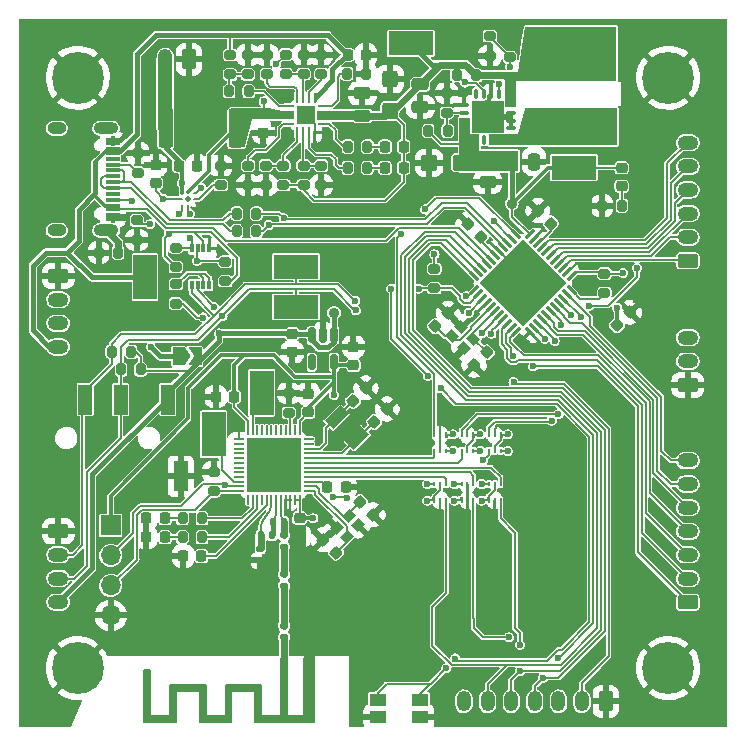
<source format=gtl>
G04 #@! TF.GenerationSoftware,KiCad,Pcbnew,(6.0.5)*
G04 #@! TF.CreationDate,2022-08-26T20:13:17-07:00*
G04 #@! TF.ProjectId,main,6d61696e-2e6b-4696-9361-645f70636258,1*
G04 #@! TF.SameCoordinates,Original*
G04 #@! TF.FileFunction,Copper,L1,Top*
G04 #@! TF.FilePolarity,Positive*
%FSLAX46Y46*%
G04 Gerber Fmt 4.6, Leading zero omitted, Abs format (unit mm)*
G04 Created by KiCad (PCBNEW (6.0.5)) date 2022-08-26 20:13:17*
%MOMM*%
%LPD*%
G01*
G04 APERTURE LIST*
G04 Aperture macros list*
%AMRoundRect*
0 Rectangle with rounded corners*
0 $1 Rounding radius*
0 $2 $3 $4 $5 $6 $7 $8 $9 X,Y pos of 4 corners*
0 Add a 4 corners polygon primitive as box body*
4,1,4,$2,$3,$4,$5,$6,$7,$8,$9,$2,$3,0*
0 Add four circle primitives for the rounded corners*
1,1,$1+$1,$2,$3*
1,1,$1+$1,$4,$5*
1,1,$1+$1,$6,$7*
1,1,$1+$1,$8,$9*
0 Add four rect primitives between the rounded corners*
20,1,$1+$1,$2,$3,$4,$5,0*
20,1,$1+$1,$4,$5,$6,$7,0*
20,1,$1+$1,$6,$7,$8,$9,0*
20,1,$1+$1,$8,$9,$2,$3,0*%
%AMRotRect*
0 Rectangle, with rotation*
0 The origin of the aperture is its center*
0 $1 length*
0 $2 width*
0 $3 Rotation angle, in degrees counterclockwise*
0 Add horizontal line*
21,1,$1,$2,0,0,$3*%
%AMFreePoly0*
4,1,7,0.100000,-0.225000,-0.100000,-0.225000,-0.100000,0.075000,-0.200000,0.075000,-0.200000,0.225000,0.100000,0.225000,0.100000,-0.225000,0.100000,-0.225000,$1*%
%AMFreePoly1*
4,1,6,1.000000,0.000000,0.500000,-0.750000,-0.500000,-0.750000,-0.500000,0.750000,0.500000,0.750000,1.000000,0.000000,1.000000,0.000000,$1*%
%AMFreePoly2*
4,1,6,0.500000,-0.750000,-0.650000,-0.750000,-0.150000,0.000000,-0.650000,0.750000,0.500000,0.750000,0.500000,-0.750000,0.500000,-0.750000,$1*%
G04 Aperture macros list end*
G04 #@! TA.AperFunction,EtchedComponent*
%ADD10C,0.127000*%
G04 #@! TD*
G04 #@! TA.AperFunction,SMDPad,CuDef*
%ADD11FreePoly0,180.000000*%
G04 #@! TD*
G04 #@! TA.AperFunction,SMDPad,CuDef*
%ADD12R,0.200000X0.450000*%
G04 #@! TD*
G04 #@! TA.AperFunction,SMDPad,CuDef*
%ADD13FreePoly0,0.000000*%
G04 #@! TD*
G04 #@! TA.AperFunction,SMDPad,CuDef*
%ADD14RoundRect,0.225000X0.250000X-0.225000X0.250000X0.225000X-0.250000X0.225000X-0.250000X-0.225000X0*%
G04 #@! TD*
G04 #@! TA.AperFunction,SMDPad,CuDef*
%ADD15RoundRect,0.225000X-0.335876X-0.017678X-0.017678X-0.335876X0.335876X0.017678X0.017678X0.335876X0*%
G04 #@! TD*
G04 #@! TA.AperFunction,SMDPad,CuDef*
%ADD16RoundRect,0.200000X0.275000X-0.200000X0.275000X0.200000X-0.275000X0.200000X-0.275000X-0.200000X0*%
G04 #@! TD*
G04 #@! TA.AperFunction,ComponentPad*
%ADD17RoundRect,0.250000X0.625000X-0.350000X0.625000X0.350000X-0.625000X0.350000X-0.625000X-0.350000X0*%
G04 #@! TD*
G04 #@! TA.AperFunction,ComponentPad*
%ADD18O,1.750000X1.200000*%
G04 #@! TD*
G04 #@! TA.AperFunction,SMDPad,CuDef*
%ADD19RoundRect,0.200000X0.200000X0.275000X-0.200000X0.275000X-0.200000X-0.275000X0.200000X-0.275000X0*%
G04 #@! TD*
G04 #@! TA.AperFunction,SMDPad,CuDef*
%ADD20RoundRect,0.147500X0.172500X-0.147500X0.172500X0.147500X-0.172500X0.147500X-0.172500X-0.147500X0*%
G04 #@! TD*
G04 #@! TA.AperFunction,SMDPad,CuDef*
%ADD21RoundRect,0.147500X0.147500X0.172500X-0.147500X0.172500X-0.147500X-0.172500X0.147500X-0.172500X0*%
G04 #@! TD*
G04 #@! TA.AperFunction,SMDPad,CuDef*
%ADD22RotRect,0.900000X0.800000X225.000000*%
G04 #@! TD*
G04 #@! TA.AperFunction,SMDPad,CuDef*
%ADD23RoundRect,0.200000X-0.275000X0.200000X-0.275000X-0.200000X0.275000X-0.200000X0.275000X0.200000X0*%
G04 #@! TD*
G04 #@! TA.AperFunction,SMDPad,CuDef*
%ADD24RoundRect,0.050000X-0.050000X0.350000X-0.050000X-0.350000X0.050000X-0.350000X0.050000X0.350000X0*%
G04 #@! TD*
G04 #@! TA.AperFunction,SMDPad,CuDef*
%ADD25RoundRect,0.050000X-0.350000X0.050000X-0.350000X-0.050000X0.350000X-0.050000X0.350000X0.050000X0*%
G04 #@! TD*
G04 #@! TA.AperFunction,SMDPad,CuDef*
%ADD26R,4.600000X4.600000*%
G04 #@! TD*
G04 #@! TA.AperFunction,SMDPad,CuDef*
%ADD27RoundRect,0.140000X0.140000X0.170000X-0.140000X0.170000X-0.140000X-0.170000X0.140000X-0.170000X0*%
G04 #@! TD*
G04 #@! TA.AperFunction,SMDPad,CuDef*
%ADD28R,2.000000X3.800000*%
G04 #@! TD*
G04 #@! TA.AperFunction,ComponentPad*
%ADD29RoundRect,0.250000X0.350000X0.625000X-0.350000X0.625000X-0.350000X-0.625000X0.350000X-0.625000X0*%
G04 #@! TD*
G04 #@! TA.AperFunction,ComponentPad*
%ADD30O,1.200000X1.750000*%
G04 #@! TD*
G04 #@! TA.AperFunction,SMDPad,CuDef*
%ADD31RoundRect,0.250000X0.475000X-0.250000X0.475000X0.250000X-0.475000X0.250000X-0.475000X-0.250000X0*%
G04 #@! TD*
G04 #@! TA.AperFunction,SMDPad,CuDef*
%ADD32RoundRect,0.200000X-0.200000X-0.275000X0.200000X-0.275000X0.200000X0.275000X-0.200000X0.275000X0*%
G04 #@! TD*
G04 #@! TA.AperFunction,SMDPad,CuDef*
%ADD33R,1.200000X2.500000*%
G04 #@! TD*
G04 #@! TA.AperFunction,SMDPad,CuDef*
%ADD34RoundRect,0.218750X-0.218750X-0.256250X0.218750X-0.256250X0.218750X0.256250X-0.218750X0.256250X0*%
G04 #@! TD*
G04 #@! TA.AperFunction,SMDPad,CuDef*
%ADD35RoundRect,0.225000X0.335876X0.017678X0.017678X0.335876X-0.335876X-0.017678X-0.017678X-0.335876X0*%
G04 #@! TD*
G04 #@! TA.AperFunction,SMDPad,CuDef*
%ADD36RoundRect,0.250000X-0.362500X-1.425000X0.362500X-1.425000X0.362500X1.425000X-0.362500X1.425000X0*%
G04 #@! TD*
G04 #@! TA.AperFunction,ComponentPad*
%ADD37C,0.700000*%
G04 #@! TD*
G04 #@! TA.AperFunction,ComponentPad*
%ADD38C,4.400000*%
G04 #@! TD*
G04 #@! TA.AperFunction,SMDPad,CuDef*
%ADD39RoundRect,0.250000X0.450000X0.425000X-0.450000X0.425000X-0.450000X-0.425000X0.450000X-0.425000X0*%
G04 #@! TD*
G04 #@! TA.AperFunction,SMDPad,CuDef*
%ADD40FreePoly1,0.000000*%
G04 #@! TD*
G04 #@! TA.AperFunction,SMDPad,CuDef*
%ADD41FreePoly2,0.000000*%
G04 #@! TD*
G04 #@! TA.AperFunction,SMDPad,CuDef*
%ADD42RoundRect,0.225000X-0.225000X-0.250000X0.225000X-0.250000X0.225000X0.250000X-0.225000X0.250000X0*%
G04 #@! TD*
G04 #@! TA.AperFunction,ComponentPad*
%ADD43RoundRect,0.250000X-0.625000X0.350000X-0.625000X-0.350000X0.625000X-0.350000X0.625000X0.350000X0*%
G04 #@! TD*
G04 #@! TA.AperFunction,SMDPad,CuDef*
%ADD44RoundRect,0.225000X-0.250000X0.225000X-0.250000X-0.225000X0.250000X-0.225000X0.250000X0.225000X0*%
G04 #@! TD*
G04 #@! TA.AperFunction,SMDPad,CuDef*
%ADD45R,3.800000X2.000000*%
G04 #@! TD*
G04 #@! TA.AperFunction,SMDPad,CuDef*
%ADD46RotRect,1.000000X1.800000X135.000000*%
G04 #@! TD*
G04 #@! TA.AperFunction,SMDPad,CuDef*
%ADD47RoundRect,0.062500X-0.380070X0.291682X0.291682X-0.380070X0.380070X-0.291682X-0.291682X0.380070X0*%
G04 #@! TD*
G04 #@! TA.AperFunction,SMDPad,CuDef*
%ADD48RoundRect,0.062500X-0.380070X-0.291682X-0.291682X-0.380070X0.380070X0.291682X0.291682X0.380070X0*%
G04 #@! TD*
G04 #@! TA.AperFunction,SMDPad,CuDef*
%ADD49RotRect,5.200000X5.200000X315.000000*%
G04 #@! TD*
G04 #@! TA.AperFunction,SMDPad,CuDef*
%ADD50R,0.300000X0.800000*%
G04 #@! TD*
G04 #@! TA.AperFunction,SMDPad,CuDef*
%ADD51RoundRect,0.140000X-0.140000X-0.170000X0.140000X-0.170000X0.140000X0.170000X-0.140000X0.170000X0*%
G04 #@! TD*
G04 #@! TA.AperFunction,SMDPad,CuDef*
%ADD52R,7.700000X3.100000*%
G04 #@! TD*
G04 #@! TA.AperFunction,SMDPad,CuDef*
%ADD53RoundRect,0.150000X-0.150000X0.512500X-0.150000X-0.512500X0.150000X-0.512500X0.150000X0.512500X0*%
G04 #@! TD*
G04 #@! TA.AperFunction,SMDPad,CuDef*
%ADD54RoundRect,0.250000X-0.475000X0.250000X-0.475000X-0.250000X0.475000X-0.250000X0.475000X0.250000X0*%
G04 #@! TD*
G04 #@! TA.AperFunction,SMDPad,CuDef*
%ADD55RotRect,0.900000X0.800000X315.000000*%
G04 #@! TD*
G04 #@! TA.AperFunction,SMDPad,CuDef*
%ADD56RoundRect,0.087500X0.087500X-0.325000X0.087500X0.325000X-0.087500X0.325000X-0.087500X-0.325000X0*%
G04 #@! TD*
G04 #@! TA.AperFunction,SMDPad,CuDef*
%ADD57RoundRect,0.087500X0.325000X-0.087500X0.325000X0.087500X-0.325000X0.087500X-0.325000X-0.087500X0*%
G04 #@! TD*
G04 #@! TA.AperFunction,SMDPad,CuDef*
%ADD58R,2.700000X2.700000*%
G04 #@! TD*
G04 #@! TA.AperFunction,SMDPad,CuDef*
%ADD59RoundRect,0.225000X-0.017678X0.335876X-0.335876X0.017678X0.017678X-0.335876X0.335876X-0.017678X0*%
G04 #@! TD*
G04 #@! TA.AperFunction,SMDPad,CuDef*
%ADD60RoundRect,0.225000X0.017678X-0.335876X0.335876X-0.017678X-0.017678X0.335876X-0.335876X0.017678X0*%
G04 #@! TD*
G04 #@! TA.AperFunction,ConnectorPad*
%ADD61R,0.500000X0.500000*%
G04 #@! TD*
G04 #@! TA.AperFunction,ComponentPad*
%ADD62R,0.900000X0.500000*%
G04 #@! TD*
G04 #@! TA.AperFunction,SMDPad,CuDef*
%ADD63RoundRect,0.140000X0.170000X-0.140000X0.170000X0.140000X-0.170000X0.140000X-0.170000X-0.140000X0*%
G04 #@! TD*
G04 #@! TA.AperFunction,SMDPad,CuDef*
%ADD64RoundRect,0.225000X0.225000X0.250000X-0.225000X0.250000X-0.225000X-0.250000X0.225000X-0.250000X0*%
G04 #@! TD*
G04 #@! TA.AperFunction,SMDPad,CuDef*
%ADD65RoundRect,0.250000X0.425000X-0.450000X0.425000X0.450000X-0.425000X0.450000X-0.425000X-0.450000X0*%
G04 #@! TD*
G04 #@! TA.AperFunction,SMDPad,CuDef*
%ADD66R,1.400000X1.050000*%
G04 #@! TD*
G04 #@! TA.AperFunction,SMDPad,CuDef*
%ADD67RoundRect,0.218750X0.256250X-0.218750X0.256250X0.218750X-0.256250X0.218750X-0.256250X-0.218750X0*%
G04 #@! TD*
G04 #@! TA.AperFunction,SMDPad,CuDef*
%ADD68R,1.150000X0.300000*%
G04 #@! TD*
G04 #@! TA.AperFunction,ComponentPad*
%ADD69O,1.600000X1.000000*%
G04 #@! TD*
G04 #@! TA.AperFunction,ComponentPad*
%ADD70O,2.100000X1.000000*%
G04 #@! TD*
G04 #@! TA.AperFunction,SMDPad,CuDef*
%ADD71RoundRect,0.062500X-0.375000X-0.062500X0.375000X-0.062500X0.375000X0.062500X-0.375000X0.062500X0*%
G04 #@! TD*
G04 #@! TA.AperFunction,SMDPad,CuDef*
%ADD72RoundRect,0.062500X-0.062500X-0.375000X0.062500X-0.375000X0.062500X0.375000X-0.062500X0.375000X0*%
G04 #@! TD*
G04 #@! TA.AperFunction,SMDPad,CuDef*
%ADD73R,1.600000X1.600000*%
G04 #@! TD*
G04 #@! TA.AperFunction,ComponentPad*
%ADD74R,1.700000X1.700000*%
G04 #@! TD*
G04 #@! TA.AperFunction,ComponentPad*
%ADD75O,1.700000X1.700000*%
G04 #@! TD*
G04 #@! TA.AperFunction,SMDPad,CuDef*
%ADD76RoundRect,0.140000X-0.170000X0.140000X-0.170000X-0.140000X0.170000X-0.140000X0.170000X0.140000X0*%
G04 #@! TD*
G04 #@! TA.AperFunction,SMDPad,CuDef*
%ADD77RoundRect,0.250000X-0.250000X-0.475000X0.250000X-0.475000X0.250000X0.475000X-0.250000X0.475000X0*%
G04 #@! TD*
G04 #@! TA.AperFunction,SMDPad,CuDef*
%ADD78C,0.165000*%
G04 #@! TD*
G04 #@! TA.AperFunction,ViaPad*
%ADD79C,0.600000*%
G04 #@! TD*
G04 #@! TA.AperFunction,ViaPad*
%ADD80C,0.500000*%
G04 #@! TD*
G04 #@! TA.AperFunction,ViaPad*
%ADD81C,0.900000*%
G04 #@! TD*
G04 #@! TA.AperFunction,Conductor*
%ADD82C,0.200000*%
G04 #@! TD*
G04 #@! TA.AperFunction,Conductor*
%ADD83C,0.900000*%
G04 #@! TD*
G04 #@! TA.AperFunction,Conductor*
%ADD84C,0.457200*%
G04 #@! TD*
G04 #@! TA.AperFunction,Conductor*
%ADD85C,0.304800*%
G04 #@! TD*
G04 #@! TA.AperFunction,Conductor*
%ADD86C,0.152400*%
G04 #@! TD*
G04 #@! TA.AperFunction,Conductor*
%ADD87C,0.609600*%
G04 #@! TD*
G04 #@! TA.AperFunction,Conductor*
%ADD88C,0.400000*%
G04 #@! TD*
G04 #@! TA.AperFunction,Conductor*
%ADD89C,1.219200*%
G04 #@! TD*
G04 #@! TA.AperFunction,Conductor*
%ADD90C,0.127000*%
G04 #@! TD*
G04 APERTURE END LIST*
G36*
X70020000Y-109550000D02*
G01*
X70020000Y-106910000D01*
X68020000Y-106910000D01*
X68020000Y-109550000D01*
X65320000Y-109550000D01*
X65320000Y-106910000D01*
X63320000Y-106910000D01*
X63320000Y-109550000D01*
X60620000Y-109550000D01*
X60620000Y-105110000D01*
X61120000Y-105110000D01*
X61120000Y-109050000D01*
X62820000Y-109050000D01*
X62820000Y-106410000D01*
X65820000Y-106410000D01*
X65820000Y-109050000D01*
X67520000Y-109050000D01*
X67520000Y-106410000D01*
X70520000Y-106410000D01*
X70520000Y-109050000D01*
X72220000Y-109050000D01*
X72220000Y-104150000D01*
X72720000Y-104150000D01*
X72720000Y-109050000D01*
X74120000Y-109050000D01*
X74120000Y-104408158D01*
X74421778Y-104408158D01*
X74430218Y-104456417D01*
X74447112Y-104488643D01*
X74482372Y-104521313D01*
X74527682Y-104541408D01*
X74577267Y-104547982D01*
X74625353Y-104540092D01*
X74658245Y-104523186D01*
X74693185Y-104486416D01*
X74712847Y-104441622D01*
X74717583Y-104393215D01*
X74707742Y-104345605D01*
X74683674Y-104303203D01*
X74645731Y-104270419D01*
X74637819Y-104266065D01*
X74595156Y-104253957D01*
X74546637Y-104254700D01*
X74501122Y-104267600D01*
X74482511Y-104278213D01*
X74448868Y-104313447D01*
X74428309Y-104358632D01*
X74421778Y-104408158D01*
X74120000Y-104408158D01*
X74120000Y-104150000D01*
X75020000Y-104150000D01*
X75020000Y-109550000D01*
X70020000Y-109550000D01*
G37*
D10*
X70020000Y-109550000D02*
X70020000Y-106910000D01*
X68020000Y-106910000D01*
X68020000Y-109550000D01*
X65320000Y-109550000D01*
X65320000Y-106910000D01*
X63320000Y-106910000D01*
X63320000Y-109550000D01*
X60620000Y-109550000D01*
X60620000Y-105110000D01*
X61120000Y-105110000D01*
X61120000Y-109050000D01*
X62820000Y-109050000D01*
X62820000Y-106410000D01*
X65820000Y-106410000D01*
X65820000Y-109050000D01*
X67520000Y-109050000D01*
X67520000Y-106410000D01*
X70520000Y-106410000D01*
X70520000Y-109050000D01*
X72220000Y-109050000D01*
X72220000Y-104150000D01*
X72720000Y-104150000D01*
X72720000Y-109050000D01*
X74120000Y-109050000D01*
X74120000Y-104408158D01*
X74421778Y-104408158D01*
X74430218Y-104456417D01*
X74447112Y-104488643D01*
X74482372Y-104521313D01*
X74527682Y-104541408D01*
X74577267Y-104547982D01*
X74625353Y-104540092D01*
X74658245Y-104523186D01*
X74693185Y-104486416D01*
X74712847Y-104441622D01*
X74717583Y-104393215D01*
X74707742Y-104345605D01*
X74683674Y-104303203D01*
X74645731Y-104270419D01*
X74637819Y-104266065D01*
X74595156Y-104253957D01*
X74546637Y-104254700D01*
X74501122Y-104267600D01*
X74482511Y-104278213D01*
X74448868Y-104313447D01*
X74428309Y-104358632D01*
X74421778Y-104408158D01*
X74120000Y-104408158D01*
X74120000Y-104150000D01*
X75020000Y-104150000D01*
X75020000Y-109550000D01*
X70020000Y-109550000D01*
D11*
X86200000Y-85225000D03*
D12*
X85700000Y-85225000D03*
X85200000Y-85225000D03*
X85200000Y-86575000D03*
X85700000Y-86575000D03*
X86200000Y-86575000D03*
D11*
X88500000Y-85225000D03*
D12*
X88000000Y-85225000D03*
X87500000Y-85225000D03*
X87500000Y-86575000D03*
X88000000Y-86575000D03*
X88500000Y-86575000D03*
D11*
X90800000Y-85225000D03*
D12*
X90300000Y-85225000D03*
X89800000Y-85225000D03*
X89800000Y-86575000D03*
X90300000Y-86575000D03*
X90800000Y-86575000D03*
D13*
X85200000Y-90775000D03*
D12*
X85700000Y-90775000D03*
X86200000Y-90775000D03*
X86200000Y-89425000D03*
X85700000Y-89425000D03*
X85200000Y-89425000D03*
D13*
X87500000Y-90775000D03*
D12*
X88000000Y-90775000D03*
X88500000Y-90775000D03*
X88500000Y-89425000D03*
X88000000Y-89425000D03*
X87500000Y-89425000D03*
D13*
X89800000Y-90775000D03*
D12*
X90300000Y-90775000D03*
X90800000Y-90775000D03*
X90800000Y-89425000D03*
X90300000Y-89425000D03*
X89800000Y-89425000D03*
D14*
X74519000Y-83324000D03*
X74519000Y-81774000D03*
D15*
X75768109Y-94108058D03*
X76864125Y-95204074D03*
D14*
X78350000Y-79325000D03*
X78350000Y-77775000D03*
D16*
X70918400Y-64091300D03*
X70918400Y-62441300D03*
D17*
X106650000Y-81000000D03*
D18*
X106650000Y-79000000D03*
X106650000Y-77000000D03*
D19*
X58425000Y-69800000D03*
X56775000Y-69800000D03*
D20*
X72470000Y-102375000D03*
X72470000Y-101405000D03*
D21*
X72464000Y-92582000D03*
X71494000Y-92582000D03*
D22*
X77972183Y-92122183D03*
X76982234Y-93112132D03*
X77760051Y-93889949D03*
X78750000Y-92900000D03*
D19*
X79524000Y-60826700D03*
X77874000Y-60826700D03*
D23*
X60100000Y-61375000D03*
X60100000Y-63025000D03*
X63300000Y-72475000D03*
X63300000Y-74125000D03*
D24*
X73800000Y-84850000D03*
X73400000Y-84850000D03*
X73000000Y-84850000D03*
X72600000Y-84850000D03*
X72200000Y-84850000D03*
X71800000Y-84850000D03*
X71400000Y-84850000D03*
X71000000Y-84850000D03*
X70600000Y-84850000D03*
X70200000Y-84850000D03*
X69800000Y-84850000D03*
X69400000Y-84850000D03*
D25*
X68650000Y-85600000D03*
X68650000Y-86000000D03*
X68650000Y-86400000D03*
X68650000Y-86800000D03*
X68650000Y-87200000D03*
X68650000Y-87600000D03*
X68650000Y-88000000D03*
X68650000Y-88400000D03*
X68650000Y-88800000D03*
X68650000Y-89200000D03*
X68650000Y-89600000D03*
X68650000Y-90000000D03*
D24*
X69400000Y-90750000D03*
X69800000Y-90750000D03*
X70200000Y-90750000D03*
X70600000Y-90750000D03*
X71000000Y-90750000D03*
X71400000Y-90750000D03*
X71800000Y-90750000D03*
X72200000Y-90750000D03*
X72600000Y-90750000D03*
X73000000Y-90750000D03*
X73400000Y-90750000D03*
X73800000Y-90750000D03*
D25*
X74550000Y-90000000D03*
X74550000Y-89600000D03*
X74550000Y-89200000D03*
X74550000Y-88800000D03*
X74550000Y-88400000D03*
X74550000Y-88000000D03*
X74550000Y-87600000D03*
X74550000Y-87200000D03*
X74550000Y-86800000D03*
X74550000Y-86400000D03*
X74550000Y-86000000D03*
X74550000Y-85600000D03*
D26*
X71600000Y-87800000D03*
D19*
X79524000Y-62626700D03*
X77874000Y-62626700D03*
D27*
X73430000Y-100249000D03*
X72470000Y-100249000D03*
D28*
X60700000Y-71900000D03*
D29*
X99700000Y-107800000D03*
D30*
X97700000Y-107800000D03*
X95700000Y-107800000D03*
X93700000Y-107800000D03*
X91700000Y-107800000D03*
X89700000Y-107800000D03*
X87700000Y-107800000D03*
D31*
X79099200Y-58233500D03*
X79099200Y-56333500D03*
D23*
X72418400Y-62441300D03*
X72418400Y-64091300D03*
D32*
X68475000Y-66500000D03*
X70125000Y-66500000D03*
D33*
X58625000Y-82250000D03*
X55625000Y-82250000D03*
X63725000Y-88750000D03*
X62625000Y-82250000D03*
D19*
X86325000Y-59500000D03*
X84675000Y-59500000D03*
D23*
X74118400Y-62441300D03*
X74118400Y-64091300D03*
D34*
X81011500Y-62626700D03*
X82586500Y-62626700D03*
D35*
X80014125Y-92004074D03*
X78918109Y-90908058D03*
D28*
X66500000Y-85200000D03*
D27*
X73430000Y-95880000D03*
X72470000Y-95880000D03*
D36*
X62437500Y-59266300D03*
X68362500Y-59266300D03*
D34*
X60812500Y-92300000D03*
X62387500Y-92300000D03*
D14*
X61618400Y-63941300D03*
X61618400Y-62391300D03*
D37*
X106166726Y-53833274D03*
X105000000Y-56650000D03*
X106166726Y-56166726D03*
X105000000Y-53350000D03*
X106650000Y-55000000D03*
X103833274Y-53833274D03*
X103350000Y-55000000D03*
X103833274Y-56166726D03*
D38*
X105000000Y-55000000D03*
D39*
X87450000Y-62200000D03*
X84750000Y-62200000D03*
D40*
X63550000Y-78600000D03*
D41*
X65000000Y-78600000D03*
D42*
X77843400Y-53066300D03*
X79393400Y-53066300D03*
D23*
X63300000Y-69375000D03*
X63300000Y-71025000D03*
D37*
X106166726Y-106166726D03*
X106166726Y-103833274D03*
X105000000Y-103350000D03*
X103833274Y-103833274D03*
X103350000Y-105000000D03*
D38*
X105000000Y-105000000D03*
D37*
X103833274Y-106166726D03*
X105000000Y-106650000D03*
X106650000Y-105000000D03*
D23*
X67118400Y-62441300D03*
X67118400Y-64091300D03*
D42*
X63543400Y-62466300D03*
X65093400Y-62466300D03*
D43*
X53350000Y-93400000D03*
D18*
X53350000Y-95400000D03*
X53350000Y-97400000D03*
X53350000Y-99400000D03*
D44*
X73150000Y-76675000D03*
X73150000Y-78225000D03*
X70718400Y-58091300D03*
X70718400Y-59641300D03*
D45*
X83200000Y-52100000D03*
D35*
X89148008Y-68448008D03*
X88051992Y-67351992D03*
D23*
X91600000Y-53275000D03*
X91600000Y-54925000D03*
D16*
X72618400Y-54691300D03*
X72618400Y-53041300D03*
D46*
X76916117Y-83766117D03*
X78683883Y-85533883D03*
D16*
X99600000Y-73225000D03*
X99600000Y-71575000D03*
X72868000Y-83374000D03*
X72868000Y-81724000D03*
D19*
X79443400Y-54666300D03*
X77793400Y-54666300D03*
D47*
X92088559Y-68272264D03*
X91735006Y-68625818D03*
X91381452Y-68979371D03*
X91027899Y-69332924D03*
X90674346Y-69686478D03*
X90320792Y-70040031D03*
X89967239Y-70393585D03*
X89613685Y-70747138D03*
X89260132Y-71100691D03*
X88906579Y-71454245D03*
X88553025Y-71807798D03*
D48*
X88553025Y-72992202D03*
X88906579Y-73345755D03*
X89260132Y-73699309D03*
X89613685Y-74052862D03*
X89967239Y-74406415D03*
X90320792Y-74759969D03*
X90674346Y-75113522D03*
X91027899Y-75467076D03*
X91381452Y-75820629D03*
X91735006Y-76174182D03*
X92088559Y-76527736D03*
D47*
X93272963Y-76527736D03*
X93626516Y-76174182D03*
X93980070Y-75820629D03*
X94333623Y-75467076D03*
X94687176Y-75113522D03*
X95040730Y-74759969D03*
X95394283Y-74406415D03*
X95747837Y-74052862D03*
X96101390Y-73699309D03*
X96454943Y-73345755D03*
X96808497Y-72992202D03*
D48*
X96808497Y-71807798D03*
X96454943Y-71454245D03*
X96101390Y-71100691D03*
X95747837Y-70747138D03*
X95394283Y-70393585D03*
X95040730Y-70040031D03*
X94687176Y-69686478D03*
X94333623Y-69332924D03*
X93980070Y-68979371D03*
X93626516Y-68625818D03*
X93272963Y-68272264D03*
D49*
X92680761Y-72400000D03*
D50*
X66150000Y-69450000D03*
X65650000Y-69450000D03*
X65150000Y-69450000D03*
X64650000Y-69450000D03*
X64650000Y-72550000D03*
X65150000Y-72550000D03*
X65650000Y-72550000D03*
X66150000Y-72550000D03*
D51*
X71510000Y-99180000D03*
X72470000Y-99180000D03*
D37*
X53833274Y-56166726D03*
X55000000Y-56650000D03*
X56650000Y-55000000D03*
X53833274Y-53833274D03*
D38*
X55000000Y-55000000D03*
D37*
X56166726Y-53833274D03*
X55000000Y-53350000D03*
X53350000Y-55000000D03*
X56166726Y-56166726D03*
D52*
X96800000Y-52250000D03*
X96800000Y-59150000D03*
D23*
X86250000Y-56325000D03*
X86250000Y-57975000D03*
D16*
X89900000Y-53125000D03*
X89900000Y-51475000D03*
D53*
X76700000Y-76812500D03*
X75750000Y-76812500D03*
X74800000Y-76812500D03*
X74800000Y-79087500D03*
X76700000Y-79087500D03*
D42*
X76125000Y-89650000D03*
X77675000Y-89650000D03*
D54*
X84000000Y-55550000D03*
X84000000Y-57450000D03*
D20*
X72470000Y-98015000D03*
X72470000Y-97045000D03*
D19*
X65525000Y-93900000D03*
X63875000Y-93900000D03*
X101075000Y-65850000D03*
X99425000Y-65850000D03*
D34*
X81011500Y-60826700D03*
X82586500Y-60826700D03*
D55*
X86716117Y-76893934D03*
X87706066Y-77883883D03*
X88483883Y-77106066D03*
X87493934Y-76116117D03*
D56*
X88725000Y-60262500D03*
X89375000Y-60262500D03*
X90025000Y-60262500D03*
X90675000Y-60262500D03*
D57*
X91662500Y-59275000D03*
X91662500Y-58625000D03*
X91662500Y-57975000D03*
X91662500Y-57325000D03*
D56*
X90675000Y-56337500D03*
X90025000Y-56337500D03*
X89375000Y-56337500D03*
X88725000Y-56337500D03*
D57*
X87737500Y-57325000D03*
X87737500Y-57975000D03*
X87737500Y-58625000D03*
X87737500Y-59275000D03*
D58*
X89700000Y-58300000D03*
D59*
X86367247Y-74951992D03*
X85271231Y-76048008D03*
D60*
X80101992Y-84148008D03*
X81198008Y-83051992D03*
D16*
X66500000Y-90025000D03*
X66500000Y-88375000D03*
D61*
X72470000Y-104400000D03*
D62*
X74570000Y-104400000D03*
D63*
X72470000Y-94710000D03*
X72470000Y-93750000D03*
D16*
X85200000Y-72825000D03*
X85200000Y-71175000D03*
D44*
X73800000Y-92275000D03*
X73800000Y-93825000D03*
D23*
X67500000Y-70575000D03*
X67500000Y-72225000D03*
D19*
X65525000Y-92300000D03*
X63875000Y-92300000D03*
D32*
X87075000Y-54800000D03*
X88725000Y-54800000D03*
D16*
X60000000Y-68725000D03*
X60000000Y-67075000D03*
D54*
X89700000Y-61950000D03*
X89700000Y-63850000D03*
D64*
X68250000Y-82000000D03*
X66700000Y-82000000D03*
D37*
X56166726Y-106166726D03*
X55000000Y-103350000D03*
X56650000Y-105000000D03*
X56166726Y-103833274D03*
D38*
X55000000Y-105000000D03*
D37*
X55000000Y-106650000D03*
X53833274Y-106166726D03*
X53833274Y-103833274D03*
X53350000Y-105000000D03*
D65*
X81436000Y-57816900D03*
X81436000Y-55116900D03*
D60*
X88551992Y-79348008D03*
X89648008Y-78251992D03*
D66*
X84000000Y-107680000D03*
X80400000Y-107680000D03*
X80400000Y-109120000D03*
X84000000Y-109120000D03*
D21*
X71448000Y-93725000D03*
X70478000Y-93725000D03*
D67*
X101050000Y-64187500D03*
X101050000Y-62612500D03*
D68*
X57970000Y-60250000D03*
X57970000Y-61050000D03*
X57970000Y-62350000D03*
X57970000Y-63350000D03*
X57970000Y-63850000D03*
X57970000Y-64850000D03*
X57970000Y-66150000D03*
X57970000Y-66950000D03*
X57970000Y-66650000D03*
X57970000Y-65850000D03*
X57970000Y-65350000D03*
X57970000Y-64350000D03*
X57970000Y-62850000D03*
X57970000Y-61850000D03*
X57970000Y-61350000D03*
X57970000Y-60550000D03*
D69*
X53225000Y-67920000D03*
X53225000Y-59280000D03*
D70*
X57405000Y-67920000D03*
X57405000Y-59280000D03*
D29*
X64400000Y-53450000D03*
D30*
X62400000Y-53450000D03*
D60*
X78301992Y-82348008D03*
X79398008Y-81251992D03*
D19*
X60325000Y-79700000D03*
X58675000Y-79700000D03*
D23*
X74118400Y-53041300D03*
X74118400Y-54691300D03*
D45*
X73500000Y-71000000D03*
D71*
X72880900Y-57416300D03*
X72880900Y-57916300D03*
X72880900Y-58416300D03*
X72880900Y-58916300D03*
D72*
X73568400Y-59603800D03*
X74068400Y-59603800D03*
X74568400Y-59603800D03*
X75068400Y-59603800D03*
D71*
X75755900Y-58916300D03*
X75755900Y-58416300D03*
X75755900Y-57916300D03*
X75755900Y-57416300D03*
D72*
X75068400Y-56728800D03*
X74568400Y-56728800D03*
X74068400Y-56728800D03*
X73568400Y-56728800D03*
D73*
X74318400Y-58166300D03*
D60*
X100651992Y-75948008D03*
X101748008Y-74851992D03*
D74*
X57800000Y-92900000D03*
D75*
X57800000Y-95440000D03*
X57800000Y-97980000D03*
X57800000Y-100520000D03*
D34*
X60812500Y-93900000D03*
X62387500Y-93900000D03*
D76*
X70455000Y-94896000D03*
X70455000Y-95856000D03*
D16*
X69418400Y-64091300D03*
X69418400Y-62441300D03*
D19*
X59525000Y-78200000D03*
X57875000Y-78200000D03*
D35*
X95048008Y-67348008D03*
X93951992Y-66251992D03*
D23*
X75618400Y-53041300D03*
X75618400Y-54691300D03*
D32*
X68475000Y-68000000D03*
X70125000Y-68000000D03*
D23*
X69400000Y-53075000D03*
X69400000Y-54725000D03*
D45*
X97000000Y-62600000D03*
D17*
X106650000Y-99400000D03*
D18*
X106650000Y-97400000D03*
X106650000Y-95400000D03*
X106650000Y-93400000D03*
X106650000Y-91400000D03*
X106650000Y-89400000D03*
X106650000Y-87400000D03*
D43*
X53350000Y-71800000D03*
D18*
X53350000Y-73800000D03*
X53350000Y-75800000D03*
X53350000Y-77800000D03*
D32*
X67825000Y-56150000D03*
X69475000Y-56150000D03*
D16*
X67900000Y-54725000D03*
X67900000Y-53075000D03*
D27*
X73430000Y-103460000D03*
X72470000Y-103460000D03*
D28*
X70582000Y-81660000D03*
D64*
X65475000Y-95500000D03*
X63925000Y-95500000D03*
D16*
X75618400Y-64091300D03*
X75618400Y-62441300D03*
D77*
X91750000Y-62100000D03*
X93650000Y-62100000D03*
D17*
X106650000Y-70500000D03*
D18*
X106650000Y-68500000D03*
X106650000Y-66500000D03*
X106650000Y-64500000D03*
X106650000Y-62500000D03*
X106650000Y-60500000D03*
D78*
X64818400Y-65766300D03*
X64318400Y-65766300D03*
X63818400Y-65766300D03*
X64818400Y-65266300D03*
X64318400Y-65266300D03*
X63818400Y-65266300D03*
X64818400Y-64766300D03*
X64318400Y-64766300D03*
X63818400Y-64766300D03*
D45*
X73500000Y-74400000D03*
D23*
X71000000Y-53075000D03*
X71000000Y-54725000D03*
D79*
X89700000Y-98900000D03*
X89700000Y-96500000D03*
X89700000Y-94400000D03*
X87300000Y-98900000D03*
X87300000Y-96500000D03*
X87300000Y-94400000D03*
X83000000Y-89600000D03*
X81100000Y-89600000D03*
X83500000Y-86400000D03*
X81100000Y-86400000D03*
X92800000Y-87100000D03*
X92800000Y-89300000D03*
X88800000Y-90100000D03*
X86500000Y-90100000D03*
X85000000Y-92200000D03*
X87300000Y-92200000D03*
X89700000Y-92200000D03*
X87292965Y-83595162D03*
X86300000Y-83600000D03*
X89100000Y-84300000D03*
X87100000Y-85900000D03*
X89400000Y-85900000D03*
X90200000Y-87300000D03*
X89100000Y-88600000D03*
X85726500Y-81300000D03*
X84640919Y-80232581D03*
X91400000Y-85200000D03*
X89100000Y-85200000D03*
X86800000Y-85200000D03*
X89200000Y-90800000D03*
X86900000Y-90800000D03*
X84600000Y-90800000D03*
X89200000Y-89400000D03*
X86900000Y-89400000D03*
X84600000Y-89400000D03*
X91400000Y-86600000D03*
X89100000Y-86600000D03*
X86800000Y-86600000D03*
X89300000Y-87400000D03*
X77900000Y-64100000D03*
X95000000Y-72000000D03*
X101200000Y-98725000D03*
X73500000Y-86000000D03*
X67250000Y-52050000D03*
X67000000Y-103000000D03*
X95600000Y-65500000D03*
X68500000Y-61600000D03*
X67000000Y-69600000D03*
X65000000Y-97000000D03*
X80500000Y-75000000D03*
X71500000Y-100500000D03*
X69000000Y-95000000D03*
X80000000Y-106000000D03*
X84100000Y-71700000D03*
X97000000Y-77500000D03*
X76500000Y-71500000D03*
X70000000Y-86000000D03*
X70000000Y-77500000D03*
X55100000Y-61200000D03*
X59500000Y-90500000D03*
X75000000Y-95000000D03*
X66500000Y-94500000D03*
X90600000Y-79600000D03*
X68500000Y-91000000D03*
X86800000Y-78700000D03*
X101200000Y-103000000D03*
X90450000Y-59100000D03*
X71000000Y-88500000D03*
X67000000Y-91000000D03*
X61000000Y-103000000D03*
X60000000Y-102000000D03*
X79000000Y-100000000D03*
X69500000Y-93500000D03*
X69000000Y-99000000D03*
X61000000Y-99000000D03*
X72500000Y-87000000D03*
X70000000Y-100000000D03*
X94000000Y-73000000D03*
X80400000Y-90500000D03*
X68000000Y-97000000D03*
X75000000Y-101000000D03*
X102800000Y-62500000D03*
X71625024Y-58950834D03*
X65000000Y-82000000D03*
X77000000Y-103000000D03*
X58700000Y-54400000D03*
X58700000Y-57000000D03*
X57000000Y-82200000D03*
X80500000Y-77000000D03*
X68441533Y-69395814D03*
X56700000Y-75800000D03*
X79000000Y-98000000D03*
X88900000Y-58300000D03*
X75000000Y-99000000D03*
X88100000Y-72300000D03*
X69000000Y-98000000D03*
X75000000Y-96000000D03*
X100100000Y-82600000D03*
X101500000Y-77800000D03*
X82000000Y-95000000D03*
X76100000Y-60600000D03*
X94000000Y-71000000D03*
X74700000Y-58500000D03*
X76000000Y-97000000D03*
X60000000Y-82200000D03*
X65600000Y-57000000D03*
X75000000Y-102000000D03*
X67000000Y-96000000D03*
X69800000Y-73800000D03*
X58000000Y-103000000D03*
X90600000Y-80500000D03*
X93000000Y-74000000D03*
X65000000Y-102000000D03*
X64400000Y-70900000D03*
X59700000Y-75800000D03*
X63000000Y-97000000D03*
X71000000Y-89500000D03*
X90450000Y-58300000D03*
X59500000Y-87000000D03*
X77200000Y-68100000D03*
X65600000Y-59400000D03*
X79000000Y-102000000D03*
X59000000Y-102000000D03*
X67000000Y-93000000D03*
X94400000Y-64000000D03*
X69000000Y-101000000D03*
X69000000Y-100000000D03*
X74100000Y-68100000D03*
X60000000Y-103000000D03*
X76000000Y-96000000D03*
X101200000Y-85900000D03*
X82500000Y-66300000D03*
X93000000Y-65400000D03*
X101200000Y-94450000D03*
X88900000Y-57500000D03*
X76000000Y-101000000D03*
X92000000Y-72000000D03*
X74000000Y-102000000D03*
X81000000Y-93000000D03*
X71000000Y-98000000D03*
X55400000Y-75800000D03*
X70500000Y-71700000D03*
X69000000Y-103000000D03*
X76000000Y-103000000D03*
X72500000Y-86000000D03*
X67000000Y-80000000D03*
X88900000Y-59100000D03*
X76000000Y-102000000D03*
X93000000Y-72000000D03*
X75000000Y-100000000D03*
X59000000Y-103000000D03*
X71000000Y-97000000D03*
X86400000Y-66800000D03*
X68000000Y-77500000D03*
X71000000Y-86000000D03*
X85800000Y-77700000D03*
X69000000Y-96000000D03*
X80000000Y-102000000D03*
X77000000Y-102000000D03*
X72500000Y-89500000D03*
X68000000Y-103000000D03*
X68000000Y-95000000D03*
X73500000Y-97500000D03*
X58000000Y-88500000D03*
X61500000Y-79200000D03*
X53800000Y-79400000D03*
X102300000Y-73800000D03*
X61300000Y-75800000D03*
X66300000Y-71100000D03*
X82000000Y-101000000D03*
X79000000Y-109000000D03*
X61000000Y-102000000D03*
X78900000Y-66300000D03*
X71500000Y-94500000D03*
X71500000Y-97500000D03*
X62500000Y-84500000D03*
X70000000Y-103000000D03*
X56700000Y-73800000D03*
X80000000Y-104000000D03*
X92800000Y-63300000D03*
X93000000Y-71000000D03*
X71500000Y-102500000D03*
X90500000Y-57500000D03*
X64000000Y-102000000D03*
X73500000Y-98500000D03*
X70000000Y-97000000D03*
X76000000Y-100000000D03*
X62000000Y-95500000D03*
X79000000Y-103000000D03*
X101900000Y-59800000D03*
X78000000Y-103000000D03*
X74100000Y-66300000D03*
X71000000Y-100000000D03*
X62300000Y-77800000D03*
X61500000Y-88500000D03*
X64000000Y-86000000D03*
X62000000Y-97000000D03*
X79000000Y-105000000D03*
X58100000Y-75800000D03*
X73500000Y-101500000D03*
X74000000Y-99000000D03*
X71000000Y-87000000D03*
X102800000Y-65100000D03*
X77000000Y-97000000D03*
X70000000Y-101000000D03*
X70000000Y-102000000D03*
X96400000Y-100233334D03*
X63000000Y-75800000D03*
X71500000Y-95500000D03*
X89700000Y-57500000D03*
X62000000Y-103000000D03*
X71500000Y-101500000D03*
X93000000Y-73000000D03*
X58100000Y-73800000D03*
X66000000Y-102000000D03*
X92500000Y-77000000D03*
X68000000Y-96000000D03*
X80200000Y-64100000D03*
X101200000Y-90175000D03*
X80600000Y-66300000D03*
X51600000Y-63600000D03*
X95000000Y-73000000D03*
X69000000Y-102000000D03*
X72600000Y-68100000D03*
X64700000Y-75800000D03*
X60000000Y-97000000D03*
X67000000Y-97000000D03*
X51600000Y-61200000D03*
X72800000Y-91800000D03*
X63000000Y-102000000D03*
X92000000Y-71000000D03*
X53800000Y-82200000D03*
X67100000Y-73500000D03*
X78500000Y-72500000D03*
X70000000Y-89500000D03*
X79900000Y-73000000D03*
X55900000Y-66800000D03*
X74700000Y-57800000D03*
X75600000Y-68100000D03*
X68500000Y-52050000D03*
X79000000Y-108000000D03*
X89700000Y-59100000D03*
X79000000Y-107000000D03*
X71000000Y-103000000D03*
X83500000Y-82000000D03*
X79000000Y-104000000D03*
X96400000Y-96066666D03*
X69000000Y-81000000D03*
X94000000Y-72000000D03*
X72500000Y-80500000D03*
X70000000Y-99000000D03*
X73500000Y-88500000D03*
X69000000Y-94000000D03*
X75000000Y-98000000D03*
X66000000Y-97000000D03*
X69400000Y-71700000D03*
X72500000Y-88500000D03*
X71000000Y-101000000D03*
X71000000Y-102000000D03*
X76000000Y-99000000D03*
X86300000Y-71700000D03*
X96400000Y-91900000D03*
X55100000Y-63600000D03*
X70000000Y-88500000D03*
X70900000Y-73800000D03*
X81000000Y-79500000D03*
X68500000Y-84500000D03*
X66000000Y-103000000D03*
X68600000Y-75000000D03*
X70300000Y-70200000D03*
X75000000Y-85000000D03*
X96400000Y-87733334D03*
X98300000Y-80900000D03*
X67000000Y-99000000D03*
X57000000Y-85000000D03*
X61000000Y-57000000D03*
X70000000Y-98000000D03*
X71500000Y-96500000D03*
X82000000Y-98000000D03*
X80000000Y-105000000D03*
X74000000Y-101000000D03*
X78900000Y-68100000D03*
X74000000Y-58500000D03*
X68000000Y-102000000D03*
X70000000Y-87000000D03*
X75600000Y-66300000D03*
X55400000Y-73800000D03*
X73500000Y-102500000D03*
X81400000Y-91400000D03*
X64000000Y-103000000D03*
X80600000Y-68100000D03*
X62000000Y-102000000D03*
X73500000Y-89500000D03*
X92000000Y-73000000D03*
X65000000Y-103000000D03*
X75000000Y-103000000D03*
X82000000Y-104000000D03*
X64000000Y-97000000D03*
X79000000Y-106000000D03*
X60500000Y-89500000D03*
X80000000Y-103000000D03*
X63000000Y-103000000D03*
X74000000Y-98000000D03*
X61000000Y-97000000D03*
X79000000Y-95000000D03*
X84400000Y-74200000D03*
X97975000Y-70926500D03*
X71700000Y-61300000D03*
X78500000Y-76000000D03*
D80*
X64315000Y-65265000D03*
D79*
X89700000Y-58300000D03*
X80000000Y-94000000D03*
X69000000Y-97000000D03*
X77200000Y-66300000D03*
X84500000Y-75000000D03*
X78000000Y-96000000D03*
X73500000Y-87000000D03*
X64000000Y-99000000D03*
X91000000Y-72000000D03*
X93000000Y-77500000D03*
X76000000Y-98000000D03*
X71500000Y-77500000D03*
X69500000Y-94500000D03*
X67000000Y-102000000D03*
X61000000Y-54400000D03*
X61000000Y-95500000D03*
X74000000Y-57800000D03*
X61000000Y-59400000D03*
X75000000Y-97000000D03*
X69000000Y-80000000D03*
X78000000Y-102000000D03*
X74000000Y-97000000D03*
X61200000Y-77800000D03*
X62261000Y-65266300D03*
X62700000Y-68253020D03*
X70750000Y-57000000D03*
X71800000Y-53850000D03*
X91600000Y-56100000D03*
D81*
X76700000Y-74900000D03*
D79*
X100681282Y-74481282D03*
X101175000Y-71525000D03*
X94550000Y-77100000D03*
X65600000Y-75300000D03*
X90205416Y-67150000D03*
D81*
X91750000Y-65650000D03*
D79*
X85200000Y-69950000D03*
X66950000Y-76650000D03*
X88100000Y-74900000D03*
X76700000Y-81850000D03*
X74950000Y-92300000D03*
X87900000Y-73500000D03*
X93572053Y-79425057D03*
X78500000Y-73900000D03*
X90022561Y-76667146D03*
X67256850Y-75156850D03*
X66534558Y-74389974D03*
X78538680Y-74683264D03*
X89212673Y-76612673D03*
X61100000Y-67400000D03*
X59600000Y-65400000D03*
X95373500Y-77276686D03*
X95128900Y-84026500D03*
X95690938Y-104140938D03*
X94400000Y-105800000D03*
X91500000Y-102378900D03*
X92450000Y-105226500D03*
X92450000Y-103000000D03*
X95698283Y-83501717D03*
X95900000Y-75900000D03*
X82400000Y-68253020D03*
X84400000Y-66150000D03*
X72450000Y-66900500D03*
X71175008Y-67475008D03*
X86972292Y-104173500D03*
X81546980Y-72850000D03*
X86202708Y-104997292D03*
X83906060Y-72850000D03*
X91879540Y-78527708D03*
X91900000Y-80773500D03*
X77758388Y-90551500D03*
X76600577Y-90501385D03*
X67500000Y-89473500D03*
X65469745Y-64309445D03*
X98300000Y-74300000D03*
X63818400Y-63897500D03*
X102350000Y-71100000D03*
X96777708Y-75122292D03*
X90700000Y-55531300D03*
X91603556Y-54080088D03*
X87800000Y-55400000D03*
X63573497Y-66500000D03*
X65100000Y-70500000D03*
X64500000Y-68600000D03*
X64500000Y-66500000D03*
X97582302Y-75217698D03*
D82*
X90300000Y-85225000D02*
X90300000Y-84700000D01*
X90300000Y-84700000D02*
X90500000Y-84500000D01*
X88000000Y-84800000D02*
X88400000Y-84400000D01*
X88000000Y-85225000D02*
X88000000Y-84800000D01*
X85025000Y-103075000D02*
X86650000Y-104700000D01*
X85025000Y-99775000D02*
X85025000Y-103075000D01*
X86650000Y-104700000D02*
X91600000Y-104700000D01*
X86200000Y-98600000D02*
X85025000Y-99775000D01*
X86200000Y-90775000D02*
X86200000Y-98600000D01*
X92025000Y-93525000D02*
X90800000Y-92300000D01*
X90800000Y-92300000D02*
X90800000Y-90775000D01*
X92025000Y-101625000D02*
X92025000Y-93525000D01*
X92450000Y-102050000D02*
X92025000Y-101625000D01*
X92450000Y-103000000D02*
X92450000Y-102050000D01*
X88500000Y-100725000D02*
X88500000Y-90775000D01*
X88525000Y-100750000D02*
X88500000Y-100725000D01*
X89800000Y-90400000D02*
X89800000Y-90775000D01*
X90300000Y-89425000D02*
X90300000Y-89900000D01*
X90300000Y-89900000D02*
X89800000Y-90400000D01*
X85700000Y-89900000D02*
X85200000Y-90400000D01*
X85700000Y-89425000D02*
X85700000Y-89900000D01*
X85200000Y-90400000D02*
X85200000Y-90775000D01*
X88500000Y-85700000D02*
X88500000Y-85225000D01*
X88000000Y-86200000D02*
X88500000Y-85700000D01*
X88000000Y-86575000D02*
X88000000Y-86200000D01*
X90300000Y-86150000D02*
X90800000Y-85650000D01*
X90800000Y-85650000D02*
X90800000Y-85225000D01*
X90300000Y-86575000D02*
X90300000Y-86150000D01*
X89800000Y-84626520D02*
X89800000Y-85225000D01*
X90300000Y-84126520D02*
X89800000Y-84626520D01*
X95028880Y-84126520D02*
X90300000Y-84126520D01*
X95128900Y-84026500D02*
X95028880Y-84126520D01*
X87500000Y-84800000D02*
X87500000Y-85225000D01*
X88800000Y-83500000D02*
X87500000Y-84800000D01*
X95698283Y-83501717D02*
X95696566Y-83500000D01*
X95696566Y-83500000D02*
X88800000Y-83500000D01*
X85726500Y-81300000D02*
X87032580Y-82606080D01*
X81546980Y-77138642D02*
X84640919Y-80232581D01*
X81546980Y-72850000D02*
X81546980Y-77138642D01*
X87032580Y-82606080D02*
X95547230Y-82606080D01*
X85200000Y-80047078D02*
X85200000Y-85225000D01*
X82073482Y-76920560D02*
X85200000Y-80047078D01*
X82073480Y-74500000D02*
X82073482Y-76920560D01*
X82073480Y-68579540D02*
X82073480Y-74500000D01*
X82400000Y-68253020D02*
X82073480Y-68579540D01*
X91375000Y-85225000D02*
X91400000Y-85200000D01*
X90800000Y-85225000D02*
X91375000Y-85225000D01*
X89075000Y-85225000D02*
X89100000Y-85200000D01*
X88500000Y-85225000D02*
X89075000Y-85225000D01*
X86775000Y-85225000D02*
X86800000Y-85200000D01*
X86200000Y-85225000D02*
X86775000Y-85225000D01*
X89225000Y-90775000D02*
X89200000Y-90800000D01*
X89800000Y-90775000D02*
X89225000Y-90775000D01*
X86925000Y-90775000D02*
X86900000Y-90800000D01*
X87500000Y-90775000D02*
X86925000Y-90775000D01*
X84625000Y-90775000D02*
X84600000Y-90800000D01*
X85200000Y-90775000D02*
X84625000Y-90775000D01*
X89225000Y-89425000D02*
X89200000Y-89400000D01*
X89800000Y-89425000D02*
X89225000Y-89425000D01*
X86925000Y-89425000D02*
X86900000Y-89400000D01*
X87500000Y-89425000D02*
X86925000Y-89425000D01*
X84625000Y-89425000D02*
X85200000Y-89425000D01*
X84600000Y-89400000D02*
X84625000Y-89425000D01*
X91375000Y-86575000D02*
X90800000Y-86575000D01*
X91400000Y-86600000D02*
X91375000Y-86575000D01*
X86775000Y-86575000D02*
X86200000Y-86575000D01*
X86800000Y-86600000D02*
X86775000Y-86575000D01*
X88525000Y-86600000D02*
X88500000Y-86575000D01*
X89100000Y-86600000D02*
X88525000Y-86600000D01*
X89300000Y-87400000D02*
X89800000Y-86900000D01*
X89800000Y-86900000D02*
X89800000Y-86575000D01*
X85200000Y-87100000D02*
X85200000Y-86775000D01*
X85100000Y-87200000D02*
X85200000Y-87100000D01*
X74550000Y-87200000D02*
X85100000Y-87200000D01*
X87500000Y-87300000D02*
X87500000Y-86775000D01*
X87200000Y-87600000D02*
X87500000Y-87300000D01*
X74550000Y-87600000D02*
X87200000Y-87600000D01*
X86000000Y-88800000D02*
X86200000Y-89000000D01*
X86200000Y-89000000D02*
X86200000Y-89425000D01*
X74550000Y-88800000D02*
X86000000Y-88800000D01*
X74550000Y-88400000D02*
X88200000Y-88400000D01*
X88200000Y-88400000D02*
X88500000Y-88700000D01*
X88500000Y-88700000D02*
X88500000Y-89425000D01*
X90800000Y-88800000D02*
X90800000Y-89425000D01*
X90000000Y-88000000D02*
X90800000Y-88800000D01*
X74550000Y-88000000D02*
X90000000Y-88000000D01*
X75068400Y-59603800D02*
X75068400Y-58868400D01*
X75068400Y-59603800D02*
X75068400Y-60368400D01*
X75068400Y-60368400D02*
X75300000Y-60600000D01*
X75300000Y-60600000D02*
X76100000Y-60600000D01*
D83*
X74570000Y-104400000D02*
X74570000Y-103810000D01*
D84*
X57970000Y-60250000D02*
X58550000Y-60250000D01*
D82*
X75068400Y-58868400D02*
X74700000Y-58500000D01*
X90686478Y-69686478D02*
X91175000Y-70175000D01*
D84*
X58550000Y-60250000D02*
X59200000Y-59600000D01*
D82*
X90674346Y-69686478D02*
X90686478Y-69686478D01*
X88502082Y-77106066D02*
X89648008Y-78251992D01*
X88483883Y-77106066D02*
X88502082Y-77106066D01*
X88483883Y-76596878D02*
X88483883Y-77106066D01*
X90320792Y-74759969D02*
X88483883Y-76596878D01*
X88321495Y-76245300D02*
X87354663Y-77212132D01*
X87354663Y-77212132D02*
X87034315Y-77212132D01*
X86117157Y-76893934D02*
X85271231Y-76048008D01*
X86716117Y-76893934D02*
X86117157Y-76893934D01*
X89967239Y-74432761D02*
X88321495Y-76078505D01*
X88321495Y-76078505D02*
X88321495Y-76245300D01*
X89967239Y-74406415D02*
X89967239Y-74432761D01*
X87034315Y-77212132D02*
X86716117Y-76893934D01*
X94020629Y-68979371D02*
X95048008Y-67951992D01*
X95048008Y-67951992D02*
X95048008Y-67348008D01*
X93980070Y-68979371D02*
X94020629Y-68979371D01*
X90320792Y-70020792D02*
X88948008Y-68648008D01*
X90320792Y-70040031D02*
X90320792Y-70020792D01*
D84*
X55100000Y-68800000D02*
X54100000Y-69800000D01*
X76568680Y-54286151D02*
X77788541Y-53066290D01*
X56200000Y-71900000D02*
X60700000Y-71900000D01*
D82*
X67900000Y-53075000D02*
X67900000Y-51400000D01*
D84*
X61605114Y-51394889D02*
X60000007Y-52999996D01*
D82*
X57970000Y-66150000D02*
X60888230Y-66150000D01*
D84*
X77843405Y-53066290D02*
X76177089Y-51399999D01*
D85*
X56500000Y-65000000D02*
X57350000Y-65850000D01*
D84*
X52300000Y-69800000D02*
X51200000Y-70900000D01*
D85*
X57350000Y-65850000D02*
X57970000Y-65850000D01*
D84*
X75387408Y-56393588D02*
X76568680Y-55212316D01*
X76177089Y-51399999D02*
X68776467Y-51399999D01*
X61200000Y-77800000D02*
X62000000Y-78600000D01*
D85*
X56500000Y-62143023D02*
X56500000Y-65000000D01*
X57593023Y-61050000D02*
X56500000Y-62143023D01*
D84*
X60000007Y-59799993D02*
X58600000Y-61200000D01*
X62000000Y-78600000D02*
X63550000Y-78600000D01*
X56500000Y-62143023D02*
X56500000Y-64800000D01*
D82*
X82181911Y-67726509D02*
X87300163Y-67726509D01*
D84*
X51200000Y-76400000D02*
X52600000Y-77800000D01*
D85*
X77788550Y-53066300D02*
X77843400Y-53066300D01*
D84*
X68776467Y-51399999D02*
X68771357Y-51394889D01*
D82*
X87300163Y-67726509D02*
X89967239Y-70393585D01*
D84*
X54100000Y-69800000D02*
X52300000Y-69800000D01*
D82*
X66458580Y-67726520D02*
X67532060Y-68800000D01*
D84*
X55100000Y-66200000D02*
X55100000Y-68800000D01*
D85*
X57970000Y-61050000D02*
X57593023Y-61050000D01*
D84*
X68771357Y-51394889D02*
X61605114Y-51394889D01*
D82*
X67532060Y-68800000D02*
X81108420Y-68800000D01*
X60888230Y-66150000D02*
X62464750Y-67726520D01*
D84*
X52600000Y-77800000D02*
X53350000Y-77800000D01*
X51200000Y-70900000D02*
X51200000Y-76400000D01*
X54100000Y-69800000D02*
X56200000Y-71900000D01*
X76568680Y-55212316D02*
X76568680Y-54286151D01*
X56500000Y-64800000D02*
X55100000Y-66200000D01*
X60000007Y-52999996D02*
X60000007Y-59799993D01*
D82*
X57970000Y-66150000D02*
X57970000Y-65850000D01*
X81108420Y-68800000D02*
X82181911Y-67726509D01*
X62464750Y-67726520D02*
X66458580Y-67726520D01*
X63300000Y-71025000D02*
X62400000Y-70125000D01*
X68500000Y-70300000D02*
X66273489Y-68073489D01*
X62879531Y-68073489D02*
X62700000Y-68253020D01*
X62400000Y-70125000D02*
X62400000Y-68553020D01*
X61618400Y-64623700D02*
X61618400Y-63941300D01*
X68500000Y-71700000D02*
X68500000Y-70300000D01*
X62261000Y-65266300D02*
X61618400Y-64623700D01*
X65650000Y-68850000D02*
X64873489Y-68073489D01*
X63818400Y-65266300D02*
X62261000Y-65266300D01*
X62400000Y-68553020D02*
X62700000Y-68253020D01*
X64873489Y-68073489D02*
X62879531Y-68073489D01*
X65650000Y-69450000D02*
X65650000Y-68850000D01*
X67500000Y-72225000D02*
X67975000Y-72225000D01*
X67975000Y-72225000D02*
X68500000Y-71700000D01*
X66273489Y-68073489D02*
X64873489Y-68073489D01*
D86*
X70750000Y-57000000D02*
X70750000Y-58059700D01*
D85*
X66101800Y-62858700D02*
X66101800Y-61527000D01*
X66101800Y-61527000D02*
X68362500Y-59266300D01*
X64318400Y-64642100D02*
X66101800Y-62858700D01*
D86*
X70750000Y-58059700D02*
X70718400Y-58091300D01*
X72618400Y-53041300D02*
X72608700Y-53041300D01*
D85*
X68627400Y-59266300D02*
X68680900Y-59266300D01*
D86*
X72608700Y-53041300D02*
X71800000Y-53850000D01*
D87*
X81436000Y-57816900D02*
X81733100Y-57816900D01*
D86*
X82586500Y-60826700D02*
X82586500Y-58967400D01*
D87*
X85656320Y-53893680D02*
X87818680Y-53893680D01*
D86*
X74118400Y-64520100D02*
X75009800Y-65411500D01*
D84*
X84993680Y-53893680D02*
X83200000Y-52100000D01*
D87*
X81019400Y-58233500D02*
X81436000Y-57816900D01*
X84000000Y-55550000D02*
X85656320Y-53893680D01*
D86*
X75009800Y-65411500D02*
X81029600Y-65411500D01*
D84*
X85656320Y-53893680D02*
X84993680Y-53893680D01*
D86*
X81029600Y-65411500D02*
X82586500Y-63854600D01*
X82586500Y-63854600D02*
X82586500Y-62626700D01*
X82586500Y-62626700D02*
X82586500Y-60826700D01*
D87*
X81733100Y-57816900D02*
X84000000Y-55550000D01*
X87818680Y-53893680D02*
X88725000Y-54800000D01*
X88725000Y-54800000D02*
X91475000Y-54800000D01*
D86*
X74118400Y-64091300D02*
X74118400Y-64520100D01*
X72418400Y-64091300D02*
X74118400Y-64091300D01*
X82586500Y-58967400D02*
X81436000Y-57816900D01*
D87*
X91475000Y-54800000D02*
X91600000Y-54925000D01*
X79099200Y-58233500D02*
X81019400Y-58233500D01*
D84*
X74800000Y-77239347D02*
X75390773Y-77830120D01*
D86*
X97000000Y-62600000D02*
X101037500Y-62600000D01*
D85*
X94800000Y-62600000D02*
X97000000Y-62600000D01*
D82*
X97141295Y-71475000D02*
X99500000Y-71475000D01*
X91681234Y-68625818D02*
X90205416Y-67150000D01*
D84*
X91750000Y-65650000D02*
X91750000Y-62100000D01*
D86*
X101037500Y-62600000D02*
X101050000Y-62612500D01*
D84*
X62625000Y-81575000D02*
X62625000Y-82250000D01*
X66950000Y-77250000D02*
X66950000Y-76650000D01*
D82*
X94550000Y-77100000D02*
X94550000Y-77097666D01*
X99600000Y-71575000D02*
X101125000Y-71575000D01*
D85*
X91750000Y-65650000D02*
X94800000Y-62600000D01*
D84*
X64300000Y-79900000D02*
X66950000Y-77250000D01*
D82*
X85775000Y-60600000D02*
X87600000Y-60600000D01*
X64300000Y-79900000D02*
X64200000Y-79800000D01*
D84*
X73125000Y-76650000D02*
X73150000Y-76675000D01*
X53350000Y-99400000D02*
X56200000Y-96550000D01*
D82*
X59900000Y-78200000D02*
X59525000Y-78200000D01*
X65600000Y-75300000D02*
X65100000Y-75300000D01*
D85*
X100651992Y-75948008D02*
X100651992Y-74510572D01*
D82*
X65100000Y-75300000D02*
X63925000Y-74125000D01*
D85*
X100651992Y-74510572D02*
X100681282Y-74481282D01*
D84*
X73150000Y-76675000D02*
X74662500Y-76675000D01*
X56200000Y-88588174D02*
X62538174Y-82250000D01*
D82*
X64200000Y-79800000D02*
X60325000Y-79800000D01*
X84675000Y-59500000D02*
X85775000Y-60600000D01*
D84*
X76700000Y-76812500D02*
X76700000Y-74900000D01*
X62538174Y-82250000D02*
X62625000Y-82250000D01*
X76700000Y-77350000D02*
X76700000Y-76812500D01*
X66950000Y-76650000D02*
X73125000Y-76650000D01*
D82*
X91750000Y-66749301D02*
X91750000Y-65650000D01*
D84*
X74662500Y-76675000D02*
X74800000Y-76812500D01*
D82*
X89260132Y-73699309D02*
X89260132Y-73739868D01*
X96808497Y-71807798D02*
X97141295Y-71475000D01*
X88100000Y-74900000D02*
X89260132Y-73739868D01*
X85200000Y-71175000D02*
X85200000Y-69950000D01*
X94550000Y-77097666D02*
X93626516Y-76174182D01*
D84*
X75390773Y-77830120D02*
X76219880Y-77830120D01*
X56200000Y-96550000D02*
X56200000Y-88588174D01*
D82*
X101125000Y-71575000D02*
X101175000Y-71525000D01*
X99500000Y-71475000D02*
X99600000Y-71575000D01*
D84*
X74800000Y-76812500D02*
X74800000Y-77239347D01*
X76219880Y-77830120D02*
X76700000Y-77350000D01*
D82*
X63925000Y-74125000D02*
X63300000Y-74125000D01*
X91735006Y-68625818D02*
X91681234Y-68625818D01*
X60325000Y-78625000D02*
X59900000Y-78200000D01*
X93272963Y-68272264D02*
X91750000Y-66749301D01*
D84*
X64300000Y-79900000D02*
X62625000Y-81575000D01*
D82*
X60325000Y-79800000D02*
X60325000Y-78625000D01*
D85*
X76700000Y-80300000D02*
X76700000Y-80780650D01*
D82*
X73800000Y-84043000D02*
X74519000Y-83324000D01*
D85*
X73400000Y-80300000D02*
X76700000Y-80300000D01*
D82*
X73800000Y-90750000D02*
X73800000Y-92275000D01*
D85*
X64350000Y-83850000D02*
X64350000Y-81250000D01*
X71600000Y-78500000D02*
X73400000Y-80300000D01*
X76700000Y-80780650D02*
X76700000Y-81850000D01*
D82*
X73800000Y-84850000D02*
X73800000Y-84043000D01*
X69400000Y-84850000D02*
X69400000Y-84050000D01*
D85*
X68250000Y-82000000D02*
X68250000Y-79300000D01*
X76937500Y-79325000D02*
X76700000Y-79087500D01*
X74519000Y-82961650D02*
X74519000Y-83324000D01*
X78350000Y-79325000D02*
X76937500Y-79325000D01*
X76700000Y-80780650D02*
X74519000Y-82961650D01*
X68250000Y-79300000D02*
X69050000Y-78500000D01*
D82*
X68250000Y-82900000D02*
X68250000Y-82000000D01*
D85*
X67100000Y-78500000D02*
X69050000Y-78500000D01*
X69050000Y-78500000D02*
X71600000Y-78500000D01*
X76700000Y-79087500D02*
X76700000Y-80300000D01*
X64350000Y-81250000D02*
X67100000Y-78500000D01*
X57800000Y-90400000D02*
X64350000Y-83850000D01*
X74925000Y-92275000D02*
X74950000Y-92300000D01*
D82*
X73400000Y-90750000D02*
X73800000Y-90750000D01*
X69400000Y-84050000D02*
X68250000Y-82900000D01*
D85*
X73800000Y-92275000D02*
X74925000Y-92275000D01*
X57800000Y-92900000D02*
X57800000Y-90400000D01*
D87*
X72470010Y-98014993D02*
X72470010Y-99179990D01*
X72470010Y-100248999D02*
X72470010Y-101405004D01*
X72470010Y-99179990D02*
X72470010Y-100248999D01*
X72470010Y-94709996D02*
X72470010Y-95879996D01*
X72470010Y-95879996D02*
X72470010Y-97044993D01*
X72463990Y-92582009D02*
X72463990Y-93735525D01*
D82*
X72200000Y-90750000D02*
X72200000Y-91944648D01*
D88*
X72470004Y-93749996D02*
G75*
G02*
X72464000Y-93735515I14496J14496D01*
G01*
D82*
X72464014Y-92581986D02*
G75*
G02*
X72200000Y-91944648I637386J637386D01*
G01*
X70478000Y-93243650D02*
X70478000Y-93725000D01*
D87*
X70477990Y-93725009D02*
X70477990Y-94840476D01*
D82*
X71400000Y-90750000D02*
X71400000Y-91017747D01*
D88*
X70455008Y-94896008D02*
G75*
G03*
X70478000Y-94840474I-55508J55508D01*
G01*
D82*
X70959987Y-92079987D02*
G75*
G03*
X71400000Y-91017747I-1062287J1062287D01*
G01*
X70477980Y-93243650D02*
G75*
G02*
X70960000Y-92080000I1645720J-50D01*
G01*
X77809795Y-92982949D02*
X77809795Y-93840205D01*
X75121960Y-90000000D02*
X75121960Y-90295114D01*
X77760051Y-93889949D02*
X77760051Y-94308148D01*
X77760051Y-94308148D02*
X76864125Y-95204074D01*
X75121960Y-90295114D02*
X77809795Y-92982949D01*
X74550000Y-90000000D02*
X75121960Y-90000000D01*
X77809795Y-93840205D02*
X77760051Y-93889949D01*
X75200000Y-89600000D02*
X75448480Y-89848480D01*
X77972183Y-92122183D02*
X77972183Y-91853984D01*
X75448480Y-90148480D02*
X77422183Y-92122183D01*
X77422183Y-92122183D02*
X77972183Y-92122183D01*
X75448480Y-89848480D02*
X75448480Y-90148480D01*
X77972183Y-91853984D02*
X78918109Y-90908058D01*
X74550000Y-89600000D02*
X75200000Y-89600000D01*
X71000000Y-91173486D02*
X66673486Y-95500000D01*
X66673486Y-95500000D02*
X65475000Y-95500000D01*
X71000000Y-90750000D02*
X71000000Y-91173486D01*
X75675000Y-89200000D02*
X76125000Y-89650000D01*
X74550000Y-89200000D02*
X75675000Y-89200000D01*
X78683883Y-85533883D02*
X78716117Y-85533883D01*
X74550000Y-86800000D02*
X77417766Y-86800000D01*
X77417766Y-86800000D02*
X78683883Y-85533883D01*
X78716117Y-85533883D02*
X80101992Y-84148008D01*
X76000000Y-84682234D02*
X76916117Y-83766117D01*
X76916117Y-83766117D02*
X76916117Y-83733883D01*
X76000000Y-85900000D02*
X76000000Y-84682234D01*
X74550000Y-86400000D02*
X75500000Y-86400000D01*
X76916117Y-83733883D02*
X78301992Y-82348008D01*
X75500000Y-86400000D02*
X76000000Y-85900000D01*
X62387500Y-93900000D02*
X63875000Y-93900000D01*
X62387500Y-92300000D02*
X63875000Y-92300000D01*
X94899147Y-68767400D02*
X102997290Y-68767400D01*
X94333623Y-69332924D02*
X94899147Y-68767400D01*
X104895440Y-66869250D02*
X104895440Y-62254560D01*
X104895440Y-62254560D02*
X106650000Y-60500000D01*
X102997290Y-68767400D02*
X104895440Y-66869250D01*
X94687176Y-69686478D02*
X94713522Y-69686478D01*
X105221960Y-67004500D02*
X105221960Y-63928040D01*
X103132540Y-69093920D02*
X105221960Y-67004500D01*
X94713522Y-69686478D02*
X95306080Y-69093920D01*
X105221960Y-63928040D02*
X106650000Y-62500000D01*
X95306080Y-69093920D02*
X103132540Y-69093920D01*
X95679560Y-69420440D02*
X103267790Y-69420440D01*
X103267790Y-69420440D02*
X105548480Y-67139750D01*
X105548480Y-65601520D02*
X106650000Y-64500000D01*
X95059969Y-70040031D02*
X95679560Y-69420440D01*
X105548480Y-67139750D02*
X105548480Y-65601520D01*
X95040730Y-70040031D02*
X95059969Y-70040031D01*
X95406415Y-70393585D02*
X96053040Y-69746960D01*
X103403040Y-69746960D02*
X106650000Y-66500000D01*
X96053040Y-69746960D02*
X103403040Y-69746960D01*
X95394283Y-70393585D02*
X95406415Y-70393585D01*
X95747837Y-70747138D02*
X95752862Y-70747138D01*
X105111770Y-68500000D02*
X106650000Y-68500000D01*
X103538290Y-70073480D02*
X105111770Y-68500000D01*
X96426520Y-70073480D02*
X103538290Y-70073480D01*
X95752862Y-70747138D02*
X96426520Y-70073480D01*
X96101390Y-71098610D02*
X96800000Y-70400000D01*
X96101390Y-71100691D02*
X96101390Y-71098610D01*
X106550000Y-70400000D02*
X106650000Y-70500000D01*
X96800000Y-70400000D02*
X106550000Y-70400000D01*
X102440880Y-95190880D02*
X106650000Y-99400000D01*
X93597110Y-79400000D02*
X99038230Y-79400000D01*
X87900000Y-73500000D02*
X88045227Y-73500000D01*
X102440880Y-82802650D02*
X102440880Y-95190880D01*
X93572053Y-79425057D02*
X93597110Y-79400000D01*
X88045227Y-73500000D02*
X88553025Y-72992202D01*
X99038230Y-79400000D02*
X102440880Y-82802650D01*
X92253302Y-78898546D02*
X98998546Y-78898546D01*
X91353040Y-78029503D02*
X91353040Y-78745808D01*
X91379371Y-75820629D02*
X90900000Y-76300000D01*
X90900000Y-77576461D02*
X91353040Y-78029503D01*
X102767400Y-93517400D02*
X106650000Y-97400000D01*
X91381452Y-75820629D02*
X91379371Y-75820629D01*
X98998546Y-78898546D02*
X102767400Y-82667400D01*
X102767400Y-82667400D02*
X102767400Y-93517400D01*
X91353040Y-78745808D02*
X91661451Y-79054219D01*
X92097629Y-79054219D02*
X92253302Y-78898546D01*
X91661451Y-79054219D02*
X92097629Y-79054219D01*
X90900000Y-76300000D02*
X90900000Y-77576461D01*
X92006080Y-77759007D02*
X92747073Y-78500000D01*
X91600000Y-77352924D02*
X92006080Y-77759007D01*
X103093920Y-82532150D02*
X103093920Y-91843920D01*
X92747073Y-78500000D02*
X99061770Y-78500000D01*
X103093920Y-91843920D02*
X106650000Y-95400000D01*
X92088559Y-76527736D02*
X91600000Y-77016295D01*
X91600000Y-77016295D02*
X91600000Y-77352924D01*
X99061770Y-78500000D02*
X103093920Y-82532150D01*
X94367076Y-75467076D02*
X95000000Y-76100000D01*
X103420440Y-90170440D02*
X106650000Y-93400000D01*
X95546662Y-76753031D02*
X97776569Y-76753031D01*
X97776569Y-76753031D02*
X103420440Y-82396901D01*
X95000000Y-76100000D02*
X95000000Y-76206370D01*
X94333623Y-75467076D02*
X94367076Y-75467076D01*
X103420440Y-82396901D02*
X103420440Y-90170440D01*
X95000000Y-76206370D02*
X95546662Y-76753031D01*
X95681911Y-76426511D02*
X97911819Y-76426511D01*
X95326520Y-76071120D02*
X95681911Y-76426511D01*
X94687176Y-75113522D02*
X95326520Y-75752866D01*
X95326520Y-75752866D02*
X95326520Y-76071120D01*
X97911819Y-76426511D02*
X103746960Y-82261652D01*
X103746960Y-82261652D02*
X103746960Y-88496960D01*
X103746960Y-88496960D02*
X106650000Y-91400000D01*
X95394283Y-74406415D02*
X95406415Y-74406415D01*
X104073480Y-88273480D02*
X105200000Y-89400000D01*
X96655025Y-75744209D02*
X97691286Y-75744209D01*
X105200000Y-89400000D02*
X106650000Y-89400000D01*
X95406415Y-74406415D02*
X96182384Y-75182384D01*
X96182384Y-75182384D02*
X96182384Y-75271568D01*
X97691286Y-75744209D02*
X104073480Y-82126403D01*
X104073480Y-82126403D02*
X104073480Y-88273480D01*
X96182384Y-75271568D02*
X96655025Y-75744209D01*
X104400000Y-81991154D02*
X104400000Y-86600000D01*
X98400000Y-75991154D02*
X104400000Y-81991154D01*
X98400000Y-75290812D02*
X98400000Y-75991154D01*
X104400000Y-86600000D02*
X105200000Y-87400000D01*
X96454943Y-73345755D02*
X98400000Y-75290812D01*
X105200000Y-87400000D02*
X106650000Y-87400000D01*
X55400000Y-82475000D02*
X55625000Y-82250000D01*
X57875000Y-78200000D02*
X57875000Y-79269600D01*
X58700000Y-76700000D02*
X57875000Y-77525000D01*
X57875000Y-79269600D02*
X55625000Y-81519600D01*
X78429501Y-73829501D02*
X78353040Y-73829501D01*
X66534558Y-75134558D02*
X64969115Y-76700000D01*
X55400000Y-94600000D02*
X55400000Y-82475000D01*
X54600000Y-95400000D02*
X55400000Y-94600000D01*
X64650000Y-72550000D02*
X64650000Y-73250000D01*
X73500000Y-71000000D02*
X73500000Y-72500000D01*
X73500000Y-72500000D02*
X69169115Y-72500000D01*
X64650000Y-73250000D02*
X66534558Y-75134558D01*
X90022561Y-76477439D02*
X90500000Y-76000000D01*
X55625000Y-81519600D02*
X55625000Y-82250000D01*
X78500000Y-73900000D02*
X78429501Y-73829501D01*
X90500000Y-75994975D02*
X91027899Y-75467076D01*
X90500000Y-76000000D02*
X90500000Y-75994975D01*
X53350000Y-95400000D02*
X54600000Y-95400000D01*
X78353040Y-73829501D02*
X77023539Y-72500000D01*
D86*
X55625000Y-82250000D02*
X55625000Y-81575000D01*
D82*
X64969115Y-76700000D02*
X58700000Y-76700000D01*
X57875000Y-77525000D02*
X57875000Y-78200000D01*
X69169115Y-72500000D02*
X66534558Y-75134558D01*
X90022561Y-76667146D02*
X90022561Y-76477439D01*
X77023539Y-72500000D02*
X73500000Y-72500000D01*
X55744880Y-96361484D02*
X55744881Y-88399657D01*
X69500000Y-72900000D02*
X65200000Y-77200000D01*
X58675000Y-79800000D02*
X58625000Y-79850000D01*
X58625000Y-85519538D02*
X58625000Y-82250000D01*
X73500000Y-74400000D02*
X73500000Y-72900000D01*
X90173480Y-75651866D02*
X90173480Y-75614388D01*
X59300000Y-77200000D02*
X58675000Y-77825000D01*
X78510972Y-74710972D02*
X76700000Y-72900000D01*
X76700000Y-72900000D02*
X73500000Y-72900000D01*
X65150000Y-73005416D02*
X66534558Y-74389974D01*
X65200000Y-77200000D02*
X59300000Y-77200000D01*
X90173480Y-75614388D02*
X90674346Y-75113522D01*
X73500000Y-72900000D02*
X69500000Y-72900000D01*
X54706364Y-97400000D02*
X55744880Y-96361484D01*
X58675000Y-77825000D02*
X58675000Y-79700000D01*
X78538680Y-74683264D02*
X78510972Y-74710972D01*
X65150000Y-72550000D02*
X65150000Y-73005416D01*
X89212673Y-76612673D02*
X90173480Y-75651866D01*
X58625000Y-79850000D02*
X58625000Y-82250000D01*
X53350000Y-97400000D02*
X54706364Y-97400000D01*
X55744881Y-88399657D02*
X58625000Y-85519538D01*
X59425000Y-62350000D02*
X60100000Y-63025000D01*
X57970000Y-62350000D02*
X59425000Y-62350000D01*
X62600000Y-67400000D02*
X59550000Y-64350000D01*
X59550000Y-64350000D02*
X57970000Y-64350000D01*
X68475000Y-68000000D02*
X67900000Y-68000000D01*
X57250000Y-63350000D02*
X57970000Y-63350000D01*
X57000000Y-64100000D02*
X57000000Y-63600000D01*
X57970000Y-64350000D02*
X57250000Y-64350000D01*
X57250000Y-64350000D02*
X57000000Y-64100000D01*
X67300000Y-67400000D02*
X62600000Y-67400000D01*
X57000000Y-63600000D02*
X57250000Y-63350000D01*
X67900000Y-68000000D02*
X67300000Y-67400000D01*
X58900000Y-63000000D02*
X58900000Y-63700000D01*
X58750000Y-63850000D02*
X57970000Y-63850000D01*
X67900000Y-66500000D02*
X67326520Y-67073480D01*
X57970000Y-62850000D02*
X58750000Y-62850000D01*
X68475000Y-66500000D02*
X67900000Y-66500000D01*
X58750000Y-62850000D02*
X58900000Y-63000000D01*
X62773480Y-67073480D02*
X59550000Y-63850000D01*
X58900000Y-63700000D02*
X58750000Y-63850000D01*
X59550000Y-63850000D02*
X58750000Y-63850000D01*
X67326520Y-67073480D02*
X62773480Y-67073480D01*
X60325000Y-67400000D02*
X60000000Y-67075000D01*
X61100000Y-67400000D02*
X60325000Y-67400000D01*
X57970000Y-65350000D02*
X59550000Y-65350000D01*
X59550000Y-65350000D02*
X59600000Y-65400000D01*
D87*
X58425000Y-68940000D02*
X57405000Y-67920000D01*
X58425000Y-69800000D02*
X58425000Y-68940000D01*
D82*
X93980070Y-75820629D02*
X94020629Y-75820629D01*
X94020629Y-75820629D02*
X95373500Y-77173500D01*
X95373500Y-77173500D02*
X95373500Y-77276686D01*
X64926520Y-91598480D02*
X60409314Y-91598480D01*
X57820000Y-97980000D02*
X57800000Y-97980000D01*
X66500000Y-90025000D02*
X64926520Y-91598480D01*
X60000000Y-92007794D02*
X60000000Y-95800000D01*
X60409314Y-91598480D02*
X60000000Y-92007794D01*
X66525000Y-90000000D02*
X66500000Y-90025000D01*
X68650000Y-90000000D02*
X66525000Y-90000000D01*
X60000000Y-95800000D02*
X57820000Y-97980000D01*
X87894252Y-82279560D02*
X82400001Y-76785310D01*
X98643920Y-85241000D02*
X95682480Y-82279560D01*
X98643920Y-101206080D02*
X98643920Y-85241000D01*
X86953040Y-68053040D02*
X89613685Y-70713685D01*
X95709062Y-104140938D02*
X98643920Y-101206080D01*
X89613685Y-70713685D02*
X89613685Y-70747138D01*
X95690938Y-104140938D02*
X95709062Y-104140938D01*
X95682480Y-82279560D02*
X87894252Y-82279560D01*
X84394250Y-68053040D02*
X86953040Y-68053040D01*
X82400000Y-70047290D02*
X84394250Y-68053040D01*
X82400001Y-76785310D02*
X82400000Y-70047290D01*
X94400000Y-105800000D02*
X93700000Y-106500000D01*
X83379560Y-70453040D02*
X83379560Y-76379560D01*
X93700000Y-106500000D02*
X93700000Y-107800000D01*
X99623480Y-101876520D02*
X95700000Y-105800000D01*
X88525000Y-101575000D02*
X88525000Y-100750000D01*
X85777827Y-69032600D02*
X84800000Y-69032600D01*
X88300000Y-81300000D02*
X96088230Y-81300000D01*
X91500000Y-102378900D02*
X89328900Y-102378900D01*
X89328900Y-102378900D02*
X88525000Y-101575000D01*
X83379560Y-76379560D02*
X88300000Y-81300000D01*
X84800000Y-69032600D02*
X83379560Y-70453040D01*
X95700000Y-105800000D02*
X94400000Y-105800000D01*
X99623480Y-84835250D02*
X99623480Y-101876520D01*
X88553025Y-71807798D02*
X85777827Y-69032600D01*
X96088230Y-81300000D02*
X99623480Y-84835250D01*
X92423500Y-105226500D02*
X91700000Y-105950000D01*
X91700000Y-105950000D02*
X91700000Y-107800000D01*
X88164751Y-81626520D02*
X83053040Y-76514810D01*
X95838230Y-105200000D02*
X99296960Y-101741270D01*
X92476500Y-105200000D02*
X95838230Y-105200000D01*
X99296960Y-84970500D02*
X95952980Y-81626520D01*
X83053040Y-70317790D02*
X84664750Y-68706080D01*
X86158414Y-68706080D02*
X88906579Y-71454245D01*
X84664750Y-68706080D02*
X86158414Y-68706080D01*
X95952980Y-81626520D02*
X88164751Y-81626520D01*
X92450000Y-105226500D02*
X92476500Y-105200000D01*
X99296960Y-101741270D02*
X99296960Y-84970500D01*
X92450000Y-105226500D02*
X92423500Y-105226500D01*
X83053040Y-76514810D02*
X83053040Y-70317790D01*
X82726520Y-70182541D02*
X82726521Y-76650060D01*
X86539001Y-68379560D02*
X84529500Y-68379560D01*
X95876460Y-104700000D02*
X91600000Y-104700000D01*
X95817730Y-81953040D02*
X98970440Y-85105750D01*
X82726521Y-76650060D02*
X88029501Y-81953040D01*
X98970440Y-85105750D02*
X98970440Y-101606020D01*
X88029501Y-81953040D02*
X95817730Y-81953040D01*
X91350000Y-104700000D02*
X89700000Y-106350000D01*
X98970440Y-101606020D02*
X95876460Y-104700000D01*
X91600000Y-104700000D02*
X91350000Y-104700000D01*
X89700000Y-106350000D02*
X89700000Y-107800000D01*
X84529500Y-68379560D02*
X82726520Y-70182541D01*
X89260132Y-71100691D02*
X86539001Y-68379560D01*
D88*
X71494000Y-92582000D02*
X71494000Y-93613947D01*
D82*
X71800000Y-90750000D02*
X71800000Y-91843251D01*
D88*
X71447966Y-93724966D02*
G75*
G03*
X71494000Y-93613947I-110966J111066D01*
G01*
D82*
X71493985Y-92581985D02*
G75*
G03*
X71800000Y-91843251I-738785J738785D01*
G01*
X95900000Y-75619239D02*
X95900000Y-75900000D01*
X95040730Y-74759969D02*
X95900000Y-75619239D01*
X84400000Y-66150000D02*
X85350000Y-65200000D01*
X85350000Y-65200000D02*
X89000000Y-65200000D01*
X89000000Y-65200000D02*
X92072264Y-68272264D01*
X92072264Y-68272264D02*
X92088559Y-68272264D01*
D86*
X72049500Y-66500000D02*
X70125000Y-66500000D01*
X84415830Y-66996800D02*
X85815830Y-65596800D01*
X87932697Y-65596800D02*
X91315268Y-68979371D01*
X72450000Y-66900500D02*
X72546300Y-66996800D01*
X72546300Y-66996800D02*
X84415830Y-66996800D01*
X91315268Y-68979371D02*
X91381452Y-68979371D01*
X85815830Y-65596800D02*
X87932697Y-65596800D01*
X72450000Y-66900500D02*
X72049500Y-66500000D01*
X91027899Y-69266740D02*
X91027899Y-69332924D01*
X84584170Y-67403200D02*
X85984170Y-66003200D01*
X70650000Y-68000000D02*
X70125000Y-68000000D01*
X85984170Y-66003200D02*
X87764359Y-66003200D01*
X87764359Y-66003200D02*
X91027899Y-69266740D01*
X71246816Y-67403200D02*
X84584170Y-67403200D01*
X71175008Y-67475008D02*
X71174992Y-67475008D01*
X71174992Y-67475008D02*
X70650000Y-68000000D01*
X71175008Y-67475008D02*
X71246816Y-67403200D01*
D82*
X88906579Y-73345755D02*
X88187738Y-74064596D01*
X84000000Y-107200000D02*
X84000000Y-107680000D01*
X83931060Y-72825000D02*
X83906060Y-72850000D01*
X98317400Y-85376250D02*
X98317400Y-101070830D01*
X87172272Y-104373480D02*
X94713796Y-104373480D01*
X98317400Y-101070830D02*
X95969115Y-103419115D01*
X81150000Y-106350000D02*
X80400000Y-107100000D01*
X87373489Y-73473489D02*
X86700000Y-72800000D01*
X87373489Y-73718089D02*
X87373489Y-73473489D01*
X87172272Y-104373480D02*
X86972292Y-104173500D01*
X80400000Y-107100000D02*
X80400000Y-107680000D01*
X84850000Y-106350000D02*
X81150000Y-106350000D01*
X95969115Y-103419115D02*
X95668161Y-103419115D01*
X95668161Y-103419115D02*
X94713796Y-104373480D01*
X84850000Y-106350000D02*
X84000000Y-107200000D01*
X85200000Y-72825000D02*
X83931060Y-72825000D01*
X95547230Y-82606080D02*
X98317400Y-85376250D01*
X88187738Y-74064596D02*
X87719996Y-74064596D01*
X87719996Y-74064596D02*
X87373489Y-73718089D01*
X84850000Y-106350000D02*
X84875000Y-106325000D01*
X86700000Y-72800000D02*
X85325000Y-72800000D01*
X86202708Y-104997292D02*
X84875000Y-106325000D01*
X97516295Y-73700000D02*
X99125000Y-73700000D01*
X99125000Y-73700000D02*
X99600000Y-73225000D01*
X96808497Y-72992202D02*
X97516295Y-73700000D01*
D86*
X72355600Y-58916300D02*
X72045400Y-59226500D01*
X72045400Y-59226500D02*
X72045400Y-60013900D01*
X72880900Y-58916300D02*
X72355600Y-58916300D01*
X70013400Y-61131500D02*
X69418400Y-61726500D01*
X69418400Y-61726500D02*
X69418400Y-62441300D01*
X70927800Y-61131500D02*
X70013400Y-61131500D01*
X72045400Y-60013900D02*
X70927800Y-61131500D01*
X75618400Y-55196300D02*
X75618400Y-54691300D01*
X74568400Y-56246300D02*
X75618400Y-55196300D01*
X74568400Y-56728800D02*
X74568400Y-56246300D01*
X77240600Y-54666300D02*
X77793400Y-54666300D01*
X77000000Y-56913500D02*
X77000000Y-54906900D01*
X77000000Y-54906900D02*
X77240600Y-54666300D01*
X75755900Y-57416300D02*
X76497200Y-57416300D01*
X76497200Y-57416300D02*
X77000000Y-56913500D01*
X71300000Y-55750000D02*
X71000000Y-55450000D01*
X73350000Y-55750000D02*
X71300000Y-55750000D01*
X71000000Y-55450000D02*
X71000000Y-54725000D01*
X73568400Y-56728800D02*
X73568400Y-55968400D01*
X73568400Y-55968400D02*
X73350000Y-55750000D01*
D82*
X66432490Y-64091300D02*
X67118400Y-64091300D01*
X65257490Y-65266300D02*
X66432490Y-64091300D01*
X64818400Y-65266300D02*
X65257490Y-65266300D01*
X86250000Y-59425000D02*
X86325000Y-59500000D01*
X86250000Y-57975000D02*
X86250000Y-59425000D01*
D86*
X87737500Y-57975000D02*
X86250000Y-57975000D01*
D82*
X91226520Y-76682668D02*
X91226520Y-77441212D01*
X99950000Y-104000000D02*
X97700000Y-106250000D01*
X91679560Y-78300000D02*
X91679560Y-78327728D01*
X91735006Y-76174182D02*
X91226520Y-76682668D01*
X91679560Y-78327728D02*
X91879540Y-78527708D01*
X91226520Y-77441212D02*
X91679560Y-77894255D01*
X91679560Y-77894255D02*
X91679560Y-78300000D01*
X92026500Y-80900000D02*
X96150000Y-80900000D01*
X91900000Y-80773500D02*
X92026500Y-80900000D01*
X96150000Y-80900000D02*
X99950000Y-84700000D01*
X97700000Y-106250000D02*
X97700000Y-107800000D01*
X99950000Y-84700000D02*
X99950000Y-104000000D01*
D86*
X81011500Y-60826700D02*
X79524000Y-60826700D01*
X73568400Y-60426700D02*
X72418400Y-61576700D01*
X70918400Y-62441300D02*
X72418400Y-62441300D01*
X72418400Y-61576700D02*
X72418400Y-62441300D01*
X73568400Y-59603800D02*
X73568400Y-60426700D01*
X79524000Y-62626700D02*
X81011500Y-62626700D01*
D82*
X70200000Y-91511716D02*
X67811716Y-93900000D01*
X67811716Y-93900000D02*
X65525000Y-93900000D01*
X70200000Y-90750000D02*
X70200000Y-91511716D01*
X68949946Y-92300000D02*
X65525000Y-92300000D01*
X69800000Y-91449946D02*
X68949946Y-92300000D01*
X69800000Y-90750000D02*
X69800000Y-91449946D01*
X73000000Y-83506000D02*
X72868000Y-83374000D01*
X73000000Y-84850000D02*
X73000000Y-83506000D01*
X68200000Y-89200000D02*
X67201520Y-88201520D01*
X67201520Y-88201520D02*
X67201520Y-85901520D01*
X68650000Y-89200000D02*
X68200000Y-89200000D01*
X67201520Y-85901520D02*
X66500000Y-85200000D01*
X69800000Y-84850000D02*
X69800000Y-82442000D01*
X69800000Y-82442000D02*
X70582000Y-81660000D01*
D86*
X74118400Y-62441300D02*
X75618400Y-62441300D01*
X74068400Y-62391300D02*
X74118400Y-62441300D01*
X74068400Y-59603800D02*
X74068400Y-62391300D01*
X74118400Y-54691300D02*
X72618400Y-54691300D01*
X74068400Y-54741300D02*
X74118400Y-54691300D01*
X74068400Y-56728800D02*
X74068400Y-54741300D01*
X77511600Y-60826700D02*
X77874000Y-60826700D01*
X75755900Y-58916300D02*
X76312400Y-58916300D01*
X76312400Y-58916300D02*
X76838600Y-59442500D01*
X76838600Y-60153700D02*
X77511600Y-60826700D01*
X76838600Y-59442500D02*
X76838600Y-60153700D01*
X76838600Y-62363500D02*
X77101800Y-62626700D01*
X77101800Y-62626700D02*
X77874000Y-62626700D01*
X74568400Y-59603800D02*
X74568400Y-60931500D01*
X75136800Y-61499900D02*
X76457600Y-61499900D01*
X74568400Y-60931500D02*
X75136800Y-61499900D01*
X76457600Y-61499900D02*
X76838600Y-61880900D01*
X76838600Y-61880900D02*
X76838600Y-62363500D01*
D82*
X77708273Y-90501385D02*
X77758388Y-90551500D01*
X67398480Y-89398480D02*
X65601520Y-89398480D01*
X65601520Y-89398480D02*
X63728040Y-91271960D01*
X59673480Y-93566520D02*
X57800000Y-95440000D01*
X76600577Y-90501385D02*
X77708273Y-90501385D01*
X63728040Y-91271960D02*
X60274064Y-91271960D01*
X59673480Y-91872545D02*
X59673480Y-93566520D01*
X67500000Y-89500000D02*
X67398480Y-89398480D01*
X67500000Y-89500000D02*
X67500000Y-89473500D01*
X60274064Y-91271960D02*
X59673480Y-91872545D01*
X68650000Y-89600000D02*
X67600000Y-89600000D01*
X67600000Y-89600000D02*
X67500000Y-89500000D01*
X99900000Y-74300000D02*
X102350000Y-71850000D01*
X96777708Y-75082733D02*
X95747837Y-74052862D01*
D84*
X63543400Y-62466300D02*
X63543400Y-62043400D01*
D82*
X96777708Y-75122292D02*
X96777708Y-75082733D01*
D85*
X63818400Y-63897500D02*
X63818400Y-62741300D01*
D84*
X63543400Y-62043400D02*
X62437500Y-60937500D01*
D86*
X65012890Y-64766300D02*
X65469745Y-64309445D01*
X64818400Y-64766300D02*
X65012890Y-64766300D01*
D89*
X62400002Y-59228812D02*
X62400002Y-53450007D01*
D85*
X63818400Y-62741300D02*
X63543400Y-62466300D01*
D82*
X102350000Y-71850000D02*
X102350000Y-71100000D01*
D85*
X63818400Y-64766300D02*
X63818400Y-63897500D01*
D82*
X98300000Y-74300000D02*
X99900000Y-74300000D01*
D84*
X62437500Y-59266300D02*
X62400000Y-59228800D01*
X62437500Y-60937500D02*
X62437500Y-59266300D01*
D86*
X89900000Y-51475000D02*
X89900000Y-51575000D01*
X90675000Y-56337500D02*
X90675000Y-55556300D01*
X89900000Y-51575000D02*
X91600000Y-53275000D01*
X90675000Y-55556300D02*
X90700000Y-55531300D01*
X91603556Y-53278556D02*
X91600000Y-53275000D01*
X91603556Y-54080088D02*
X91603556Y-53278556D01*
X87752720Y-55477720D02*
X87075000Y-54800000D01*
X89375000Y-56337500D02*
X89375000Y-56164567D01*
X89375000Y-56164567D02*
X88688153Y-55477720D01*
X88688153Y-55477720D02*
X87752720Y-55477720D01*
D87*
X72470010Y-102375005D02*
X72470010Y-103459991D01*
X72470010Y-103459991D02*
X72470010Y-104399994D01*
D86*
X101050000Y-64187500D02*
X101050000Y-65775000D01*
X101050000Y-65775000D02*
X101125000Y-65850000D01*
D82*
X67825000Y-56150000D02*
X67825000Y-54800000D01*
X67825000Y-54800000D02*
X67900000Y-54725000D01*
X67900000Y-54725000D02*
X69400000Y-54725000D01*
X65300000Y-71600000D02*
X65800000Y-71600000D01*
X66150000Y-71950000D02*
X66150000Y-72550000D01*
X65650000Y-72550000D02*
X65650000Y-71950000D01*
X65650000Y-71950000D02*
X65300000Y-71600000D01*
X65800000Y-71600000D02*
X66150000Y-71950000D01*
X64300000Y-71600000D02*
X65300000Y-71600000D01*
X63425000Y-72475000D02*
X64300000Y-71600000D01*
X63300000Y-72475000D02*
X63425000Y-72475000D01*
X63818400Y-65766300D02*
X63818400Y-66255097D01*
X67425000Y-70500000D02*
X67500000Y-70575000D01*
X65100000Y-70500000D02*
X65100000Y-69500000D01*
X63818400Y-66255097D02*
X63573497Y-66500000D01*
X65100000Y-69500000D02*
X65150000Y-69450000D01*
X65100000Y-70500000D02*
X67425000Y-70500000D01*
X64318400Y-66318400D02*
X64318400Y-65766300D01*
X64500000Y-68600000D02*
X64650000Y-68750000D01*
X64650000Y-68750000D02*
X64650000Y-69450000D01*
X64650000Y-69450000D02*
X63375000Y-69450000D01*
X63375000Y-69450000D02*
X63300000Y-69375000D01*
X64500000Y-66500000D02*
X64318400Y-66318400D01*
X97582302Y-75182302D02*
X96101390Y-73701390D01*
X97582302Y-75217698D02*
X97582302Y-75182302D01*
X96101390Y-73701390D02*
X96101390Y-73699309D01*
D86*
X72066300Y-57416300D02*
X70800000Y-56150000D01*
X70800000Y-56150000D02*
X69475000Y-56150000D01*
D90*
X72880900Y-57416300D02*
X72445000Y-57416300D01*
D86*
X72445000Y-57416300D02*
X72066300Y-57416300D01*
G04 #@! TA.AperFunction,Conductor*
G36*
X88196573Y-58403427D02*
G01*
X88200000Y-58411700D01*
X88200000Y-59800000D01*
X88988300Y-59800000D01*
X88996573Y-59803427D01*
X89000000Y-59811700D01*
X89000000Y-61200000D01*
X92288300Y-61200000D01*
X92296573Y-61203427D01*
X92300000Y-61211700D01*
X92300000Y-62888300D01*
X92296573Y-62896573D01*
X92288300Y-62900000D01*
X87311700Y-62900000D01*
X87303427Y-62896573D01*
X87300000Y-62888300D01*
X87300000Y-58411700D01*
X87303427Y-58403427D01*
X87311700Y-58400000D01*
X88188300Y-58400000D01*
X88196573Y-58403427D01*
G37*
G04 #@! TD.AperFunction*
G04 #@! TA.AperFunction,Conductor*
G36*
X92100000Y-57488300D02*
G01*
X92096573Y-57496573D01*
X92088300Y-57500000D01*
X91211700Y-57500000D01*
X91203427Y-57496573D01*
X91200000Y-57488300D01*
X91200000Y-55011700D01*
X91203427Y-55003427D01*
X91211700Y-55000000D01*
X92100000Y-55000000D01*
X92100000Y-57488300D01*
G37*
G04 #@! TD.AperFunction*
G04 #@! TA.AperFunction,Conductor*
G36*
X78596573Y-57803427D02*
G01*
X78600000Y-57811700D01*
X78600000Y-58588300D01*
X78596573Y-58596573D01*
X78588300Y-58600000D01*
X75311700Y-58600000D01*
X75303427Y-58596573D01*
X75300000Y-58588300D01*
X75300000Y-57811700D01*
X75303427Y-57803427D01*
X75311700Y-57800000D01*
X78588300Y-57800000D01*
X78596573Y-57803427D01*
G37*
G04 #@! TD.AperFunction*
G04 #@! TA.AperFunction,Conductor*
G36*
X71211176Y-57602032D02*
G01*
X72294427Y-57798987D01*
X72294430Y-57798987D01*
X72300000Y-57800000D01*
X73174000Y-57800000D01*
X73242121Y-57820002D01*
X73288614Y-57873658D01*
X73300000Y-57926000D01*
X73300000Y-58374000D01*
X73279998Y-58442121D01*
X73226342Y-58488614D01*
X73174000Y-58500000D01*
X69800000Y-58500000D01*
X69796574Y-58511747D01*
X69796573Y-58511748D01*
X69126460Y-60809280D01*
X69088184Y-60869075D01*
X69023657Y-60898685D01*
X69005500Y-60900000D01*
X68426000Y-60900000D01*
X68357879Y-60879998D01*
X68311386Y-60826342D01*
X68300000Y-60774000D01*
X68300000Y-57726000D01*
X68320002Y-57657879D01*
X68373658Y-57611386D01*
X68426000Y-57600000D01*
X71188636Y-57600000D01*
X71211176Y-57602032D01*
G37*
G04 #@! TD.AperFunction*
G04 #@! TA.AperFunction,Conductor*
G36*
X72040206Y-94039943D02*
G01*
X72052210Y-94053773D01*
X72054432Y-94058774D01*
X72062666Y-94066994D01*
X72062667Y-94066995D01*
X72131655Y-94135862D01*
X72130255Y-94137264D01*
X72166006Y-94181049D01*
X72174049Y-94251588D01*
X72142679Y-94315279D01*
X72133086Y-94323606D01*
X72131226Y-94324432D01*
X72054138Y-94401655D01*
X72010018Y-94501451D01*
X72007100Y-94526479D01*
X72007101Y-94893520D01*
X72007541Y-94897217D01*
X72007541Y-94897222D01*
X72010138Y-94919055D01*
X72009677Y-94919110D01*
X72012310Y-94938630D01*
X72012310Y-96772956D01*
X72004712Y-96808927D01*
X72006417Y-96809392D01*
X72003926Y-96818527D01*
X72000094Y-96827196D01*
X71998997Y-96836608D01*
X71997532Y-96849174D01*
X71997100Y-96852875D01*
X71997101Y-97237124D01*
X72000217Y-97263323D01*
X72045645Y-97365595D01*
X72053877Y-97373813D01*
X72053880Y-97373817D01*
X72120945Y-97440766D01*
X72155024Y-97503048D01*
X72150021Y-97573868D01*
X72121099Y-97618956D01*
X72053563Y-97686609D01*
X72053561Y-97686611D01*
X72045343Y-97694844D01*
X72000094Y-97797196D01*
X71998997Y-97806608D01*
X71997532Y-97819174D01*
X71997100Y-97822875D01*
X71997101Y-98207124D01*
X72000217Y-98233323D01*
X72004057Y-98241969D01*
X72006562Y-98251083D01*
X72004741Y-98251583D01*
X72012310Y-98287273D01*
X72012310Y-101132956D01*
X72004712Y-101168927D01*
X72006417Y-101169392D01*
X72003926Y-101178527D01*
X72000094Y-101187196D01*
X71998997Y-101196608D01*
X71997532Y-101209174D01*
X71997100Y-101212875D01*
X71997101Y-101597124D01*
X72000217Y-101623323D01*
X72045645Y-101725595D01*
X72053877Y-101733813D01*
X72053880Y-101733817D01*
X72120945Y-101800766D01*
X72155024Y-101863048D01*
X72150021Y-101933868D01*
X72121099Y-101978956D01*
X72053563Y-102046609D01*
X72053561Y-102046611D01*
X72045343Y-102054844D01*
X72000094Y-102157196D01*
X71998997Y-102166608D01*
X71997532Y-102179174D01*
X71997100Y-102182875D01*
X71997101Y-102567124D01*
X72000217Y-102593323D01*
X72004057Y-102601969D01*
X72006562Y-102611083D01*
X72004741Y-102611583D01*
X72012310Y-102647273D01*
X72012310Y-103874000D01*
X71992308Y-103942121D01*
X71938652Y-103988614D01*
X71886310Y-104000000D01*
X70600000Y-104000000D01*
X70600000Y-95328899D01*
X70668520Y-95328899D01*
X70672217Y-95328459D01*
X70672222Y-95328459D01*
X70678694Y-95327689D01*
X70694055Y-95325862D01*
X70793774Y-95281568D01*
X70870862Y-95204345D01*
X70914982Y-95104549D01*
X70917900Y-95079521D01*
X70917900Y-94986913D01*
X70923763Y-94948925D01*
X70935161Y-94912885D01*
X70935690Y-94906164D01*
X70935690Y-94254485D01*
X70955692Y-94186364D01*
X71009348Y-94139871D01*
X71079622Y-94129767D01*
X71126042Y-94147858D01*
X71127844Y-94149657D01*
X71230196Y-94194906D01*
X71246815Y-94196844D01*
X71252236Y-94197476D01*
X71252241Y-94197476D01*
X71255875Y-94197900D01*
X71446335Y-94197900D01*
X71640124Y-94197899D01*
X71643821Y-94197459D01*
X71643826Y-94197459D01*
X71650571Y-94196657D01*
X71666323Y-94194783D01*
X71768595Y-94149355D01*
X71847657Y-94070156D01*
X71851747Y-94060905D01*
X71905975Y-94016622D01*
X71976514Y-94008576D01*
X72040206Y-94039943D01*
G37*
G04 #@! TD.AperFunction*
G04 #@! TA.AperFunction,Conductor*
G36*
X73172101Y-92527631D02*
G01*
X73171005Y-92531365D01*
X73172347Y-92537486D01*
X73183034Y-92610095D01*
X73238481Y-92723026D01*
X73327518Y-92811908D01*
X73336874Y-92816481D01*
X73336875Y-92816482D01*
X73354962Y-92825323D01*
X73440546Y-92867157D01*
X73473918Y-92872026D01*
X73509659Y-92877240D01*
X73509663Y-92877240D01*
X73514185Y-92877900D01*
X73798910Y-92877900D01*
X74085814Y-92877899D01*
X74160095Y-92866966D01*
X74262918Y-92816482D01*
X74263678Y-92816109D01*
X74263679Y-92816108D01*
X74273026Y-92811519D01*
X74300000Y-92784498D01*
X74300000Y-103933600D01*
X74137951Y-103933600D01*
X74124780Y-103932910D01*
X74110047Y-103931361D01*
X74110045Y-103931361D01*
X74096875Y-103929977D01*
X74084278Y-103934070D01*
X74084277Y-103934070D01*
X74070197Y-103938645D01*
X74057462Y-103942058D01*
X74055664Y-103942440D01*
X74042965Y-103945139D01*
X74042963Y-103945140D01*
X74030016Y-103947892D01*
X74020685Y-103954671D01*
X74020353Y-103954840D01*
X74009383Y-103958405D01*
X73999547Y-103967261D01*
X73999542Y-103967264D01*
X73999126Y-103967639D01*
X73997747Y-103968301D01*
X73988075Y-103973885D01*
X73987649Y-103973147D01*
X73935118Y-103998354D01*
X73914819Y-104000000D01*
X73053710Y-104000000D01*
X72985589Y-103979998D01*
X72939096Y-103926342D01*
X72927710Y-103874000D01*
X72927710Y-102647001D01*
X72935297Y-102611078D01*
X72933583Y-102610611D01*
X72936075Y-102601470D01*
X72939906Y-102592804D01*
X72941844Y-102576185D01*
X72942476Y-102570764D01*
X72942476Y-102570759D01*
X72942900Y-102567125D01*
X72942899Y-102182876D01*
X72939783Y-102156677D01*
X72894355Y-102054405D01*
X72886123Y-102046187D01*
X72886120Y-102046183D01*
X72819055Y-101979234D01*
X72784976Y-101916952D01*
X72789979Y-101846132D01*
X72818901Y-101801044D01*
X72886437Y-101733391D01*
X72886439Y-101733389D01*
X72894657Y-101725156D01*
X72939906Y-101622804D01*
X72941844Y-101606185D01*
X72942476Y-101600764D01*
X72942476Y-101600759D01*
X72942900Y-101597125D01*
X72942899Y-101212876D01*
X72939783Y-101186677D01*
X72935943Y-101178031D01*
X72933438Y-101168917D01*
X72935269Y-101168414D01*
X72927710Y-101132772D01*
X72927710Y-98287001D01*
X72935297Y-98251078D01*
X72933583Y-98250611D01*
X72936075Y-98241470D01*
X72939906Y-98232804D01*
X72941844Y-98216185D01*
X72942476Y-98210764D01*
X72942476Y-98210759D01*
X72942900Y-98207125D01*
X72942899Y-97822876D01*
X72939783Y-97796677D01*
X72894355Y-97694405D01*
X72886123Y-97686187D01*
X72886120Y-97686183D01*
X72819055Y-97619234D01*
X72784976Y-97556952D01*
X72789979Y-97486132D01*
X72818901Y-97441044D01*
X72886437Y-97373391D01*
X72886439Y-97373389D01*
X72894657Y-97365156D01*
X72939906Y-97262804D01*
X72941844Y-97246185D01*
X72942476Y-97240764D01*
X72942476Y-97240759D01*
X72942900Y-97237125D01*
X72942899Y-96852876D01*
X72939783Y-96826677D01*
X72935943Y-96818031D01*
X72933438Y-96808917D01*
X72935269Y-96808414D01*
X72927710Y-96772772D01*
X72927710Y-94938363D01*
X72930357Y-94918593D01*
X72929982Y-94918549D01*
X72930642Y-94912885D01*
X72932900Y-94893521D01*
X72932899Y-94526480D01*
X72929862Y-94500945D01*
X72885568Y-94401226D01*
X72808345Y-94324138D01*
X72809745Y-94322736D01*
X72773994Y-94278951D01*
X72765951Y-94208412D01*
X72797321Y-94144721D01*
X72806914Y-94136394D01*
X72808774Y-94135568D01*
X72885862Y-94058345D01*
X72929982Y-93958549D01*
X72932900Y-93933521D01*
X72932899Y-93566480D01*
X72929862Y-93540945D01*
X72926149Y-93532585D01*
X72921690Y-93499535D01*
X72921690Y-92555833D01*
X72922776Y-92552135D01*
X72921501Y-92546364D01*
X72913299Y-92491810D01*
X72911899Y-92473077D01*
X72911899Y-92364876D01*
X72908783Y-92338677D01*
X72863355Y-92236405D01*
X72826887Y-92200000D01*
X73172100Y-92200000D01*
X73172101Y-92527631D01*
G37*
G04 #@! TD.AperFunction*
G04 #@! TA.AperFunction,Conductor*
G36*
X75020000Y-103958995D02*
G01*
X75000559Y-103958978D01*
X74976799Y-103958957D01*
X74976596Y-103958957D01*
X74976534Y-103958987D01*
X74976416Y-103959000D01*
X74125899Y-103959000D01*
X74120000Y-103958995D01*
X74120000Y-103630000D01*
X75020000Y-103630000D01*
X75020000Y-103958995D01*
G37*
G04 #@! TD.AperFunction*
G04 #@! TA.AperFunction,Conductor*
G36*
X100696573Y-57603427D02*
G01*
X100700000Y-57611700D01*
X100700000Y-60688300D01*
X100696573Y-60696573D01*
X100688300Y-60700000D01*
X89811700Y-60700000D01*
X89803427Y-60696573D01*
X89800000Y-60688300D01*
X89800000Y-59811700D01*
X89803427Y-59803427D01*
X89811700Y-59800000D01*
X92300000Y-59800000D01*
X92300402Y-59798527D01*
X92897649Y-57608622D01*
X92903132Y-57601542D01*
X92908937Y-57600000D01*
X100688300Y-57600000D01*
X100696573Y-57603427D01*
G37*
G04 #@! TD.AperFunction*
G04 #@! TA.AperFunction,Conductor*
G36*
X75442121Y-56320002D02*
G01*
X75488614Y-56373658D01*
X75500000Y-56426000D01*
X75500000Y-56565101D01*
X75482045Y-56629926D01*
X75275600Y-56974000D01*
X75236704Y-57038827D01*
X75184505Y-57086949D01*
X75128660Y-57100000D01*
X75126000Y-57100000D01*
X75057879Y-57079998D01*
X75011386Y-57026342D01*
X75000000Y-56974000D01*
X75000000Y-56426000D01*
X75020002Y-56357879D01*
X75073658Y-56311386D01*
X75126000Y-56300000D01*
X75374000Y-56300000D01*
X75442121Y-56320002D01*
G37*
G04 #@! TD.AperFunction*
G04 #@! TA.AperFunction,Conductor*
G36*
X100596573Y-50703427D02*
G01*
X100600000Y-50711700D01*
X100600000Y-55288300D01*
X100596573Y-55296573D01*
X100588300Y-55300000D01*
X91600000Y-55300000D01*
X91600000Y-54519544D01*
X91603427Y-54511271D01*
X91611913Y-54507847D01*
X91646179Y-54508475D01*
X91656108Y-54508657D01*
X91656110Y-54508657D01*
X91656939Y-54508672D01*
X91687237Y-54500412D01*
X91690314Y-54500000D01*
X92300000Y-54500000D01*
X92898441Y-50709875D01*
X92903116Y-50702238D01*
X92909998Y-50700000D01*
X100588300Y-50700000D01*
X100596573Y-50703427D01*
G37*
G04 #@! TD.AperFunction*
G04 #@! TA.AperFunction,Conductor*
G36*
X109980694Y-50019306D02*
G01*
X109999000Y-50063500D01*
X109999000Y-109936500D01*
X109980694Y-109980694D01*
X109936500Y-109999000D01*
X85194523Y-109999000D01*
X85150329Y-109980694D01*
X85132023Y-109936500D01*
X85144509Y-109899018D01*
X85147501Y-109895025D01*
X85151736Y-109887291D01*
X85199877Y-109758875D01*
X85201675Y-109751311D01*
X85207817Y-109694770D01*
X85208000Y-109691402D01*
X85208000Y-109386431D01*
X85204359Y-109377641D01*
X85195569Y-109374000D01*
X83808500Y-109374000D01*
X83764306Y-109355694D01*
X83746000Y-109311500D01*
X83746000Y-108928500D01*
X83764306Y-108884306D01*
X83808500Y-108866000D01*
X85195568Y-108866000D01*
X85204358Y-108862359D01*
X85207999Y-108853569D01*
X85207999Y-108548604D01*
X85207817Y-108545234D01*
X85201675Y-108488690D01*
X85199876Y-108481122D01*
X85151736Y-108352709D01*
X85147501Y-108344974D01*
X85065572Y-108235656D01*
X85059344Y-108229428D01*
X84950026Y-108147499D01*
X84942291Y-108143264D01*
X84873519Y-108117483D01*
X86972500Y-108117483D01*
X86987192Y-108243501D01*
X87045074Y-108402962D01*
X87138088Y-108544832D01*
X87261243Y-108661498D01*
X87407935Y-108746703D01*
X87570294Y-108795877D01*
X87739610Y-108806381D01*
X87906802Y-108777652D01*
X88062900Y-108711232D01*
X88199532Y-108610682D01*
X88309367Y-108481397D01*
X88386515Y-108330313D01*
X88426837Y-108165532D01*
X88427500Y-108154844D01*
X88427500Y-107482517D01*
X88425471Y-107465109D01*
X88413228Y-107360105D01*
X88412808Y-107356499D01*
X88380123Y-107266453D01*
X88356166Y-107200453D01*
X88356165Y-107200450D01*
X88354926Y-107197038D01*
X88298705Y-107111287D01*
X88263902Y-107058203D01*
X88263901Y-107058202D01*
X88261912Y-107055168D01*
X88138757Y-106938502D01*
X87992065Y-106853297D01*
X87829706Y-106804123D01*
X87660390Y-106793619D01*
X87493198Y-106822348D01*
X87337100Y-106888768D01*
X87200468Y-106989318D01*
X87090633Y-107118603D01*
X87059418Y-107179733D01*
X87025291Y-107246567D01*
X87013485Y-107269687D01*
X86973163Y-107434468D01*
X86972500Y-107445156D01*
X86972500Y-108117483D01*
X84873519Y-108117483D01*
X84868061Y-108115437D01*
X84833105Y-108082783D01*
X84827500Y-108056914D01*
X84827500Y-107142442D01*
X84823643Y-107123052D01*
X84821303Y-107111287D01*
X84821302Y-107111285D01*
X84820102Y-107105252D01*
X84791922Y-107063078D01*
X84749748Y-107034898D01*
X84743715Y-107033698D01*
X84743713Y-107033697D01*
X84715569Y-107028099D01*
X84712558Y-107027500D01*
X84645121Y-107027500D01*
X84600927Y-107009194D01*
X84582621Y-106965000D01*
X84600927Y-106920806D01*
X84994727Y-106527006D01*
X85002185Y-106520636D01*
X85005106Y-106518514D01*
X85022842Y-106505628D01*
X85027933Y-106496811D01*
X85037861Y-106483873D01*
X85052773Y-106468961D01*
X85052775Y-106468958D01*
X86080992Y-105440741D01*
X86125186Y-105422435D01*
X86131435Y-105422938D01*
X86133656Y-105423632D01*
X86138103Y-105423714D01*
X86138106Y-105423714D01*
X86191536Y-105424693D01*
X86256091Y-105425876D01*
X86308796Y-105411507D01*
X86369934Y-105394840D01*
X86369937Y-105394839D01*
X86374235Y-105393667D01*
X86378031Y-105391336D01*
X86378034Y-105391335D01*
X86474791Y-105331925D01*
X86478589Y-105329593D01*
X86560766Y-105238805D01*
X86614159Y-105128603D01*
X86616306Y-105115846D01*
X86634075Y-105010220D01*
X86634475Y-105007844D01*
X86634604Y-104997292D01*
X86634262Y-104994904D01*
X86634207Y-104994057D01*
X86649605Y-104948768D01*
X86696575Y-104927500D01*
X90649879Y-104927500D01*
X90694073Y-104945806D01*
X90712379Y-104990000D01*
X90694073Y-105034194D01*
X90110614Y-105617652D01*
X89544493Y-106183773D01*
X89542141Y-106186007D01*
X89511837Y-106213292D01*
X89509167Y-106219290D01*
X89509165Y-106219292D01*
X89501453Y-106236615D01*
X89496772Y-106245236D01*
X89489986Y-106255686D01*
X89482866Y-106266650D01*
X89481274Y-106276702D01*
X89476642Y-106292340D01*
X89472500Y-106301643D01*
X89472500Y-106327177D01*
X89471731Y-106336954D01*
X89467737Y-106362172D01*
X89470372Y-106372005D01*
X89472500Y-106388175D01*
X89472500Y-106789826D01*
X89454194Y-106834020D01*
X89434471Y-106847336D01*
X89379790Y-106870603D01*
X89337100Y-106888768D01*
X89200468Y-106989318D01*
X89090633Y-107118603D01*
X89059418Y-107179733D01*
X89025291Y-107246567D01*
X89013485Y-107269687D01*
X88973163Y-107434468D01*
X88972500Y-107445156D01*
X88972500Y-108117483D01*
X88987192Y-108243501D01*
X89045074Y-108402962D01*
X89138088Y-108544832D01*
X89261243Y-108661498D01*
X89407935Y-108746703D01*
X89570294Y-108795877D01*
X89739610Y-108806381D01*
X89906802Y-108777652D01*
X90062900Y-108711232D01*
X90199532Y-108610682D01*
X90309367Y-108481397D01*
X90386515Y-108330313D01*
X90426837Y-108165532D01*
X90427500Y-108154844D01*
X90427500Y-107482517D01*
X90425471Y-107465109D01*
X90413228Y-107360105D01*
X90412808Y-107356499D01*
X90380123Y-107266453D01*
X90356166Y-107200453D01*
X90356165Y-107200450D01*
X90354926Y-107197038D01*
X90298705Y-107111287D01*
X90263902Y-107058203D01*
X90263901Y-107058202D01*
X90261912Y-107055168D01*
X90138757Y-106938502D01*
X89992065Y-106853297D01*
X89988593Y-106852245D01*
X89988585Y-106852242D01*
X89971882Y-106847183D01*
X89934892Y-106816852D01*
X89927500Y-106787367D01*
X89927500Y-106470121D01*
X89945806Y-106425927D01*
X91425928Y-104945806D01*
X91470122Y-104927500D01*
X92019681Y-104927500D01*
X92063875Y-104945806D01*
X92082181Y-104990000D01*
X92076256Y-105016562D01*
X92038868Y-105096195D01*
X92038867Y-105096198D01*
X92036976Y-105100226D01*
X92018136Y-105221224D01*
X92018713Y-105225636D01*
X92018713Y-105225637D01*
X92024426Y-105269319D01*
X92012006Y-105315514D01*
X92006648Y-105321618D01*
X91544493Y-105783773D01*
X91542141Y-105786007D01*
X91511837Y-105813292D01*
X91509167Y-105819290D01*
X91509165Y-105819292D01*
X91501453Y-105836615D01*
X91496772Y-105845236D01*
X91486446Y-105861137D01*
X91482866Y-105866650D01*
X91481274Y-105876702D01*
X91476642Y-105892340D01*
X91472500Y-105901643D01*
X91472500Y-105927177D01*
X91471731Y-105936954D01*
X91467737Y-105962172D01*
X91470372Y-105972005D01*
X91472500Y-105988175D01*
X91472500Y-106789826D01*
X91454194Y-106834020D01*
X91434471Y-106847336D01*
X91379790Y-106870603D01*
X91337100Y-106888768D01*
X91200468Y-106989318D01*
X91090633Y-107118603D01*
X91059418Y-107179733D01*
X91025291Y-107246567D01*
X91013485Y-107269687D01*
X90973163Y-107434468D01*
X90972500Y-107445156D01*
X90972500Y-108117483D01*
X90987192Y-108243501D01*
X91045074Y-108402962D01*
X91138088Y-108544832D01*
X91261243Y-108661498D01*
X91407935Y-108746703D01*
X91570294Y-108795877D01*
X91739610Y-108806381D01*
X91906802Y-108777652D01*
X92062900Y-108711232D01*
X92199532Y-108610682D01*
X92309367Y-108481397D01*
X92386515Y-108330313D01*
X92426837Y-108165532D01*
X92427500Y-108154844D01*
X92427500Y-107482517D01*
X92425471Y-107465109D01*
X92413228Y-107360105D01*
X92412808Y-107356499D01*
X92380123Y-107266453D01*
X92356166Y-107200453D01*
X92356165Y-107200450D01*
X92354926Y-107197038D01*
X92298705Y-107111287D01*
X92263902Y-107058203D01*
X92263901Y-107058202D01*
X92261912Y-107055168D01*
X92138757Y-106938502D01*
X91992065Y-106853297D01*
X91988593Y-106852245D01*
X91988585Y-106852242D01*
X91971882Y-106847183D01*
X91934892Y-106816852D01*
X91927500Y-106787367D01*
X91927500Y-106070121D01*
X91945806Y-106025927D01*
X92306927Y-105664806D01*
X92351121Y-105646500D01*
X92369756Y-105649343D01*
X92380948Y-105652840D01*
X92385398Y-105652922D01*
X92385401Y-105652922D01*
X92435074Y-105653832D01*
X92503383Y-105655084D01*
X92556088Y-105640715D01*
X92617226Y-105624048D01*
X92617229Y-105624047D01*
X92621527Y-105622875D01*
X92625323Y-105620544D01*
X92625326Y-105620543D01*
X92722083Y-105561133D01*
X92725881Y-105558801D01*
X92808058Y-105468013D01*
X92810609Y-105462748D01*
X92811207Y-105462216D01*
X92812490Y-105460314D01*
X92812977Y-105460642D01*
X92846354Y-105430958D01*
X92866855Y-105427500D01*
X94019998Y-105427500D01*
X94064192Y-105445806D01*
X94082498Y-105490000D01*
X94066843Y-105531374D01*
X94042620Y-105558801D01*
X94039018Y-105562879D01*
X94037126Y-105566909D01*
X93988868Y-105669695D01*
X93988867Y-105669698D01*
X93986976Y-105673726D01*
X93968136Y-105794724D01*
X93968713Y-105799137D01*
X93968713Y-105799138D01*
X93977490Y-105866256D01*
X93965069Y-105912451D01*
X93959712Y-105918554D01*
X93544493Y-106333773D01*
X93542141Y-106336007D01*
X93511837Y-106363292D01*
X93509167Y-106369290D01*
X93509165Y-106369292D01*
X93501453Y-106386615D01*
X93496772Y-106395236D01*
X93486446Y-106411137D01*
X93482866Y-106416650D01*
X93481274Y-106426702D01*
X93476642Y-106442340D01*
X93472500Y-106451643D01*
X93472500Y-106477177D01*
X93471731Y-106486954D01*
X93467737Y-106512172D01*
X93470372Y-106522005D01*
X93472500Y-106538175D01*
X93472500Y-106789826D01*
X93454194Y-106834020D01*
X93434471Y-106847336D01*
X93379790Y-106870603D01*
X93337100Y-106888768D01*
X93200468Y-106989318D01*
X93090633Y-107118603D01*
X93059418Y-107179733D01*
X93025291Y-107246567D01*
X93013485Y-107269687D01*
X92973163Y-107434468D01*
X92972500Y-107445156D01*
X92972500Y-108117483D01*
X92987192Y-108243501D01*
X93045074Y-108402962D01*
X93138088Y-108544832D01*
X93261243Y-108661498D01*
X93407935Y-108746703D01*
X93570294Y-108795877D01*
X93739610Y-108806381D01*
X93906802Y-108777652D01*
X94062900Y-108711232D01*
X94199532Y-108610682D01*
X94309367Y-108481397D01*
X94386515Y-108330313D01*
X94426837Y-108165532D01*
X94427500Y-108154844D01*
X94427500Y-108117483D01*
X94972500Y-108117483D01*
X94987192Y-108243501D01*
X95045074Y-108402962D01*
X95138088Y-108544832D01*
X95261243Y-108661498D01*
X95407935Y-108746703D01*
X95570294Y-108795877D01*
X95739610Y-108806381D01*
X95906802Y-108777652D01*
X96062900Y-108711232D01*
X96199532Y-108610682D01*
X96309367Y-108481397D01*
X96386515Y-108330313D01*
X96426837Y-108165532D01*
X96427500Y-108154844D01*
X96427500Y-107482517D01*
X96425471Y-107465109D01*
X96413228Y-107360105D01*
X96412808Y-107356499D01*
X96380123Y-107266453D01*
X96356166Y-107200453D01*
X96356165Y-107200450D01*
X96354926Y-107197038D01*
X96298705Y-107111287D01*
X96263902Y-107058203D01*
X96263901Y-107058202D01*
X96261912Y-107055168D01*
X96138757Y-106938502D01*
X95992065Y-106853297D01*
X95829706Y-106804123D01*
X95660390Y-106793619D01*
X95493198Y-106822348D01*
X95337100Y-106888768D01*
X95200468Y-106989318D01*
X95090633Y-107118603D01*
X95059418Y-107179733D01*
X95025291Y-107246567D01*
X95013485Y-107269687D01*
X94973163Y-107434468D01*
X94972500Y-107445156D01*
X94972500Y-108117483D01*
X94427500Y-108117483D01*
X94427500Y-107482517D01*
X94425471Y-107465109D01*
X94413228Y-107360105D01*
X94412808Y-107356499D01*
X94380123Y-107266453D01*
X94356166Y-107200453D01*
X94356165Y-107200450D01*
X94354926Y-107197038D01*
X94298705Y-107111287D01*
X94263902Y-107058203D01*
X94263901Y-107058202D01*
X94261912Y-107055168D01*
X94138757Y-106938502D01*
X93992065Y-106853297D01*
X93988593Y-106852245D01*
X93988585Y-106852242D01*
X93971882Y-106847183D01*
X93934892Y-106816852D01*
X93927500Y-106787367D01*
X93927500Y-106620121D01*
X93945806Y-106575927D01*
X94278284Y-106243449D01*
X94322478Y-106225143D01*
X94328727Y-106225646D01*
X94330948Y-106226340D01*
X94335395Y-106226422D01*
X94335398Y-106226422D01*
X94388828Y-106227401D01*
X94453383Y-106228584D01*
X94509475Y-106213292D01*
X94567226Y-106197548D01*
X94567229Y-106197547D01*
X94571527Y-106196375D01*
X94575323Y-106194044D01*
X94575326Y-106194043D01*
X94672083Y-106134633D01*
X94675881Y-106132301D01*
X94752134Y-106048058D01*
X94798471Y-106027500D01*
X95692427Y-106027500D01*
X95695698Y-106027586D01*
X95736384Y-106029718D01*
X95760231Y-106020565D01*
X95769619Y-106017784D01*
X95794600Y-106012474D01*
X95799916Y-106008612D01*
X95799918Y-106008611D01*
X95802835Y-106006492D01*
X95817168Y-105998709D01*
X95820541Y-105997414D01*
X95826673Y-105995060D01*
X95844727Y-105977006D01*
X95852185Y-105970636D01*
X95867528Y-105959489D01*
X95867528Y-105959488D01*
X95872842Y-105955628D01*
X95876125Y-105949941D01*
X95876129Y-105949937D01*
X95877933Y-105946812D01*
X95887865Y-105933868D01*
X99615806Y-102205927D01*
X99660000Y-102187621D01*
X99704194Y-102205927D01*
X99722500Y-102250121D01*
X99722500Y-103879878D01*
X99704194Y-103924072D01*
X97544493Y-106083773D01*
X97542141Y-106086007D01*
X97511837Y-106113292D01*
X97509167Y-106119290D01*
X97509165Y-106119292D01*
X97501453Y-106136615D01*
X97496772Y-106145236D01*
X97487454Y-106159585D01*
X97482866Y-106166650D01*
X97481274Y-106176702D01*
X97476642Y-106192340D01*
X97472500Y-106201643D01*
X97472500Y-106227177D01*
X97471731Y-106236954D01*
X97471073Y-106241112D01*
X97467737Y-106262172D01*
X97470372Y-106272005D01*
X97472500Y-106288175D01*
X97472500Y-106789826D01*
X97454194Y-106834020D01*
X97434471Y-106847336D01*
X97379790Y-106870603D01*
X97337100Y-106888768D01*
X97200468Y-106989318D01*
X97090633Y-107118603D01*
X97059418Y-107179733D01*
X97025291Y-107246567D01*
X97013485Y-107269687D01*
X96973163Y-107434468D01*
X96972500Y-107445156D01*
X96972500Y-108117483D01*
X96987192Y-108243501D01*
X97045074Y-108402962D01*
X97138088Y-108544832D01*
X97261243Y-108661498D01*
X97407935Y-108746703D01*
X97570294Y-108795877D01*
X97739610Y-108806381D01*
X97906802Y-108777652D01*
X98062900Y-108711232D01*
X98199532Y-108610682D01*
X98309367Y-108481397D01*
X98313271Y-108473752D01*
X98592001Y-108473752D01*
X98592167Y-108476966D01*
X98602615Y-108577664D01*
X98604048Y-108584301D01*
X98657756Y-108745286D01*
X98660818Y-108751822D01*
X98750010Y-108895953D01*
X98754482Y-108901596D01*
X98874441Y-109021346D01*
X98880102Y-109025817D01*
X99024385Y-109114753D01*
X99030919Y-109117800D01*
X99192004Y-109171230D01*
X99198632Y-109172651D01*
X99298052Y-109182838D01*
X99301234Y-109183000D01*
X99433569Y-109183000D01*
X99442359Y-109179359D01*
X99446000Y-109170569D01*
X99446000Y-109170568D01*
X99954000Y-109170568D01*
X99957641Y-109179358D01*
X99966431Y-109182999D01*
X100098752Y-109182999D01*
X100101966Y-109182833D01*
X100202664Y-109172385D01*
X100209301Y-109170952D01*
X100370286Y-109117244D01*
X100376822Y-109114182D01*
X100520953Y-109024990D01*
X100526596Y-109020518D01*
X100646346Y-108900559D01*
X100650817Y-108894898D01*
X100739753Y-108750615D01*
X100742800Y-108744081D01*
X100796230Y-108582996D01*
X100797651Y-108576368D01*
X100807838Y-108476948D01*
X100808000Y-108473766D01*
X100808000Y-108066431D01*
X100804359Y-108057641D01*
X100795569Y-108054000D01*
X99966431Y-108054000D01*
X99957641Y-108057641D01*
X99954000Y-108066431D01*
X99954000Y-109170568D01*
X99446000Y-109170568D01*
X99446000Y-108066431D01*
X99442359Y-108057641D01*
X99433569Y-108054000D01*
X98604432Y-108054000D01*
X98595642Y-108057641D01*
X98592001Y-108066431D01*
X98592001Y-108473752D01*
X98313271Y-108473752D01*
X98386515Y-108330313D01*
X98426837Y-108165532D01*
X98427500Y-108154844D01*
X98427500Y-107533569D01*
X98592000Y-107533569D01*
X98595641Y-107542359D01*
X98604431Y-107546000D01*
X99433569Y-107546000D01*
X99442359Y-107542359D01*
X99446000Y-107533569D01*
X99954000Y-107533569D01*
X99957641Y-107542359D01*
X99966431Y-107546000D01*
X100795568Y-107546000D01*
X100804358Y-107542359D01*
X100807999Y-107533569D01*
X100807999Y-107126248D01*
X100807833Y-107123034D01*
X100804012Y-107086205D01*
X103278155Y-107086205D01*
X103280733Y-107092429D01*
X103426969Y-107210217D01*
X103430035Y-107212396D01*
X103703896Y-107383192D01*
X103707199Y-107384985D01*
X103999592Y-107521641D01*
X104003084Y-107523023D01*
X104309774Y-107623561D01*
X104313417Y-107624517D01*
X104629955Y-107687480D01*
X104633694Y-107687992D01*
X104955516Y-107712473D01*
X104959263Y-107712531D01*
X105281697Y-107698172D01*
X105285437Y-107697779D01*
X105603815Y-107644786D01*
X105607464Y-107643950D01*
X105917179Y-107553090D01*
X105920710Y-107551818D01*
X106217245Y-107424417D01*
X106220605Y-107422728D01*
X106499710Y-107260612D01*
X106502817Y-107258547D01*
X106718840Y-107095465D01*
X106723663Y-107087261D01*
X106722125Y-107081336D01*
X105008790Y-105368000D01*
X105000000Y-105364359D01*
X104991210Y-105368000D01*
X103281796Y-107077415D01*
X103278155Y-107086205D01*
X100804012Y-107086205D01*
X100797385Y-107022336D01*
X100795952Y-107015699D01*
X100742244Y-106854714D01*
X100739182Y-106848178D01*
X100649990Y-106704047D01*
X100645518Y-106698404D01*
X100525559Y-106578654D01*
X100519898Y-106574183D01*
X100375615Y-106485247D01*
X100369081Y-106482200D01*
X100207996Y-106428770D01*
X100201368Y-106427349D01*
X100101948Y-106417162D01*
X100098766Y-106417000D01*
X99966431Y-106417000D01*
X99957641Y-106420641D01*
X99954000Y-106429431D01*
X99954000Y-107533569D01*
X99446000Y-107533569D01*
X99446000Y-106429432D01*
X99442359Y-106420642D01*
X99433569Y-106417001D01*
X99301248Y-106417001D01*
X99298034Y-106417167D01*
X99197336Y-106427615D01*
X99190699Y-106429048D01*
X99029714Y-106482756D01*
X99023178Y-106485818D01*
X98879047Y-106575010D01*
X98873404Y-106579482D01*
X98753654Y-106699441D01*
X98749183Y-106705102D01*
X98660247Y-106849385D01*
X98657200Y-106855919D01*
X98603770Y-107017004D01*
X98602349Y-107023632D01*
X98592162Y-107123052D01*
X98592000Y-107126234D01*
X98592000Y-107533569D01*
X98427500Y-107533569D01*
X98427500Y-107482517D01*
X98425471Y-107465109D01*
X98413228Y-107360105D01*
X98412808Y-107356499D01*
X98380123Y-107266453D01*
X98356166Y-107200453D01*
X98356165Y-107200450D01*
X98354926Y-107197038D01*
X98298705Y-107111287D01*
X98263902Y-107058203D01*
X98263901Y-107058202D01*
X98261912Y-107055168D01*
X98138757Y-106938502D01*
X97992065Y-106853297D01*
X97988593Y-106852245D01*
X97988585Y-106852242D01*
X97971882Y-106847183D01*
X97934892Y-106816852D01*
X97927500Y-106787367D01*
X97927500Y-106370121D01*
X97945806Y-106325927D01*
X99298259Y-104973474D01*
X102287293Y-104973474D01*
X102303341Y-105295826D01*
X102303753Y-105299562D01*
X102358411Y-105617652D01*
X102359266Y-105621298D01*
X102451745Y-105930529D01*
X102453039Y-105934064D01*
X102581989Y-106229921D01*
X102583699Y-106233278D01*
X102747268Y-106511518D01*
X102749356Y-106514627D01*
X102904912Y-106718453D01*
X102913140Y-106723232D01*
X102919151Y-106721638D01*
X104632000Y-105008790D01*
X104635641Y-105000000D01*
X105364359Y-105000000D01*
X105368000Y-105008790D01*
X107077307Y-106718096D01*
X107086097Y-106721737D01*
X107092422Y-106719117D01*
X107201958Y-106584572D01*
X107204142Y-106581532D01*
X107376372Y-106308566D01*
X107378182Y-106305273D01*
X107516372Y-106013589D01*
X107517764Y-106010125D01*
X107619915Y-105703939D01*
X107620884Y-105700321D01*
X107685508Y-105384102D01*
X107686037Y-105380384D01*
X107712265Y-105057921D01*
X107712367Y-105055717D01*
X107712938Y-105001105D01*
X107712883Y-104998895D01*
X107693414Y-104675950D01*
X107692963Y-104672225D01*
X107634976Y-104354714D01*
X107634084Y-104351084D01*
X107538368Y-104042826D01*
X107537047Y-104039332D01*
X107404994Y-103744814D01*
X107403259Y-103741495D01*
X107236781Y-103464976D01*
X107234656Y-103461885D01*
X107094496Y-103282165D01*
X107086218Y-103277472D01*
X107080028Y-103279183D01*
X105368000Y-104991210D01*
X105364359Y-105000000D01*
X104635641Y-105000000D01*
X104632000Y-104991210D01*
X102922423Y-103281634D01*
X102913633Y-103277993D01*
X102907508Y-103280530D01*
X102781574Y-103438568D01*
X102779413Y-103441643D01*
X102610055Y-103716392D01*
X102608280Y-103719701D01*
X102473160Y-104012801D01*
X102471788Y-104016320D01*
X102372861Y-104323520D01*
X102371924Y-104327168D01*
X102310617Y-104644043D01*
X102310127Y-104647764D01*
X102287332Y-104969708D01*
X102287293Y-104973474D01*
X99298259Y-104973474D01*
X100105487Y-104166246D01*
X100107860Y-104163993D01*
X100133283Y-104141102D01*
X100138163Y-104136708D01*
X100148550Y-104113378D01*
X100153229Y-104104761D01*
X100163557Y-104088858D01*
X100163558Y-104088856D01*
X100167134Y-104083349D01*
X100168726Y-104073298D01*
X100173360Y-104057656D01*
X100174829Y-104054357D01*
X100174829Y-104054355D01*
X100177500Y-104048357D01*
X100177500Y-104022822D01*
X100178270Y-104013044D01*
X100181236Y-103994317D01*
X100182264Y-103987828D01*
X100179628Y-103977992D01*
X100177500Y-103961821D01*
X100177500Y-102913488D01*
X103277147Y-102913488D01*
X103278799Y-102919588D01*
X104991210Y-104632000D01*
X105000000Y-104635641D01*
X105008790Y-104632000D01*
X106718581Y-102922208D01*
X106722222Y-102913418D01*
X106719725Y-102907390D01*
X106549805Y-102773436D01*
X106546702Y-102771279D01*
X106271076Y-102603367D01*
X106267758Y-102601610D01*
X105973942Y-102468020D01*
X105970446Y-102466677D01*
X105662714Y-102369355D01*
X105659058Y-102368437D01*
X105341878Y-102308791D01*
X105338141Y-102308319D01*
X105016082Y-102287210D01*
X105012332Y-102287190D01*
X104690047Y-102304926D01*
X104686338Y-102305356D01*
X104368527Y-102361681D01*
X104364873Y-102362558D01*
X104056144Y-102456652D01*
X104052619Y-102457962D01*
X103757420Y-102588469D01*
X103754097Y-102590184D01*
X103476712Y-102755211D01*
X103473606Y-102757321D01*
X103281883Y-102905235D01*
X103277147Y-102913488D01*
X100177500Y-102913488D01*
X100177500Y-84707584D01*
X100177586Y-84704313D01*
X100179375Y-84670178D01*
X100179719Y-84663616D01*
X100177364Y-84657480D01*
X100170566Y-84639770D01*
X100167781Y-84630368D01*
X100163840Y-84611826D01*
X100163840Y-84611825D01*
X100162474Y-84605400D01*
X100156494Y-84597169D01*
X100148711Y-84582834D01*
X100147416Y-84579460D01*
X100147414Y-84579457D01*
X100145061Y-84573327D01*
X100127003Y-84555269D01*
X100120640Y-84547820D01*
X100105628Y-84527158D01*
X100096811Y-84522067D01*
X100083873Y-84512139D01*
X96316227Y-80744493D01*
X96313993Y-80742141D01*
X96286708Y-80711837D01*
X96280710Y-80709167D01*
X96280708Y-80709165D01*
X96263385Y-80701453D01*
X96254764Y-80696772D01*
X96238863Y-80686446D01*
X96238862Y-80686446D01*
X96233350Y-80682866D01*
X96223298Y-80681274D01*
X96207660Y-80676642D01*
X96198357Y-80672500D01*
X96172823Y-80672500D01*
X96163046Y-80671731D01*
X96144314Y-80668764D01*
X96144313Y-80668764D01*
X96137828Y-80667737D01*
X96127995Y-80670372D01*
X96111825Y-80672500D01*
X92363969Y-80672500D01*
X92319775Y-80654194D01*
X92307074Y-80635869D01*
X92265696Y-80544862D01*
X92265695Y-80544860D01*
X92263852Y-80540807D01*
X92183918Y-80448039D01*
X92081160Y-80381435D01*
X91963838Y-80346348D01*
X91902612Y-80345974D01*
X91845838Y-80345627D01*
X91845837Y-80345627D01*
X91841385Y-80345600D01*
X91723644Y-80379251D01*
X91620080Y-80444595D01*
X91617137Y-80447927D01*
X91617135Y-80447929D01*
X91553584Y-80519886D01*
X91539018Y-80536379D01*
X91537126Y-80540409D01*
X91488868Y-80643195D01*
X91488867Y-80643198D01*
X91486976Y-80647226D01*
X91468136Y-80768224D01*
X91468713Y-80772637D01*
X91468713Y-80772638D01*
X91470832Y-80788844D01*
X91484014Y-80889645D01*
X91485807Y-80893720D01*
X91525896Y-80984828D01*
X91526940Y-81032652D01*
X91493861Y-81067207D01*
X91468689Y-81072500D01*
X88420121Y-81072500D01*
X88375927Y-81054194D01*
X87526755Y-80205022D01*
X88059338Y-80205022D01*
X88062979Y-80213812D01*
X88084654Y-80235487D01*
X88087051Y-80237648D01*
X88162925Y-80299256D01*
X88168629Y-80302934D01*
X88315226Y-80376185D01*
X88322007Y-80378639D01*
X88481308Y-80416150D01*
X88488481Y-80416980D01*
X88652141Y-80416837D01*
X88659303Y-80415996D01*
X88818542Y-80378206D01*
X88825324Y-80375737D01*
X88971790Y-80302233D01*
X88977492Y-80298545D01*
X89052306Y-80237637D01*
X89054667Y-80235505D01*
X89058683Y-80231489D01*
X89062324Y-80222699D01*
X89058683Y-80213909D01*
X88560782Y-79716008D01*
X88551992Y-79712367D01*
X88543202Y-79716008D01*
X88062979Y-80196231D01*
X88059338Y-80205022D01*
X87526755Y-80205022D01*
X83625366Y-76303632D01*
X83607060Y-76259438D01*
X83607060Y-74077301D01*
X85856915Y-74077301D01*
X85860556Y-74086091D01*
X86358457Y-74583992D01*
X86367247Y-74587633D01*
X86376037Y-74583992D01*
X86856260Y-74103769D01*
X86859901Y-74094978D01*
X86856260Y-74086188D01*
X86834585Y-74064513D01*
X86832188Y-74062352D01*
X86756314Y-74000744D01*
X86750610Y-73997066D01*
X86604013Y-73923815D01*
X86597232Y-73921361D01*
X86437931Y-73883850D01*
X86430758Y-73883020D01*
X86267098Y-73883163D01*
X86259936Y-73884004D01*
X86100697Y-73921794D01*
X86093915Y-73924263D01*
X85947449Y-73997767D01*
X85941747Y-74001455D01*
X85866933Y-74062363D01*
X85864572Y-74064495D01*
X85860556Y-74068511D01*
X85856915Y-74077301D01*
X83607060Y-74077301D01*
X83607060Y-73281245D01*
X83625366Y-73237051D01*
X83669560Y-73218745D01*
X83704190Y-73229216D01*
X83720124Y-73239823D01*
X83837008Y-73276340D01*
X83841458Y-73276422D01*
X83841461Y-73276422D01*
X83891134Y-73277332D01*
X83959443Y-73278584D01*
X84017050Y-73262879D01*
X84073286Y-73247548D01*
X84073289Y-73247547D01*
X84077587Y-73246375D01*
X84081383Y-73244044D01*
X84081386Y-73244043D01*
X84178143Y-73184633D01*
X84181941Y-73182301D01*
X84264118Y-73091513D01*
X84266059Y-73087506D01*
X84268549Y-73083815D01*
X84269581Y-73084511D01*
X84301690Y-73055957D01*
X84322188Y-73052500D01*
X84541257Y-73052500D01*
X84585451Y-73070806D01*
X84600842Y-73102021D01*
X84601816Y-73101737D01*
X84603155Y-73106330D01*
X84603779Y-73111071D01*
X84605800Y-73115404D01*
X84605800Y-73115405D01*
X84650277Y-73210787D01*
X84650279Y-73210789D01*
X84652589Y-73215744D01*
X84734256Y-73297411D01*
X84739211Y-73299721D01*
X84739213Y-73299723D01*
X84788015Y-73322479D01*
X84838929Y-73346221D01*
X84852295Y-73347981D01*
X84884593Y-73352233D01*
X84884601Y-73352233D01*
X84886625Y-73352500D01*
X84888672Y-73352500D01*
X85200844Y-73352499D01*
X85513374Y-73352499D01*
X85515385Y-73352234D01*
X85515390Y-73352234D01*
X85556331Y-73346845D01*
X85556332Y-73346845D01*
X85561071Y-73346221D01*
X85588366Y-73333493D01*
X85660787Y-73299723D01*
X85660789Y-73299721D01*
X85665744Y-73297411D01*
X85747411Y-73215744D01*
X85749721Y-73210789D01*
X85749723Y-73210787D01*
X85788560Y-73127500D01*
X85796221Y-73111071D01*
X85800069Y-73081842D01*
X85823986Y-73040416D01*
X85862034Y-73027500D01*
X86579879Y-73027500D01*
X86624073Y-73045806D01*
X87127683Y-73549417D01*
X87145989Y-73593611D01*
X87145989Y-73710516D01*
X87145903Y-73713787D01*
X87143771Y-73754473D01*
X87152924Y-73778320D01*
X87155705Y-73787708D01*
X87161015Y-73812689D01*
X87164877Y-73818005D01*
X87164878Y-73818007D01*
X87166997Y-73820924D01*
X87174780Y-73835257D01*
X87175061Y-73835989D01*
X87178429Y-73844762D01*
X87196483Y-73862816D01*
X87202852Y-73870273D01*
X87217861Y-73890931D01*
X87223548Y-73894214D01*
X87223552Y-73894218D01*
X87226677Y-73896022D01*
X87239621Y-73905954D01*
X87553768Y-74220101D01*
X87556021Y-74222475D01*
X87576495Y-74245214D01*
X87583288Y-74252759D01*
X87589287Y-74255430D01*
X87606619Y-74263147D01*
X87615234Y-74267825D01*
X87623912Y-74273460D01*
X87636647Y-74281730D01*
X87646698Y-74283322D01*
X87662340Y-74287956D01*
X87665639Y-74289425D01*
X87665641Y-74289425D01*
X87671639Y-74292096D01*
X87697174Y-74292096D01*
X87706951Y-74292865D01*
X87732168Y-74296859D01*
X87738509Y-74295160D01*
X87738510Y-74295160D01*
X87741999Y-74294225D01*
X87758174Y-74292096D01*
X88180165Y-74292096D01*
X88183436Y-74292182D01*
X88224122Y-74294314D01*
X88227339Y-74293079D01*
X88272202Y-74303852D01*
X88297195Y-74344639D01*
X88286026Y-74391152D01*
X88279658Y-74398608D01*
X88221733Y-74456533D01*
X88177539Y-74474839D01*
X88168303Y-74474153D01*
X88168101Y-74474123D01*
X88163838Y-74472848D01*
X88104392Y-74472485D01*
X88045838Y-74472127D01*
X88045837Y-74472127D01*
X88041385Y-74472100D01*
X87923644Y-74505751D01*
X87820080Y-74571095D01*
X87817137Y-74574427D01*
X87817135Y-74574429D01*
X87744246Y-74656959D01*
X87739018Y-74662879D01*
X87737126Y-74666909D01*
X87688868Y-74769695D01*
X87688867Y-74769698D01*
X87686976Y-74773726D01*
X87668136Y-74894724D01*
X87668713Y-74899137D01*
X87668713Y-74899139D01*
X87675781Y-74953189D01*
X87663360Y-74999384D01*
X87621913Y-75023265D01*
X87602724Y-75021780D01*
X87602623Y-75022482D01*
X87489765Y-75006318D01*
X87448613Y-74981931D01*
X87436126Y-74944503D01*
X87436076Y-74887198D01*
X87435235Y-74880035D01*
X87397445Y-74720797D01*
X87394976Y-74714015D01*
X87321472Y-74567549D01*
X87317784Y-74561847D01*
X87256876Y-74487033D01*
X87254744Y-74484672D01*
X87233051Y-74462979D01*
X87224261Y-74459338D01*
X87215470Y-74462979D01*
X86735247Y-74943202D01*
X86731606Y-74951992D01*
X86735247Y-74960782D01*
X87236580Y-75462115D01*
X87254886Y-75506309D01*
X87254361Y-75508946D01*
X87260293Y-75523266D01*
X87485144Y-75748117D01*
X87493934Y-75751758D01*
X87502724Y-75748117D01*
X87923102Y-75327739D01*
X87967296Y-75309433D01*
X87985934Y-75312277D01*
X88026694Y-75325011D01*
X88030948Y-75326340D01*
X88035398Y-75326422D01*
X88035401Y-75326422D01*
X88085074Y-75327332D01*
X88153383Y-75328584D01*
X88213198Y-75312277D01*
X88267226Y-75297548D01*
X88267229Y-75297547D01*
X88271527Y-75296375D01*
X88275323Y-75294044D01*
X88275326Y-75294043D01*
X88372083Y-75234633D01*
X88375881Y-75232301D01*
X88458058Y-75141513D01*
X88511451Y-75031311D01*
X88512937Y-75022482D01*
X88527356Y-74936770D01*
X88531767Y-74910552D01*
X88531896Y-74900000D01*
X88522528Y-74834584D01*
X88534384Y-74788241D01*
X88540203Y-74781530D01*
X88665003Y-74656730D01*
X88709197Y-74638424D01*
X88753391Y-74656730D01*
X88758781Y-74662876D01*
X88780786Y-74691553D01*
X88789026Y-74696310D01*
X88795082Y-74694688D01*
X89569491Y-73920279D01*
X89613685Y-73901973D01*
X89657879Y-73920279D01*
X89746268Y-74008668D01*
X89764574Y-74052862D01*
X89746268Y-74097056D01*
X88973921Y-74869403D01*
X88970280Y-74878193D01*
X88972680Y-74883985D01*
X89031041Y-74928769D01*
X89035605Y-74931404D01*
X89064722Y-74969357D01*
X89058474Y-75016783D01*
X89048544Y-75029722D01*
X88414289Y-75663977D01*
X88370095Y-75682283D01*
X88325901Y-75663977D01*
X88324383Y-75662459D01*
X88315594Y-75658819D01*
X88306800Y-75662461D01*
X87538128Y-76431133D01*
X87493934Y-76449439D01*
X87449740Y-76431133D01*
X86642277Y-75623671D01*
X86623971Y-75579477D01*
X86624496Y-75576839D01*
X86618564Y-75562519D01*
X85501346Y-74445301D01*
X85492556Y-74441660D01*
X85483766Y-74445301D01*
X85479767Y-74449300D01*
X85477603Y-74451700D01*
X85416002Y-74527565D01*
X85412321Y-74533275D01*
X85339070Y-74679870D01*
X85336616Y-74686651D01*
X85299105Y-74845953D01*
X85298275Y-74853126D01*
X85298418Y-75016783D01*
X85299259Y-75023948D01*
X85337049Y-75183187D01*
X85339518Y-75189969D01*
X85380230Y-75271093D01*
X85383692Y-75318803D01*
X85352404Y-75354987D01*
X85315107Y-75360645D01*
X85311921Y-75359557D01*
X85306756Y-75359561D01*
X85306753Y-75359561D01*
X85253101Y-75359608D01*
X85194569Y-75359659D01*
X85083578Y-75397768D01*
X85027923Y-75439252D01*
X84662476Y-75804700D01*
X84661113Y-75806534D01*
X84661110Y-75806537D01*
X84627333Y-75851975D01*
X84620696Y-75860903D01*
X84619127Y-75865500D01*
X84619126Y-75865501D01*
X84613323Y-75882500D01*
X84582780Y-75971962D01*
X84582784Y-75977126D01*
X84582784Y-75977129D01*
X84582823Y-76020964D01*
X84582882Y-76089314D01*
X84620991Y-76200306D01*
X84662475Y-76255960D01*
X85063279Y-76656763D01*
X85065113Y-76658126D01*
X85065116Y-76658129D01*
X85115583Y-76695645D01*
X85115585Y-76695646D01*
X85119482Y-76698543D01*
X85124079Y-76700112D01*
X85124080Y-76700113D01*
X85146992Y-76707935D01*
X85230541Y-76736459D01*
X85235705Y-76736455D01*
X85235708Y-76736455D01*
X85289313Y-76736408D01*
X85347893Y-76736357D01*
X85458884Y-76698248D01*
X85462774Y-76695349D01*
X85462777Y-76695347D01*
X85496255Y-76670394D01*
X85542629Y-76658660D01*
X85577800Y-76676311D01*
X85950930Y-77049441D01*
X85953164Y-77051793D01*
X85980449Y-77082097D01*
X85986447Y-77084767D01*
X85986449Y-77084769D01*
X86003772Y-77092481D01*
X86012393Y-77097162D01*
X86028294Y-77107488D01*
X86033807Y-77111068D01*
X86043859Y-77112660D01*
X86059497Y-77117292D01*
X86068800Y-77121434D01*
X86094334Y-77121434D01*
X86104111Y-77122203D01*
X86122843Y-77125170D01*
X86122844Y-77125170D01*
X86129329Y-77126197D01*
X86139162Y-77123562D01*
X86155332Y-77121434D01*
X86171731Y-77121434D01*
X86215925Y-77139740D01*
X86634385Y-77558200D01*
X86652691Y-77602394D01*
X86647086Y-77628262D01*
X86614274Y-77700429D01*
X86611800Y-77708888D01*
X86592432Y-77844122D01*
X86592432Y-77852934D01*
X86611800Y-77988167D01*
X86614274Y-77996626D01*
X86671034Y-78121467D01*
X86675116Y-78128095D01*
X86710748Y-78172411D01*
X86713011Y-78174934D01*
X86875618Y-78337541D01*
X86884408Y-78341182D01*
X86893198Y-78337541D01*
X87661872Y-77568867D01*
X87706066Y-77550561D01*
X87750260Y-77568867D01*
X88021082Y-77839689D01*
X88039388Y-77883883D01*
X88021082Y-77928077D01*
X87252408Y-78696751D01*
X87248767Y-78705541D01*
X87252408Y-78714331D01*
X87415013Y-78876935D01*
X87417536Y-78879199D01*
X87461858Y-78914836D01*
X87468473Y-78918910D01*
X87518466Y-78941639D01*
X87551121Y-78976595D01*
X87548507Y-79026471D01*
X87523815Y-79075886D01*
X87521361Y-79082667D01*
X87483850Y-79241969D01*
X87483020Y-79249142D01*
X87483163Y-79412802D01*
X87484004Y-79419964D01*
X87521794Y-79579203D01*
X87524263Y-79585985D01*
X87597767Y-79732451D01*
X87601455Y-79738153D01*
X87662363Y-79812967D01*
X87664495Y-79815328D01*
X87686188Y-79837021D01*
X87694978Y-79840662D01*
X87703768Y-79837021D01*
X88507798Y-79032992D01*
X88551992Y-79014686D01*
X88596186Y-79032992D01*
X89417893Y-79854699D01*
X89426683Y-79858340D01*
X89435473Y-79854699D01*
X89439472Y-79850700D01*
X89441636Y-79848300D01*
X89503237Y-79772435D01*
X89506918Y-79766725D01*
X89580169Y-79620130D01*
X89582623Y-79613349D01*
X89620134Y-79454047D01*
X89620964Y-79446874D01*
X89620821Y-79283214D01*
X89619980Y-79276052D01*
X89582190Y-79116813D01*
X89579721Y-79110031D01*
X89539009Y-79028907D01*
X89535547Y-78981197D01*
X89566835Y-78945013D01*
X89604132Y-78939355D01*
X89607318Y-78940443D01*
X89612483Y-78940439D01*
X89612486Y-78940439D01*
X89666138Y-78940392D01*
X89724670Y-78940341D01*
X89835661Y-78902232D01*
X89891316Y-78860748D01*
X90256763Y-78495300D01*
X90258129Y-78493463D01*
X90295645Y-78442996D01*
X90295646Y-78442994D01*
X90298543Y-78439097D01*
X90336459Y-78328038D01*
X90336449Y-78315670D01*
X90336395Y-78254114D01*
X90336357Y-78210686D01*
X90298248Y-78099694D01*
X90256764Y-78044040D01*
X89855960Y-77643237D01*
X89854126Y-77641874D01*
X89854123Y-77641871D01*
X89803656Y-77604355D01*
X89803654Y-77604354D01*
X89799757Y-77601457D01*
X89795160Y-77599888D01*
X89795159Y-77599887D01*
X89747171Y-77583504D01*
X89688698Y-77563541D01*
X89683534Y-77563545D01*
X89683531Y-77563545D01*
X89629926Y-77563592D01*
X89571346Y-77563643D01*
X89460355Y-77601752D01*
X89456465Y-77604651D01*
X89456462Y-77604653D01*
X89422984Y-77629606D01*
X89376610Y-77641340D01*
X89341439Y-77623689D01*
X89106398Y-77388648D01*
X89088092Y-77344454D01*
X89106398Y-77300260D01*
X89183960Y-77222698D01*
X89205026Y-77191169D01*
X89207018Y-77181158D01*
X89213720Y-77147459D01*
X89214921Y-77141421D01*
X89213513Y-77134340D01*
X89209702Y-77115180D01*
X89219035Y-77068264D01*
X89262898Y-77041199D01*
X89266056Y-77041257D01*
X89270354Y-77040085D01*
X89270356Y-77040085D01*
X89379899Y-77010221D01*
X89379902Y-77010220D01*
X89384200Y-77009048D01*
X89387996Y-77006717D01*
X89387999Y-77006716D01*
X89484756Y-76947306D01*
X89488554Y-76944974D01*
X89551133Y-76875837D01*
X89594361Y-76855357D01*
X89639411Y-76871443D01*
X89651237Y-76887839D01*
X89651748Y-76887521D01*
X89654101Y-76891302D01*
X89655894Y-76895376D01*
X89669763Y-76911875D01*
X89731543Y-76985372D01*
X89734688Y-76989114D01*
X89738393Y-76991580D01*
X89738395Y-76991582D01*
X89802411Y-77034194D01*
X89836625Y-77056969D01*
X89953509Y-77093486D01*
X89957959Y-77093568D01*
X89957962Y-77093568D01*
X90007635Y-77094478D01*
X90075944Y-77095730D01*
X90143847Y-77077218D01*
X90189787Y-77064694D01*
X90189790Y-77064693D01*
X90194088Y-77063521D01*
X90197884Y-77061190D01*
X90197887Y-77061189D01*
X90294644Y-77001779D01*
X90298442Y-76999447D01*
X90380619Y-76908659D01*
X90434012Y-76798457D01*
X90436564Y-76783291D01*
X90448657Y-76711409D01*
X90454328Y-76677698D01*
X90454457Y-76667146D01*
X90437097Y-76545927D01*
X90404613Y-76474482D01*
X90402985Y-76426674D01*
X90417314Y-76404419D01*
X90561898Y-76259835D01*
X90606092Y-76241529D01*
X90650286Y-76259835D01*
X90668506Y-76300757D01*
X90668764Y-76305685D01*
X90667737Y-76312172D01*
X90670372Y-76322005D01*
X90672500Y-76338175D01*
X90672500Y-77568877D01*
X90672414Y-77572148D01*
X90670281Y-77612845D01*
X90672636Y-77618979D01*
X90672636Y-77618981D01*
X90679434Y-77636691D01*
X90682219Y-77646093D01*
X90684360Y-77656166D01*
X90687526Y-77671061D01*
X90691387Y-77676375D01*
X90693506Y-77679292D01*
X90701289Y-77693627D01*
X90702584Y-77697001D01*
X90702586Y-77697004D01*
X90704939Y-77703134D01*
X90722997Y-77721192D01*
X90729366Y-77728649D01*
X90744372Y-77749303D01*
X90753187Y-77754392D01*
X90766128Y-77764323D01*
X91107234Y-78105431D01*
X91125540Y-78149625D01*
X91125540Y-78738235D01*
X91125454Y-78741506D01*
X91123322Y-78782192D01*
X91132475Y-78806039D01*
X91135256Y-78815427D01*
X91140566Y-78840408D01*
X91144428Y-78845724D01*
X91144429Y-78845726D01*
X91146548Y-78848643D01*
X91154331Y-78862976D01*
X91157980Y-78872481D01*
X91176034Y-78890535D01*
X91182403Y-78897992D01*
X91197412Y-78918650D01*
X91203099Y-78921933D01*
X91203103Y-78921937D01*
X91206228Y-78923741D01*
X91219172Y-78933673D01*
X91357425Y-79071927D01*
X91495223Y-79209725D01*
X91497475Y-79212098D01*
X91508962Y-79224855D01*
X91524743Y-79242382D01*
X91530741Y-79245052D01*
X91530743Y-79245054D01*
X91548066Y-79252766D01*
X91556687Y-79257447D01*
X91572588Y-79267773D01*
X91578101Y-79271353D01*
X91588153Y-79272945D01*
X91603791Y-79277577D01*
X91613094Y-79281719D01*
X91638628Y-79281719D01*
X91648405Y-79282488D01*
X91667137Y-79285455D01*
X91667138Y-79285455D01*
X91673623Y-79286482D01*
X91683456Y-79283847D01*
X91699626Y-79281719D01*
X92090056Y-79281719D01*
X92093327Y-79281805D01*
X92134013Y-79283937D01*
X92157860Y-79274784D01*
X92167248Y-79272003D01*
X92192229Y-79266693D01*
X92197545Y-79262831D01*
X92197547Y-79262830D01*
X92200464Y-79260711D01*
X92214797Y-79252928D01*
X92218170Y-79251633D01*
X92224302Y-79249279D01*
X92242356Y-79231225D01*
X92249814Y-79224855D01*
X92265157Y-79213708D01*
X92265157Y-79213707D01*
X92270471Y-79209847D01*
X92273754Y-79204160D01*
X92273758Y-79204156D01*
X92275562Y-79201031D01*
X92285494Y-79188087D01*
X92329229Y-79144352D01*
X92373423Y-79126046D01*
X93141739Y-79126046D01*
X93185933Y-79144352D01*
X93204239Y-79188546D01*
X93198314Y-79215108D01*
X93160921Y-79294752D01*
X93160920Y-79294755D01*
X93159029Y-79298783D01*
X93140189Y-79419781D01*
X93140766Y-79424194D01*
X93140766Y-79424195D01*
X93142290Y-79435846D01*
X93156067Y-79541202D01*
X93157860Y-79545277D01*
X93200888Y-79643064D01*
X93205386Y-79653287D01*
X93284180Y-79747025D01*
X93287885Y-79749491D01*
X93287887Y-79749493D01*
X93322353Y-79772435D01*
X93386117Y-79814880D01*
X93503001Y-79851397D01*
X93507451Y-79851479D01*
X93507454Y-79851479D01*
X93557127Y-79852389D01*
X93625436Y-79853641D01*
X93693816Y-79834999D01*
X93739279Y-79822605D01*
X93739282Y-79822604D01*
X93743580Y-79821432D01*
X93747376Y-79819101D01*
X93747379Y-79819100D01*
X93844136Y-79759690D01*
X93847934Y-79757358D01*
X93930111Y-79666570D01*
X93932052Y-79662564D01*
X93934542Y-79658872D01*
X93935554Y-79659555D01*
X93967702Y-79630960D01*
X93988208Y-79627500D01*
X98918109Y-79627500D01*
X98962303Y-79645806D01*
X102195074Y-82878577D01*
X102213380Y-82922771D01*
X102213380Y-95183307D01*
X102213294Y-95186578D01*
X102211162Y-95227264D01*
X102220315Y-95251111D01*
X102223096Y-95260499D01*
X102228406Y-95285480D01*
X102232268Y-95290796D01*
X102232269Y-95290798D01*
X102234388Y-95293715D01*
X102242171Y-95308048D01*
X102245820Y-95317553D01*
X102263874Y-95335607D01*
X102270243Y-95343064D01*
X102285252Y-95363722D01*
X102290939Y-95367005D01*
X102290943Y-95367009D01*
X102294068Y-95368813D01*
X102307012Y-95378745D01*
X105695855Y-98767588D01*
X105714161Y-98811782D01*
X105707812Y-98839229D01*
X105660362Y-98936301D01*
X105658231Y-98940661D01*
X105647500Y-99014219D01*
X105647501Y-99785780D01*
X105658422Y-99859979D01*
X105660562Y-99864337D01*
X105660562Y-99864338D01*
X105703262Y-99951306D01*
X105713810Y-99972790D01*
X105717462Y-99976436D01*
X105717463Y-99976437D01*
X105799098Y-100057930D01*
X105799100Y-100057932D01*
X105802753Y-100061578D01*
X105807393Y-100063846D01*
X105908417Y-100113228D01*
X105915661Y-100116769D01*
X105920464Y-100117470D01*
X105920465Y-100117470D01*
X105942440Y-100120676D01*
X105989219Y-100127500D01*
X106648255Y-100127500D01*
X107310780Y-100127499D01*
X107384979Y-100116578D01*
X107446210Y-100086515D01*
X107493155Y-100063466D01*
X107493156Y-100063465D01*
X107497790Y-100061190D01*
X107501437Y-100057537D01*
X107582930Y-99975902D01*
X107582932Y-99975900D01*
X107586578Y-99972247D01*
X107607559Y-99929324D01*
X107639638Y-99863699D01*
X107639638Y-99863698D01*
X107641769Y-99859339D01*
X107652500Y-99785781D01*
X107652499Y-99014220D01*
X107641578Y-98940021D01*
X107634694Y-98926000D01*
X107588466Y-98831845D01*
X107588465Y-98831844D01*
X107586190Y-98827210D01*
X107570735Y-98811782D01*
X107500902Y-98742070D01*
X107500900Y-98742068D01*
X107497247Y-98738422D01*
X107436825Y-98708887D01*
X107388699Y-98685362D01*
X107388698Y-98685362D01*
X107384339Y-98683231D01*
X107379536Y-98682530D01*
X107379535Y-98682530D01*
X107357560Y-98679324D01*
X107310781Y-98672500D01*
X107224904Y-98672500D01*
X106270123Y-98672501D01*
X106225929Y-98654195D01*
X102686686Y-95114952D01*
X102668380Y-95070758D01*
X102668380Y-93891001D01*
X102686686Y-93846807D01*
X102730880Y-93828501D01*
X102775074Y-93846807D01*
X105794625Y-96866358D01*
X105812931Y-96910552D01*
X105795804Y-96953535D01*
X105788502Y-96961243D01*
X105703297Y-97107935D01*
X105654123Y-97270294D01*
X105643619Y-97439610D01*
X105672348Y-97606802D01*
X105738768Y-97762900D01*
X105839318Y-97899532D01*
X105968603Y-98009367D01*
X106042046Y-98046869D01*
X106116453Y-98084864D01*
X106116456Y-98084865D01*
X106119687Y-98086515D01*
X106284468Y-98126837D01*
X106291746Y-98127288D01*
X106294187Y-98127440D01*
X106294191Y-98127440D01*
X106295156Y-98127500D01*
X106967483Y-98127500D01*
X106969273Y-98127291D01*
X106969278Y-98127291D01*
X107017399Y-98121680D01*
X107093501Y-98112808D01*
X107163559Y-98087378D01*
X107249547Y-98056166D01*
X107249550Y-98056165D01*
X107252962Y-98054926D01*
X107255999Y-98052935D01*
X107391797Y-97963902D01*
X107391798Y-97963901D01*
X107394832Y-97961912D01*
X107511498Y-97838757D01*
X107596703Y-97692065D01*
X107645877Y-97529706D01*
X107656381Y-97360390D01*
X107627652Y-97193198D01*
X107561232Y-97037100D01*
X107460682Y-96900468D01*
X107331397Y-96790633D01*
X107242176Y-96745074D01*
X107183547Y-96715136D01*
X107183544Y-96715135D01*
X107180313Y-96713485D01*
X107015532Y-96673163D01*
X107008213Y-96672709D01*
X107005813Y-96672560D01*
X107005809Y-96672560D01*
X107004844Y-96672500D01*
X106332517Y-96672500D01*
X106330729Y-96672708D01*
X106330720Y-96672709D01*
X106283494Y-96678215D01*
X106237478Y-96665149D01*
X106232063Y-96660329D01*
X103013206Y-93441472D01*
X102994900Y-93397278D01*
X102994900Y-92217521D01*
X103013206Y-92173327D01*
X103057400Y-92155021D01*
X103101594Y-92173327D01*
X105794625Y-94866358D01*
X105812931Y-94910552D01*
X105795804Y-94953535D01*
X105788502Y-94961243D01*
X105703297Y-95107935D01*
X105675501Y-95199711D01*
X105658546Y-95255692D01*
X105654123Y-95270294D01*
X105643619Y-95439610D01*
X105672348Y-95606802D01*
X105738768Y-95762900D01*
X105839318Y-95899532D01*
X105968603Y-96009367D01*
X106030442Y-96040944D01*
X106116453Y-96084864D01*
X106116456Y-96084865D01*
X106119687Y-96086515D01*
X106284468Y-96126837D01*
X106291746Y-96127288D01*
X106294187Y-96127440D01*
X106294191Y-96127440D01*
X106295156Y-96127500D01*
X106967483Y-96127500D01*
X106969273Y-96127291D01*
X106969278Y-96127291D01*
X107017399Y-96121680D01*
X107093501Y-96112808D01*
X107121902Y-96102499D01*
X107249547Y-96056166D01*
X107249550Y-96056165D01*
X107252962Y-96054926D01*
X107280414Y-96036928D01*
X107391797Y-95963902D01*
X107391798Y-95963901D01*
X107394832Y-95961912D01*
X107511498Y-95838757D01*
X107596703Y-95692065D01*
X107642854Y-95539688D01*
X107644824Y-95533183D01*
X107644824Y-95533182D01*
X107645877Y-95529706D01*
X107656381Y-95360390D01*
X107627652Y-95193198D01*
X107561232Y-95037100D01*
X107460682Y-94900468D01*
X107331397Y-94790633D01*
X107242176Y-94745074D01*
X107183547Y-94715136D01*
X107183544Y-94715135D01*
X107180313Y-94713485D01*
X107015532Y-94673163D01*
X107008213Y-94672709D01*
X107005813Y-94672560D01*
X107005809Y-94672560D01*
X107004844Y-94672500D01*
X106332517Y-94672500D01*
X106330729Y-94672708D01*
X106330720Y-94672709D01*
X106283494Y-94678215D01*
X106237478Y-94665149D01*
X106232063Y-94660329D01*
X103339726Y-91767992D01*
X103321420Y-91723798D01*
X103321420Y-90544041D01*
X103339726Y-90499847D01*
X103383920Y-90481541D01*
X103428114Y-90499847D01*
X105794625Y-92866358D01*
X105812931Y-92910552D01*
X105795804Y-92953535D01*
X105788502Y-92961243D01*
X105703297Y-93107935D01*
X105692871Y-93142359D01*
X105662616Y-93242254D01*
X105654123Y-93270294D01*
X105643619Y-93439610D01*
X105672348Y-93606802D01*
X105738768Y-93762900D01*
X105839318Y-93899532D01*
X105968603Y-94009367D01*
X106042046Y-94046869D01*
X106116453Y-94084864D01*
X106116456Y-94084865D01*
X106119687Y-94086515D01*
X106284468Y-94126837D01*
X106291746Y-94127288D01*
X106294187Y-94127440D01*
X106294191Y-94127440D01*
X106295156Y-94127500D01*
X106967483Y-94127500D01*
X106969273Y-94127291D01*
X106969278Y-94127291D01*
X107017399Y-94121680D01*
X107093501Y-94112808D01*
X107163559Y-94087378D01*
X107249547Y-94056166D01*
X107249550Y-94056165D01*
X107252962Y-94054926D01*
X107315943Y-94013634D01*
X107391797Y-93963902D01*
X107391798Y-93963901D01*
X107394832Y-93961912D01*
X107511498Y-93838757D01*
X107596703Y-93692065D01*
X107638897Y-93552752D01*
X107644824Y-93533183D01*
X107644824Y-93533182D01*
X107645877Y-93529706D01*
X107656381Y-93360390D01*
X107627652Y-93193198D01*
X107561232Y-93037100D01*
X107460682Y-92900468D01*
X107331397Y-92790633D01*
X107257612Y-92752956D01*
X107183547Y-92715136D01*
X107183544Y-92715135D01*
X107180313Y-92713485D01*
X107015532Y-92673163D01*
X107008213Y-92672709D01*
X107005813Y-92672560D01*
X107005809Y-92672560D01*
X107004844Y-92672500D01*
X106332517Y-92672500D01*
X106330729Y-92672708D01*
X106330720Y-92672709D01*
X106283494Y-92678215D01*
X106237478Y-92665149D01*
X106232063Y-92660329D01*
X103666246Y-90094512D01*
X103647940Y-90050318D01*
X103647940Y-88870561D01*
X103666246Y-88826367D01*
X103710440Y-88808061D01*
X103754634Y-88826367D01*
X105794625Y-90866358D01*
X105812931Y-90910552D01*
X105795804Y-90953535D01*
X105788502Y-90961243D01*
X105703297Y-91107935D01*
X105654123Y-91270294D01*
X105643619Y-91439610D01*
X105672348Y-91606802D01*
X105738768Y-91762900D01*
X105839318Y-91899532D01*
X105968603Y-92009367D01*
X106022875Y-92037080D01*
X106116453Y-92084864D01*
X106116456Y-92084865D01*
X106119687Y-92086515D01*
X106284468Y-92126837D01*
X106291746Y-92127288D01*
X106294187Y-92127440D01*
X106294191Y-92127440D01*
X106295156Y-92127500D01*
X106967483Y-92127500D01*
X106969273Y-92127291D01*
X106969278Y-92127291D01*
X107017399Y-92121680D01*
X107093501Y-92112808D01*
X107130530Y-92099367D01*
X107249547Y-92056166D01*
X107249550Y-92056165D01*
X107252962Y-92054926D01*
X107263117Y-92048268D01*
X107391797Y-91963902D01*
X107391798Y-91963901D01*
X107394832Y-91961912D01*
X107511498Y-91838757D01*
X107596703Y-91692065D01*
X107645877Y-91529706D01*
X107656381Y-91360390D01*
X107627652Y-91193198D01*
X107561232Y-91037100D01*
X107460682Y-90900468D01*
X107331397Y-90790633D01*
X107240184Y-90744057D01*
X107183547Y-90715136D01*
X107183544Y-90715135D01*
X107180313Y-90713485D01*
X107015532Y-90673163D01*
X107008213Y-90672709D01*
X107005813Y-90672560D01*
X107005809Y-90672560D01*
X107004844Y-90672500D01*
X106332517Y-90672500D01*
X106330729Y-90672708D01*
X106330720Y-90672709D01*
X106283494Y-90678215D01*
X106237478Y-90665149D01*
X106232063Y-90660329D01*
X105305928Y-89734194D01*
X105287622Y-89690000D01*
X105305928Y-89645806D01*
X105350122Y-89627500D01*
X105639826Y-89627500D01*
X105684020Y-89645806D01*
X105697336Y-89665529D01*
X105715146Y-89707385D01*
X105738768Y-89762900D01*
X105839318Y-89899532D01*
X105968603Y-90009367D01*
X106022147Y-90036708D01*
X106116453Y-90084864D01*
X106116456Y-90084865D01*
X106119687Y-90086515D01*
X106284468Y-90126837D01*
X106291746Y-90127288D01*
X106294187Y-90127440D01*
X106294191Y-90127440D01*
X106295156Y-90127500D01*
X106967483Y-90127500D01*
X106969273Y-90127291D01*
X106969278Y-90127291D01*
X107017399Y-90121680D01*
X107093501Y-90112808D01*
X107133569Y-90098264D01*
X107249547Y-90056166D01*
X107249550Y-90056165D01*
X107252962Y-90054926D01*
X107255999Y-90052935D01*
X107391797Y-89963902D01*
X107391798Y-89963901D01*
X107394832Y-89961912D01*
X107511498Y-89838757D01*
X107596703Y-89692065D01*
X107645877Y-89529706D01*
X107656381Y-89360390D01*
X107627652Y-89193198D01*
X107561232Y-89037100D01*
X107460682Y-88900468D01*
X107331397Y-88790633D01*
X107242176Y-88745074D01*
X107183547Y-88715136D01*
X107183544Y-88715135D01*
X107180313Y-88713485D01*
X107015532Y-88673163D01*
X107008213Y-88672709D01*
X107005813Y-88672560D01*
X107005809Y-88672560D01*
X107004844Y-88672500D01*
X106332517Y-88672500D01*
X106330727Y-88672709D01*
X106330722Y-88672709D01*
X106282601Y-88678320D01*
X106206499Y-88687192D01*
X106203083Y-88688432D01*
X106050453Y-88743834D01*
X106050450Y-88743835D01*
X106047038Y-88745074D01*
X106044002Y-88747065D01*
X106044001Y-88747065D01*
X105909195Y-88835448D01*
X105905168Y-88838088D01*
X105788502Y-88961243D01*
X105703297Y-89107935D01*
X105702245Y-89111407D01*
X105702242Y-89111415D01*
X105697183Y-89128118D01*
X105666852Y-89165108D01*
X105637367Y-89172500D01*
X105320121Y-89172500D01*
X105275927Y-89154194D01*
X104319286Y-88197552D01*
X104300980Y-88153358D01*
X104300980Y-86973601D01*
X104319286Y-86929407D01*
X104363480Y-86911101D01*
X104407674Y-86929407D01*
X105033754Y-87555487D01*
X105036007Y-87557860D01*
X105063292Y-87588163D01*
X105069293Y-87590835D01*
X105086621Y-87598550D01*
X105095239Y-87603229D01*
X105111142Y-87613557D01*
X105111144Y-87613558D01*
X105116651Y-87617134D01*
X105126702Y-87618726D01*
X105142344Y-87623360D01*
X105145643Y-87624829D01*
X105145645Y-87624829D01*
X105151643Y-87627500D01*
X105177178Y-87627500D01*
X105186955Y-87628269D01*
X105212172Y-87632263D01*
X105218513Y-87630564D01*
X105218514Y-87630564D01*
X105222003Y-87629629D01*
X105238178Y-87627500D01*
X105639826Y-87627500D01*
X105684020Y-87645806D01*
X105697336Y-87665529D01*
X105716259Y-87710000D01*
X105738768Y-87762900D01*
X105839318Y-87899532D01*
X105968603Y-88009367D01*
X106032242Y-88041863D01*
X106116453Y-88084864D01*
X106116456Y-88084865D01*
X106119687Y-88086515D01*
X106284468Y-88126837D01*
X106291746Y-88127288D01*
X106294187Y-88127440D01*
X106294191Y-88127440D01*
X106295156Y-88127500D01*
X106967483Y-88127500D01*
X106969273Y-88127291D01*
X106969278Y-88127291D01*
X107017399Y-88121680D01*
X107093501Y-88112808D01*
X107163559Y-88087378D01*
X107249547Y-88056166D01*
X107249550Y-88056165D01*
X107252962Y-88054926D01*
X107255999Y-88052935D01*
X107391797Y-87963902D01*
X107391798Y-87963901D01*
X107394832Y-87961912D01*
X107511498Y-87838757D01*
X107596703Y-87692065D01*
X107645877Y-87529706D01*
X107656381Y-87360390D01*
X107627652Y-87193198D01*
X107561232Y-87037100D01*
X107460682Y-86900468D01*
X107331397Y-86790633D01*
X107242176Y-86745074D01*
X107183547Y-86715136D01*
X107183544Y-86715135D01*
X107180313Y-86713485D01*
X107015532Y-86673163D01*
X107008213Y-86672709D01*
X107005813Y-86672560D01*
X107005809Y-86672560D01*
X107004844Y-86672500D01*
X106332517Y-86672500D01*
X106330727Y-86672709D01*
X106330722Y-86672709D01*
X106282601Y-86678320D01*
X106206499Y-86687192D01*
X106203083Y-86688432D01*
X106050453Y-86743834D01*
X106050450Y-86743835D01*
X106047038Y-86745074D01*
X106044002Y-86747065D01*
X106044001Y-86747065D01*
X105927678Y-86823330D01*
X105905168Y-86838088D01*
X105788502Y-86961243D01*
X105703297Y-87107935D01*
X105702245Y-87111407D01*
X105702242Y-87111415D01*
X105697183Y-87128118D01*
X105666852Y-87165108D01*
X105637367Y-87172500D01*
X105320121Y-87172500D01*
X105275927Y-87154194D01*
X104645806Y-86524072D01*
X104627500Y-86479878D01*
X104627500Y-81998727D01*
X104627586Y-81995456D01*
X104629374Y-81961333D01*
X104629718Y-81954770D01*
X104620565Y-81930923D01*
X104617783Y-81921531D01*
X104613840Y-81902982D01*
X104612474Y-81896554D01*
X104608612Y-81891238D01*
X104608611Y-81891236D01*
X104606492Y-81888319D01*
X104598709Y-81873986D01*
X104597414Y-81870613D01*
X104595060Y-81864481D01*
X104577006Y-81846427D01*
X104570636Y-81838969D01*
X104559489Y-81823626D01*
X104559488Y-81823626D01*
X104555628Y-81818312D01*
X104549941Y-81815029D01*
X104549937Y-81815025D01*
X104546812Y-81813221D01*
X104533868Y-81803289D01*
X104129331Y-81398752D01*
X105267001Y-81398752D01*
X105267167Y-81401966D01*
X105277615Y-81502664D01*
X105279048Y-81509301D01*
X105332756Y-81670286D01*
X105335818Y-81676822D01*
X105425010Y-81820953D01*
X105429482Y-81826596D01*
X105549441Y-81946346D01*
X105555102Y-81950817D01*
X105699385Y-82039753D01*
X105705919Y-82042800D01*
X105867004Y-82096230D01*
X105873632Y-82097651D01*
X105973052Y-82107838D01*
X105976234Y-82108000D01*
X106383569Y-82108000D01*
X106392359Y-82104359D01*
X106396000Y-82095569D01*
X106396000Y-82095568D01*
X106904000Y-82095568D01*
X106907641Y-82104358D01*
X106916431Y-82107999D01*
X107323752Y-82107999D01*
X107326966Y-82107833D01*
X107427664Y-82097385D01*
X107434301Y-82095952D01*
X107595286Y-82042244D01*
X107601822Y-82039182D01*
X107745953Y-81949990D01*
X107751596Y-81945518D01*
X107871346Y-81825559D01*
X107875817Y-81819898D01*
X107964753Y-81675615D01*
X107967800Y-81669081D01*
X108021230Y-81507996D01*
X108022651Y-81501368D01*
X108032838Y-81401948D01*
X108033000Y-81398766D01*
X108033000Y-81266431D01*
X108029359Y-81257641D01*
X108020569Y-81254000D01*
X106916431Y-81254000D01*
X106907641Y-81257641D01*
X106904000Y-81266431D01*
X106904000Y-82095568D01*
X106396000Y-82095568D01*
X106396000Y-81266431D01*
X106392359Y-81257641D01*
X106383569Y-81254000D01*
X105279432Y-81254000D01*
X105270642Y-81257641D01*
X105267001Y-81266431D01*
X105267001Y-81398752D01*
X104129331Y-81398752D01*
X103464148Y-80733569D01*
X105267000Y-80733569D01*
X105270641Y-80742359D01*
X105279431Y-80746000D01*
X106383569Y-80746000D01*
X106392359Y-80742359D01*
X106396000Y-80733569D01*
X106904000Y-80733569D01*
X106907641Y-80742359D01*
X106916431Y-80746000D01*
X108020568Y-80746000D01*
X108029358Y-80742359D01*
X108032999Y-80733569D01*
X108032999Y-80601248D01*
X108032833Y-80598034D01*
X108022385Y-80497336D01*
X108020952Y-80490699D01*
X107967244Y-80329714D01*
X107964182Y-80323178D01*
X107874990Y-80179047D01*
X107870518Y-80173404D01*
X107750559Y-80053654D01*
X107744898Y-80049183D01*
X107600615Y-79960247D01*
X107594081Y-79957200D01*
X107432996Y-79903770D01*
X107426368Y-79902349D01*
X107326948Y-79892162D01*
X107323766Y-79892000D01*
X106916431Y-79892000D01*
X106907641Y-79895641D01*
X106904000Y-79904431D01*
X106904000Y-80733569D01*
X106396000Y-80733569D01*
X106396000Y-79904432D01*
X106392359Y-79895642D01*
X106383569Y-79892001D01*
X105976248Y-79892001D01*
X105973034Y-79892167D01*
X105872336Y-79902615D01*
X105865699Y-79904048D01*
X105704714Y-79957756D01*
X105698178Y-79960818D01*
X105554047Y-80050010D01*
X105548404Y-80054482D01*
X105428654Y-80174441D01*
X105424183Y-80180102D01*
X105335247Y-80324385D01*
X105332200Y-80330919D01*
X105278770Y-80492004D01*
X105277349Y-80498632D01*
X105267162Y-80598052D01*
X105267000Y-80601234D01*
X105267000Y-80733569D01*
X103464148Y-80733569D01*
X101770189Y-79039610D01*
X105643619Y-79039610D01*
X105672348Y-79206802D01*
X105738768Y-79362900D01*
X105839318Y-79499532D01*
X105968603Y-79609367D01*
X106034559Y-79643046D01*
X106116453Y-79684864D01*
X106116456Y-79684865D01*
X106119687Y-79686515D01*
X106284468Y-79726837D01*
X106291746Y-79727288D01*
X106294187Y-79727440D01*
X106294191Y-79727440D01*
X106295156Y-79727500D01*
X106967483Y-79727500D01*
X106969273Y-79727291D01*
X106969278Y-79727291D01*
X107017399Y-79721680D01*
X107093501Y-79712808D01*
X107163559Y-79687378D01*
X107249547Y-79656166D01*
X107249550Y-79656165D01*
X107252962Y-79654926D01*
X107256365Y-79652695D01*
X107391797Y-79563902D01*
X107391798Y-79563901D01*
X107394832Y-79561912D01*
X107511498Y-79438757D01*
X107596703Y-79292065D01*
X107630681Y-79179878D01*
X107644824Y-79133183D01*
X107644824Y-79133182D01*
X107645877Y-79129706D01*
X107656381Y-78960390D01*
X107627652Y-78793198D01*
X107561232Y-78637100D01*
X107460682Y-78500468D01*
X107331397Y-78390633D01*
X107244824Y-78346426D01*
X107183547Y-78315136D01*
X107183544Y-78315135D01*
X107180313Y-78313485D01*
X107015532Y-78273163D01*
X107008213Y-78272709D01*
X107005813Y-78272560D01*
X107005809Y-78272560D01*
X107004844Y-78272500D01*
X106332517Y-78272500D01*
X106330727Y-78272709D01*
X106330722Y-78272709D01*
X106288155Y-78277672D01*
X106206499Y-78287192D01*
X106203083Y-78288432D01*
X106050453Y-78343834D01*
X106050450Y-78343835D01*
X106047038Y-78345074D01*
X106044002Y-78347065D01*
X106044001Y-78347065D01*
X105940231Y-78415100D01*
X105905168Y-78438088D01*
X105788502Y-78561243D01*
X105703297Y-78707935D01*
X105691341Y-78747411D01*
X105655182Y-78866799D01*
X105654123Y-78870294D01*
X105643619Y-79039610D01*
X101770189Y-79039610D01*
X99770190Y-77039610D01*
X105643619Y-77039610D01*
X105672348Y-77206802D01*
X105738768Y-77362900D01*
X105839318Y-77499532D01*
X105968603Y-77609367D01*
X106031098Y-77641279D01*
X106116453Y-77684864D01*
X106116456Y-77684865D01*
X106119687Y-77686515D01*
X106284468Y-77726837D01*
X106291746Y-77727288D01*
X106294187Y-77727440D01*
X106294191Y-77727440D01*
X106295156Y-77727500D01*
X106967483Y-77727500D01*
X106969273Y-77727291D01*
X106969278Y-77727291D01*
X107021589Y-77721192D01*
X107093501Y-77712808D01*
X107137048Y-77697001D01*
X107249547Y-77656166D01*
X107249550Y-77656165D01*
X107252962Y-77654926D01*
X107260053Y-77650277D01*
X107391797Y-77563902D01*
X107391798Y-77563901D01*
X107394832Y-77561912D01*
X107511498Y-77438757D01*
X107596703Y-77292065D01*
X107640500Y-77147459D01*
X107644824Y-77133183D01*
X107644824Y-77133182D01*
X107645877Y-77129706D01*
X107656381Y-76960390D01*
X107627652Y-76793198D01*
X107561232Y-76637100D01*
X107460682Y-76500468D01*
X107331397Y-76390633D01*
X107242176Y-76345074D01*
X107183547Y-76315136D01*
X107183544Y-76315135D01*
X107180313Y-76313485D01*
X107015532Y-76273163D01*
X107008213Y-76272709D01*
X107005813Y-76272560D01*
X107005809Y-76272560D01*
X107004844Y-76272500D01*
X106332517Y-76272500D01*
X106330727Y-76272709D01*
X106330722Y-76272709D01*
X106282601Y-76278320D01*
X106206499Y-76287192D01*
X106203083Y-76288432D01*
X106050453Y-76343834D01*
X106050450Y-76343835D01*
X106047038Y-76345074D01*
X106044002Y-76347065D01*
X106044001Y-76347065D01*
X105938245Y-76416402D01*
X105905168Y-76438088D01*
X105788502Y-76561243D01*
X105703297Y-76707935D01*
X105695197Y-76734680D01*
X105669162Y-76820641D01*
X105654123Y-76870294D01*
X105643619Y-77039610D01*
X99770190Y-77039610D01*
X98645806Y-75915226D01*
X98627500Y-75871032D01*
X98627500Y-75298385D01*
X98627586Y-75295114D01*
X98629374Y-75260991D01*
X98629718Y-75254428D01*
X98620565Y-75230581D01*
X98617783Y-75221189D01*
X98613840Y-75202640D01*
X98612474Y-75196212D01*
X98608612Y-75190896D01*
X98608611Y-75190894D01*
X98606492Y-75187977D01*
X98598709Y-75173644D01*
X98597414Y-75170271D01*
X98595060Y-75164139D01*
X98577006Y-75146085D01*
X98570636Y-75138627D01*
X98559489Y-75123284D01*
X98559488Y-75123284D01*
X98555628Y-75117970D01*
X98549941Y-75114687D01*
X98549937Y-75114683D01*
X98546812Y-75112879D01*
X98533868Y-75102947D01*
X98333336Y-74902415D01*
X98265408Y-74834486D01*
X98247102Y-74790293D01*
X98265408Y-74746099D01*
X98310747Y-74727803D01*
X98348936Y-74728503D01*
X98348940Y-74728503D01*
X98353383Y-74728584D01*
X98438284Y-74705438D01*
X98467226Y-74697548D01*
X98467229Y-74697547D01*
X98471527Y-74696375D01*
X98475323Y-74694044D01*
X98475326Y-74694043D01*
X98572083Y-74634633D01*
X98575881Y-74632301D01*
X98652134Y-74548058D01*
X98698471Y-74527500D01*
X99892427Y-74527500D01*
X99895698Y-74527586D01*
X99936384Y-74529718D01*
X99960231Y-74520565D01*
X99969619Y-74517784D01*
X99994600Y-74512474D01*
X99999916Y-74508612D01*
X99999918Y-74508611D01*
X100002835Y-74506492D01*
X100017168Y-74498709D01*
X100020541Y-74497414D01*
X100026673Y-74495060D01*
X100044727Y-74477006D01*
X100052185Y-74470636D01*
X100067528Y-74459489D01*
X100067528Y-74459488D01*
X100072842Y-74455628D01*
X100076125Y-74449941D01*
X100076129Y-74449937D01*
X100077933Y-74446812D01*
X100087865Y-74433868D01*
X100151570Y-74370163D01*
X100195764Y-74351857D01*
X100239958Y-74370163D01*
X100258264Y-74414357D01*
X100257520Y-74423970D01*
X100249418Y-74476006D01*
X100249995Y-74480419D01*
X100249995Y-74480420D01*
X100250792Y-74486515D01*
X100265296Y-74597427D01*
X100267089Y-74601502D01*
X100309351Y-74697548D01*
X100314615Y-74709512D01*
X100357435Y-74760453D01*
X100372092Y-74800669D01*
X100372092Y-75349956D01*
X100353786Y-75394150D01*
X100198722Y-75549215D01*
X100043237Y-75704700D01*
X100041874Y-75706534D01*
X100041871Y-75706537D01*
X100004497Y-75756814D01*
X100001457Y-75760903D01*
X99963541Y-75871962D01*
X99963545Y-75877126D01*
X99963545Y-75877129D01*
X99963583Y-75919980D01*
X99963643Y-75989314D01*
X100001752Y-76100306D01*
X100043236Y-76155960D01*
X100444040Y-76556763D01*
X100445874Y-76558126D01*
X100445877Y-76558129D01*
X100496344Y-76595645D01*
X100496346Y-76595646D01*
X100500243Y-76598543D01*
X100504840Y-76600112D01*
X100504841Y-76600113D01*
X100520070Y-76605312D01*
X100611302Y-76636459D01*
X100616466Y-76636455D01*
X100616469Y-76636455D01*
X100670074Y-76636408D01*
X100728654Y-76636357D01*
X100839645Y-76598248D01*
X100895300Y-76556764D01*
X101260747Y-76191316D01*
X101265055Y-76185521D01*
X101299629Y-76139012D01*
X101299630Y-76139010D01*
X101302527Y-76135113D01*
X101309864Y-76113624D01*
X101318410Y-76088591D01*
X101340443Y-76024054D01*
X101340433Y-76011870D01*
X101340372Y-75942756D01*
X101340341Y-75906702D01*
X101339470Y-75904165D01*
X101349991Y-75858594D01*
X101390557Y-75833245D01*
X101428809Y-75838979D01*
X101511242Y-75880169D01*
X101518023Y-75882623D01*
X101677324Y-75920134D01*
X101684497Y-75920964D01*
X101848157Y-75920821D01*
X101855319Y-75919980D01*
X102014558Y-75882190D01*
X102021340Y-75879721D01*
X102167806Y-75806217D01*
X102173508Y-75802529D01*
X102248322Y-75741621D01*
X102250683Y-75739489D01*
X102254699Y-75735473D01*
X102258340Y-75726683D01*
X102254699Y-75717893D01*
X101388798Y-74851992D01*
X102112367Y-74851992D01*
X102116008Y-74860782D01*
X102613909Y-75358683D01*
X102622699Y-75362324D01*
X102631489Y-75358683D01*
X102635488Y-75354684D01*
X102637652Y-75352284D01*
X102699253Y-75276419D01*
X102702934Y-75270709D01*
X102776185Y-75124114D01*
X102778639Y-75117333D01*
X102816150Y-74958031D01*
X102816980Y-74950858D01*
X102816837Y-74787198D01*
X102815996Y-74780036D01*
X102778206Y-74620797D01*
X102775737Y-74614015D01*
X102702233Y-74467549D01*
X102698545Y-74461847D01*
X102637637Y-74387033D01*
X102635505Y-74384672D01*
X102613812Y-74362979D01*
X102605022Y-74359338D01*
X102596231Y-74362979D01*
X102116008Y-74843202D01*
X102112367Y-74851992D01*
X101388798Y-74851992D01*
X101123679Y-74586873D01*
X101105373Y-74542679D01*
X101106238Y-74532317D01*
X101113049Y-74491834D01*
X101113178Y-74481282D01*
X101095818Y-74360063D01*
X101067081Y-74296859D01*
X101046978Y-74252644D01*
X101046977Y-74252642D01*
X101045134Y-74248589D01*
X100965200Y-74155821D01*
X100862442Y-74089217D01*
X100851990Y-74086091D01*
X100822598Y-74077301D01*
X100745120Y-74054130D01*
X100685569Y-74053766D01*
X100627122Y-74053409D01*
X100627113Y-74053409D01*
X100622667Y-74053382D01*
X100622674Y-74052245D01*
X100580846Y-74041272D01*
X100556711Y-73999971D01*
X100562658Y-73977301D01*
X101237676Y-73977301D01*
X101241317Y-73986091D01*
X101739218Y-74483992D01*
X101748008Y-74487633D01*
X101756798Y-74483992D01*
X102237021Y-74003769D01*
X102240662Y-73994978D01*
X102237021Y-73986188D01*
X102215346Y-73964513D01*
X102212949Y-73962352D01*
X102137075Y-73900744D01*
X102131371Y-73897066D01*
X101984774Y-73823815D01*
X101977993Y-73821361D01*
X101818692Y-73783850D01*
X101811519Y-73783020D01*
X101647859Y-73783163D01*
X101640697Y-73784004D01*
X101481458Y-73821794D01*
X101474676Y-73824263D01*
X101328210Y-73897767D01*
X101322508Y-73901455D01*
X101247694Y-73962363D01*
X101245333Y-73964495D01*
X101241317Y-73968511D01*
X101237676Y-73977301D01*
X100562658Y-73977301D01*
X100568849Y-73953701D01*
X100574439Y-73947294D01*
X101300261Y-73221473D01*
X102505507Y-72016227D01*
X102507859Y-72013993D01*
X102538163Y-71986708D01*
X102540833Y-71980710D01*
X102540835Y-71980708D01*
X102548547Y-71963385D01*
X102553228Y-71954764D01*
X102563554Y-71938863D01*
X102563554Y-71938862D01*
X102567134Y-71933350D01*
X102568726Y-71923298D01*
X102573358Y-71907660D01*
X102573438Y-71907480D01*
X102577500Y-71898357D01*
X102577500Y-71872823D01*
X102578269Y-71863046D01*
X102581236Y-71844314D01*
X102581236Y-71844313D01*
X102582263Y-71837828D01*
X102579628Y-71827995D01*
X102577500Y-71811825D01*
X102577500Y-71496974D01*
X102595806Y-71452780D01*
X102607297Y-71443713D01*
X102622083Y-71434634D01*
X102622088Y-71434630D01*
X102625881Y-71432301D01*
X102637367Y-71419612D01*
X102705071Y-71344813D01*
X102708058Y-71341513D01*
X102761451Y-71231311D01*
X102763898Y-71216769D01*
X102778216Y-71131660D01*
X102781767Y-71110552D01*
X102781896Y-71100000D01*
X102764536Y-70978781D01*
X102727602Y-70897548D01*
X102715696Y-70871362D01*
X102715695Y-70871360D01*
X102713852Y-70867307D01*
X102704395Y-70856331D01*
X102636826Y-70777914D01*
X102633918Y-70774539D01*
X102602405Y-70754113D01*
X102584406Y-70742447D01*
X102557277Y-70703048D01*
X102565953Y-70656006D01*
X102605352Y-70628877D01*
X102618400Y-70627500D01*
X105585001Y-70627500D01*
X105629195Y-70645806D01*
X105647501Y-70690000D01*
X105647501Y-70885780D01*
X105658422Y-70959979D01*
X105660562Y-70964337D01*
X105660562Y-70964338D01*
X105704170Y-71053155D01*
X105713810Y-71072790D01*
X105717462Y-71076436D01*
X105717463Y-71076437D01*
X105799098Y-71157930D01*
X105799100Y-71157932D01*
X105802753Y-71161578D01*
X105807393Y-71163846D01*
X105905956Y-71212025D01*
X105915661Y-71216769D01*
X105920464Y-71217470D01*
X105920465Y-71217470D01*
X105942440Y-71220676D01*
X105989219Y-71227500D01*
X106648255Y-71227500D01*
X107310780Y-71227499D01*
X107384979Y-71216578D01*
X107389338Y-71214438D01*
X107493155Y-71163466D01*
X107493156Y-71163465D01*
X107497790Y-71161190D01*
X107523579Y-71135356D01*
X107582930Y-71075902D01*
X107582932Y-71075900D01*
X107586578Y-71072247D01*
X107631620Y-70980102D01*
X107639638Y-70963699D01*
X107639638Y-70963698D01*
X107641769Y-70959339D01*
X107644786Y-70938662D01*
X107646289Y-70928356D01*
X107652500Y-70885781D01*
X107652499Y-70114220D01*
X107641578Y-70040021D01*
X107628752Y-70013897D01*
X107588466Y-69931845D01*
X107588465Y-69931844D01*
X107586190Y-69927210D01*
X107567025Y-69908078D01*
X107500902Y-69842070D01*
X107500900Y-69842068D01*
X107497247Y-69838422D01*
X107457639Y-69819061D01*
X107388699Y-69785362D01*
X107388698Y-69785362D01*
X107384339Y-69783231D01*
X107379536Y-69782530D01*
X107379535Y-69782530D01*
X107357560Y-69779324D01*
X107310781Y-69772500D01*
X106651745Y-69772500D01*
X105989220Y-69772501D01*
X105915021Y-69783422D01*
X105910663Y-69785562D01*
X105910662Y-69785562D01*
X105806845Y-69836534D01*
X105806844Y-69836535D01*
X105802210Y-69838810D01*
X105798564Y-69842462D01*
X105798563Y-69842463D01*
X105717070Y-69924098D01*
X105717068Y-69924100D01*
X105713422Y-69927753D01*
X105711154Y-69932393D01*
X105660675Y-70035662D01*
X105658231Y-70040661D01*
X105657530Y-70045464D01*
X105657530Y-70045465D01*
X105653919Y-70070220D01*
X105647500Y-70114219D01*
X105647500Y-70114812D01*
X105626181Y-70157281D01*
X105585306Y-70172500D01*
X103911891Y-70172500D01*
X103867697Y-70154194D01*
X103849391Y-70110000D01*
X103867697Y-70065806D01*
X105187697Y-68745806D01*
X105231891Y-68727500D01*
X105639826Y-68727500D01*
X105684020Y-68745806D01*
X105697336Y-68765529D01*
X105718696Y-68815728D01*
X105738768Y-68862900D01*
X105839318Y-68999532D01*
X105968603Y-69109367D01*
X106018038Y-69134610D01*
X106116453Y-69184864D01*
X106116456Y-69184865D01*
X106119687Y-69186515D01*
X106284468Y-69226837D01*
X106291746Y-69227288D01*
X106294187Y-69227440D01*
X106294191Y-69227440D01*
X106295156Y-69227500D01*
X106967483Y-69227500D01*
X106969273Y-69227291D01*
X106969278Y-69227291D01*
X107017399Y-69221680D01*
X107093501Y-69212808D01*
X107163559Y-69187378D01*
X107249547Y-69156166D01*
X107249550Y-69156165D01*
X107252962Y-69154926D01*
X107255999Y-69152935D01*
X107391797Y-69063902D01*
X107391798Y-69063901D01*
X107394832Y-69061912D01*
X107511498Y-68938757D01*
X107596703Y-68792065D01*
X107638974Y-68652499D01*
X107644824Y-68633183D01*
X107644824Y-68633182D01*
X107645877Y-68629706D01*
X107656381Y-68460390D01*
X107627652Y-68293198D01*
X107561232Y-68137100D01*
X107460682Y-68000468D01*
X107331397Y-67890633D01*
X107242176Y-67845074D01*
X107183547Y-67815136D01*
X107183544Y-67815135D01*
X107180313Y-67813485D01*
X107015532Y-67773163D01*
X107008213Y-67772709D01*
X107005813Y-67772560D01*
X107005809Y-67772560D01*
X107004844Y-67772500D01*
X106332517Y-67772500D01*
X106330727Y-67772709D01*
X106330722Y-67772709D01*
X106282601Y-67778320D01*
X106206499Y-67787192D01*
X106203083Y-67788432D01*
X106050453Y-67843834D01*
X106050450Y-67843835D01*
X106047038Y-67845074D01*
X106044002Y-67847065D01*
X106044001Y-67847065D01*
X105913153Y-67932853D01*
X105905168Y-67938088D01*
X105788502Y-68061243D01*
X105703297Y-68207935D01*
X105702245Y-68211407D01*
X105702242Y-68211415D01*
X105697183Y-68228118D01*
X105666852Y-68265108D01*
X105637367Y-68272500D01*
X105350121Y-68272500D01*
X105305927Y-68254194D01*
X105287621Y-68210000D01*
X105305927Y-68165806D01*
X106227990Y-67243743D01*
X106272184Y-67225437D01*
X106281584Y-67226148D01*
X106281765Y-67226176D01*
X106284468Y-67226837D01*
X106291787Y-67227291D01*
X106294187Y-67227440D01*
X106294191Y-67227440D01*
X106295156Y-67227500D01*
X106967483Y-67227500D01*
X106969273Y-67227291D01*
X106969278Y-67227291D01*
X107017399Y-67221680D01*
X107093501Y-67212808D01*
X107112791Y-67205806D01*
X107249547Y-67156166D01*
X107249550Y-67156165D01*
X107252962Y-67154926D01*
X107260826Y-67149770D01*
X107391797Y-67063902D01*
X107391798Y-67063901D01*
X107394832Y-67061912D01*
X107505946Y-66944618D01*
X107508999Y-66941395D01*
X107511498Y-66938757D01*
X107596703Y-66792065D01*
X107631404Y-66677492D01*
X107644824Y-66633183D01*
X107644824Y-66633182D01*
X107645877Y-66629706D01*
X107656381Y-66460390D01*
X107627652Y-66293198D01*
X107566354Y-66149138D01*
X107562655Y-66140444D01*
X107562655Y-66140443D01*
X107561232Y-66137100D01*
X107460682Y-66000468D01*
X107331397Y-65890633D01*
X107242176Y-65845074D01*
X107183547Y-65815136D01*
X107183544Y-65815135D01*
X107180313Y-65813485D01*
X107015532Y-65773163D01*
X107008213Y-65772709D01*
X107005813Y-65772560D01*
X107005809Y-65772560D01*
X107004844Y-65772500D01*
X106332517Y-65772500D01*
X106330727Y-65772709D01*
X106330722Y-65772709D01*
X106282601Y-65778320D01*
X106206499Y-65787192D01*
X106203083Y-65788432D01*
X106050453Y-65843834D01*
X106050450Y-65843835D01*
X106047038Y-65845074D01*
X106044002Y-65847065D01*
X106044001Y-65847065D01*
X105912967Y-65932975D01*
X105905168Y-65938088D01*
X105884126Y-65960301D01*
X105883854Y-65960588D01*
X105840171Y-65980083D01*
X105795498Y-65962980D01*
X105775980Y-65917606D01*
X105775980Y-65721641D01*
X105794286Y-65677447D01*
X106227990Y-65243743D01*
X106272184Y-65225437D01*
X106281584Y-65226148D01*
X106281765Y-65226176D01*
X106284468Y-65226837D01*
X106291787Y-65227291D01*
X106294187Y-65227440D01*
X106294191Y-65227440D01*
X106295156Y-65227500D01*
X106967483Y-65227500D01*
X106969273Y-65227291D01*
X106969278Y-65227291D01*
X107020139Y-65221361D01*
X107093501Y-65212808D01*
X107144137Y-65194428D01*
X107249547Y-65156166D01*
X107249550Y-65156165D01*
X107252962Y-65154926D01*
X107375573Y-65074539D01*
X107391797Y-65063902D01*
X107391798Y-65063901D01*
X107394832Y-65061912D01*
X107511498Y-64938757D01*
X107596703Y-64792065D01*
X107645877Y-64629706D01*
X107656381Y-64460390D01*
X107627652Y-64293198D01*
X107561232Y-64137100D01*
X107460682Y-64000468D01*
X107331397Y-63890633D01*
X107242176Y-63845074D01*
X107183547Y-63815136D01*
X107183544Y-63815135D01*
X107180313Y-63813485D01*
X107015532Y-63773163D01*
X107008213Y-63772709D01*
X107005813Y-63772560D01*
X107005809Y-63772560D01*
X107004844Y-63772500D01*
X106332517Y-63772500D01*
X106330727Y-63772709D01*
X106330722Y-63772709D01*
X106282601Y-63778320D01*
X106206499Y-63787192D01*
X106203083Y-63788432D01*
X106050453Y-63843834D01*
X106050450Y-63843835D01*
X106047038Y-63845074D01*
X106044002Y-63847065D01*
X106044001Y-63847065D01*
X105911010Y-63934258D01*
X105905168Y-63938088D01*
X105788502Y-64061243D01*
X105703297Y-64207935D01*
X105654123Y-64370294D01*
X105643619Y-64539610D01*
X105672348Y-64706802D01*
X105738768Y-64862900D01*
X105740919Y-64865823D01*
X105740922Y-64865828D01*
X105763607Y-64896653D01*
X105802996Y-64950177D01*
X105814447Y-64996620D01*
X105796852Y-65031414D01*
X105556154Y-65272112D01*
X105511960Y-65290418D01*
X105467766Y-65272112D01*
X105449460Y-65227918D01*
X105449460Y-64048161D01*
X105467766Y-64003967D01*
X106227990Y-63243743D01*
X106272184Y-63225437D01*
X106281584Y-63226148D01*
X106281765Y-63226176D01*
X106284468Y-63226837D01*
X106291787Y-63227291D01*
X106294187Y-63227440D01*
X106294191Y-63227440D01*
X106295156Y-63227500D01*
X106967483Y-63227500D01*
X106969273Y-63227291D01*
X106969278Y-63227291D01*
X107027181Y-63220540D01*
X107093501Y-63212808D01*
X107136048Y-63197364D01*
X107249547Y-63156166D01*
X107249550Y-63156165D01*
X107252962Y-63154926D01*
X107270379Y-63143507D01*
X107391797Y-63063902D01*
X107391798Y-63063901D01*
X107394832Y-63061912D01*
X107511498Y-62938757D01*
X107596703Y-62792065D01*
X107635670Y-62663407D01*
X107644824Y-62633183D01*
X107644824Y-62633182D01*
X107645877Y-62629706D01*
X107656381Y-62460390D01*
X107627652Y-62293198D01*
X107561232Y-62137100D01*
X107460682Y-62000468D01*
X107331397Y-61890633D01*
X107242176Y-61845074D01*
X107183547Y-61815136D01*
X107183544Y-61815135D01*
X107180313Y-61813485D01*
X107015532Y-61773163D01*
X107008213Y-61772709D01*
X107005813Y-61772560D01*
X107005809Y-61772560D01*
X107004844Y-61772500D01*
X106332517Y-61772500D01*
X106330727Y-61772709D01*
X106330722Y-61772709D01*
X106282601Y-61778320D01*
X106206499Y-61787192D01*
X106203083Y-61788432D01*
X106050453Y-61843834D01*
X106050450Y-61843835D01*
X106047038Y-61845074D01*
X106044002Y-61847065D01*
X106044001Y-61847065D01*
X105912061Y-61933569D01*
X105905168Y-61938088D01*
X105788502Y-62061243D01*
X105703297Y-62207935D01*
X105654123Y-62370294D01*
X105643619Y-62539610D01*
X105672348Y-62706802D01*
X105738768Y-62862900D01*
X105740919Y-62865823D01*
X105740922Y-62865828D01*
X105762601Y-62895286D01*
X105802996Y-62950177D01*
X105814447Y-62996620D01*
X105796852Y-63031414D01*
X105229634Y-63598632D01*
X105185440Y-63616938D01*
X105141246Y-63598632D01*
X105122940Y-63554438D01*
X105122940Y-62374681D01*
X105141246Y-62330487D01*
X106227990Y-61243743D01*
X106272184Y-61225437D01*
X106281584Y-61226148D01*
X106281765Y-61226176D01*
X106284468Y-61226837D01*
X106291787Y-61227291D01*
X106294187Y-61227440D01*
X106294191Y-61227440D01*
X106295156Y-61227500D01*
X106967483Y-61227500D01*
X106969273Y-61227291D01*
X106969278Y-61227291D01*
X107017399Y-61221680D01*
X107093501Y-61212808D01*
X107143404Y-61194694D01*
X107249547Y-61156166D01*
X107249550Y-61156165D01*
X107252962Y-61154926D01*
X107256328Y-61152719D01*
X107391797Y-61063902D01*
X107391798Y-61063901D01*
X107394832Y-61061912D01*
X107511498Y-60938757D01*
X107596703Y-60792065D01*
X107645877Y-60629706D01*
X107656381Y-60460390D01*
X107627652Y-60293198D01*
X107561232Y-60137100D01*
X107460682Y-60000468D01*
X107331397Y-59890633D01*
X107242176Y-59845074D01*
X107183547Y-59815136D01*
X107183544Y-59815135D01*
X107180313Y-59813485D01*
X107015532Y-59773163D01*
X107008213Y-59772709D01*
X107005813Y-59772560D01*
X107005809Y-59772560D01*
X107004844Y-59772500D01*
X106332517Y-59772500D01*
X106330727Y-59772709D01*
X106330722Y-59772709D01*
X106282601Y-59778320D01*
X106206499Y-59787192D01*
X106203083Y-59788432D01*
X106050453Y-59843834D01*
X106050450Y-59843835D01*
X106047038Y-59845074D01*
X106044002Y-59847065D01*
X106044001Y-59847065D01*
X105938907Y-59915968D01*
X105905168Y-59938088D01*
X105788502Y-60061243D01*
X105703297Y-60207935D01*
X105654123Y-60370294D01*
X105643619Y-60539610D01*
X105672348Y-60706802D01*
X105738768Y-60862900D01*
X105740919Y-60865823D01*
X105740922Y-60865828D01*
X105757418Y-60888243D01*
X105802996Y-60950177D01*
X105814447Y-60996620D01*
X105796852Y-61031414D01*
X104739933Y-62088333D01*
X104737581Y-62090567D01*
X104707277Y-62117852D01*
X104704607Y-62123850D01*
X104704605Y-62123852D01*
X104696893Y-62141175D01*
X104692212Y-62149796D01*
X104684965Y-62160956D01*
X104678306Y-62171210D01*
X104676714Y-62181262D01*
X104672082Y-62196900D01*
X104667940Y-62206203D01*
X104667940Y-62231737D01*
X104667171Y-62241514D01*
X104665315Y-62253236D01*
X104663177Y-62266732D01*
X104665812Y-62276565D01*
X104667940Y-62292735D01*
X104667940Y-66749128D01*
X104649634Y-66793322D01*
X102921362Y-68521594D01*
X102877168Y-68539900D01*
X94932722Y-68539900D01*
X94888528Y-68521594D01*
X94870222Y-68477400D01*
X94888528Y-68433206D01*
X95203515Y-68118219D01*
X95205867Y-68115985D01*
X95236171Y-68088700D01*
X95238841Y-68082702D01*
X95238843Y-68082700D01*
X95246555Y-68065377D01*
X95251236Y-68056756D01*
X95261562Y-68040855D01*
X95261562Y-68040854D01*
X95265142Y-68035342D01*
X95266734Y-68025290D01*
X95271366Y-68009652D01*
X95271387Y-68009605D01*
X95275508Y-68000349D01*
X95275508Y-67974815D01*
X95276278Y-67965037D01*
X95278482Y-67951122D01*
X95296018Y-67916706D01*
X95655143Y-67557580D01*
X95656763Y-67555960D01*
X95659903Y-67551736D01*
X95695645Y-67503656D01*
X95695646Y-67503654D01*
X95698543Y-67499757D01*
X95700425Y-67494246D01*
X95711444Y-67461968D01*
X95736459Y-67388698D01*
X95736426Y-67350026D01*
X95736395Y-67315390D01*
X95736357Y-67271346D01*
X95698248Y-67160355D01*
X95656764Y-67104700D01*
X95291316Y-66739253D01*
X95289482Y-66737890D01*
X95289479Y-66737887D01*
X95239012Y-66700371D01*
X95239010Y-66700370D01*
X95235113Y-66697473D01*
X95230516Y-66695904D01*
X95230515Y-66695903D01*
X95196399Y-66684256D01*
X95124054Y-66659557D01*
X95118890Y-66659561D01*
X95118887Y-66659561D01*
X95065426Y-66659608D01*
X95006702Y-66659659D01*
X95004165Y-66660530D01*
X94958594Y-66650009D01*
X94933245Y-66609443D01*
X94938979Y-66571191D01*
X94980169Y-66488758D01*
X94982623Y-66481977D01*
X95020134Y-66322676D01*
X95020964Y-66315503D01*
X95020846Y-66180167D01*
X98517001Y-66180167D01*
X98517131Y-66183001D01*
X98523440Y-66251667D01*
X98524735Y-66258136D01*
X98573859Y-66414893D01*
X98576941Y-66421719D01*
X98661807Y-66561848D01*
X98666422Y-66567734D01*
X98782266Y-66683578D01*
X98788152Y-66688193D01*
X98928281Y-66773059D01*
X98935107Y-66776141D01*
X99091863Y-66825265D01*
X99098334Y-66826561D01*
X99160356Y-66832260D01*
X99167359Y-66829359D01*
X99171000Y-66820569D01*
X99171000Y-66820568D01*
X99679000Y-66820568D01*
X99682641Y-66829358D01*
X99689644Y-66832259D01*
X99751667Y-66826560D01*
X99758136Y-66825265D01*
X99914893Y-66776141D01*
X99921719Y-66773059D01*
X100061848Y-66688193D01*
X100067734Y-66683578D01*
X100183578Y-66567734D01*
X100188193Y-66561848D01*
X100273059Y-66421719D01*
X100276141Y-66414893D01*
X100325265Y-66258137D01*
X100326561Y-66251666D01*
X100332868Y-66183022D01*
X100333000Y-66180148D01*
X100333000Y-66116431D01*
X100329359Y-66107641D01*
X100320569Y-66104000D01*
X99691431Y-66104000D01*
X99682641Y-66107641D01*
X99679000Y-66116431D01*
X99679000Y-66820568D01*
X99171000Y-66820568D01*
X99171000Y-66116431D01*
X99167359Y-66107641D01*
X99158569Y-66104000D01*
X98529432Y-66104000D01*
X98520642Y-66107641D01*
X98517001Y-66116431D01*
X98517001Y-66180167D01*
X95020846Y-66180167D01*
X95020821Y-66151843D01*
X95019980Y-66144681D01*
X94982190Y-65985442D01*
X94979721Y-65978660D01*
X94906217Y-65832194D01*
X94902529Y-65826492D01*
X94841621Y-65751678D01*
X94839489Y-65749317D01*
X94835473Y-65745301D01*
X94826683Y-65741660D01*
X94817893Y-65745301D01*
X93445301Y-67117893D01*
X93441660Y-67126683D01*
X93445301Y-67135473D01*
X93449300Y-67139472D01*
X93451700Y-67141636D01*
X93527565Y-67203237D01*
X93533275Y-67206918D01*
X93679870Y-67280169D01*
X93686651Y-67282623D01*
X93845953Y-67320134D01*
X93853126Y-67320964D01*
X94016786Y-67320821D01*
X94023948Y-67319980D01*
X94183187Y-67282190D01*
X94189969Y-67279721D01*
X94271093Y-67239009D01*
X94318803Y-67235547D01*
X94354987Y-67266835D01*
X94360645Y-67304132D01*
X94359557Y-67307318D01*
X94359561Y-67312483D01*
X94359561Y-67312486D01*
X94359578Y-67331928D01*
X94359659Y-67424670D01*
X94397768Y-67535661D01*
X94439252Y-67591316D01*
X94597851Y-67749914D01*
X94718908Y-67870971D01*
X94737214Y-67915165D01*
X94718908Y-67959359D01*
X94608234Y-68070032D01*
X94564040Y-68088338D01*
X94519846Y-68070032D01*
X94508851Y-68053578D01*
X94508535Y-68053760D01*
X94502422Y-68043174D01*
X94459415Y-67987127D01*
X94451175Y-67982370D01*
X94445119Y-67983992D01*
X93670710Y-68758401D01*
X93626516Y-68776707D01*
X93582322Y-68758401D01*
X93493933Y-68670012D01*
X93475627Y-68625818D01*
X93493933Y-68581624D01*
X94266280Y-67809277D01*
X94269921Y-67800487D01*
X94267521Y-67794695D01*
X94209163Y-67749914D01*
X94202120Y-67745847D01*
X94070914Y-67691500D01*
X94063065Y-67689397D01*
X93922262Y-67670859D01*
X93914134Y-67670859D01*
X93773330Y-67689397D01*
X93765485Y-67691499D01*
X93698065Y-67719425D01*
X93650230Y-67719424D01*
X93648871Y-67718698D01*
X93643898Y-67716638D01*
X93638779Y-67713218D01*
X93564645Y-67698472D01*
X93490510Y-67713218D01*
X93485393Y-67716637D01*
X93485391Y-67716638D01*
X93473721Y-67724436D01*
X93443526Y-67744612D01*
X93299479Y-67888659D01*
X93255285Y-67906965D01*
X93211091Y-67888659D01*
X92615912Y-67293479D01*
X91995806Y-66673373D01*
X91977500Y-66629179D01*
X91977500Y-66222609D01*
X91991636Y-66188481D01*
X92883020Y-66188481D01*
X92883163Y-66352141D01*
X92884004Y-66359303D01*
X92921794Y-66518542D01*
X92924263Y-66525324D01*
X92997767Y-66671790D01*
X93001455Y-66677492D01*
X93062363Y-66752306D01*
X93064495Y-66754667D01*
X93068511Y-66758683D01*
X93077301Y-66762324D01*
X93086091Y-66758683D01*
X93583992Y-66260782D01*
X93587633Y-66251992D01*
X93583992Y-66243202D01*
X93103769Y-65762979D01*
X93094978Y-65759338D01*
X93086188Y-65762979D01*
X93064513Y-65784654D01*
X93062352Y-65787051D01*
X93000744Y-65862925D01*
X92997066Y-65868629D01*
X92923815Y-66015226D01*
X92921361Y-66022007D01*
X92883850Y-66181308D01*
X92883020Y-66188481D01*
X91991636Y-66188481D01*
X91995806Y-66178415D01*
X92016082Y-66164867D01*
X92037459Y-66156012D01*
X92041242Y-66154445D01*
X92137195Y-66080818D01*
X92158632Y-66064369D01*
X92158633Y-66064368D01*
X92161878Y-66061878D01*
X92254445Y-65941241D01*
X92256187Y-65937036D01*
X92311067Y-65804544D01*
X92311067Y-65804543D01*
X92312635Y-65800758D01*
X92317967Y-65760262D01*
X92331948Y-65654064D01*
X92332483Y-65650000D01*
X92314792Y-65515627D01*
X92327172Y-65469422D01*
X92332563Y-65463275D01*
X92400860Y-65394978D01*
X93459338Y-65394978D01*
X93462979Y-65403769D01*
X93943202Y-65883992D01*
X93951992Y-65887633D01*
X93960782Y-65883992D01*
X94261205Y-65583569D01*
X98517000Y-65583569D01*
X98520641Y-65592359D01*
X98529431Y-65596000D01*
X99158569Y-65596000D01*
X99167359Y-65592359D01*
X99171000Y-65583569D01*
X99679000Y-65583569D01*
X99682641Y-65592359D01*
X99691431Y-65596000D01*
X100320568Y-65596000D01*
X100329358Y-65592359D01*
X100332999Y-65583569D01*
X100332999Y-65519833D01*
X100332869Y-65516999D01*
X100326560Y-65448333D01*
X100325265Y-65441864D01*
X100276141Y-65285107D01*
X100273059Y-65278281D01*
X100188193Y-65138152D01*
X100183578Y-65132266D01*
X100067734Y-65016422D01*
X100061848Y-65011807D01*
X99921719Y-64926941D01*
X99914893Y-64923859D01*
X99758137Y-64874735D01*
X99751666Y-64873439D01*
X99689644Y-64867740D01*
X99682641Y-64870641D01*
X99679000Y-64879431D01*
X99679000Y-65583569D01*
X99171000Y-65583569D01*
X99171000Y-64879432D01*
X99167359Y-64870642D01*
X99160356Y-64867741D01*
X99098333Y-64873440D01*
X99091864Y-64874735D01*
X98935107Y-64923859D01*
X98928281Y-64926941D01*
X98788152Y-65011807D01*
X98782266Y-65016422D01*
X98666422Y-65132266D01*
X98661807Y-65138152D01*
X98576941Y-65278281D01*
X98573859Y-65285107D01*
X98524735Y-65441863D01*
X98523439Y-65448334D01*
X98517132Y-65516978D01*
X98517000Y-65519852D01*
X98517000Y-65583569D01*
X94261205Y-65583569D01*
X94458683Y-65386091D01*
X94462324Y-65377301D01*
X94458683Y-65368511D01*
X94454684Y-65364512D01*
X94452284Y-65362348D01*
X94376419Y-65300747D01*
X94370709Y-65297066D01*
X94224114Y-65223815D01*
X94217333Y-65221361D01*
X94058031Y-65183850D01*
X94050858Y-65183020D01*
X93887198Y-65183163D01*
X93880036Y-65184004D01*
X93720797Y-65221794D01*
X93714015Y-65224263D01*
X93567549Y-65297767D01*
X93561847Y-65301455D01*
X93487033Y-65362363D01*
X93484672Y-65364495D01*
X93462979Y-65386188D01*
X93459338Y-65394978D01*
X92400860Y-65394978D01*
X93867658Y-63928181D01*
X100447500Y-63928181D01*
X100447501Y-64446818D01*
X100447766Y-64448830D01*
X100447766Y-64448833D01*
X100448873Y-64457244D01*
X100454139Y-64497248D01*
X100505744Y-64607914D01*
X100592086Y-64694256D01*
X100702752Y-64745861D01*
X100720078Y-64748142D01*
X100751150Y-64752233D01*
X100751156Y-64752233D01*
X100753181Y-64752500D01*
X100783800Y-64752500D01*
X100827994Y-64770806D01*
X100846300Y-64815000D01*
X100846300Y-65191415D01*
X100827994Y-65235609D01*
X100797869Y-65250463D01*
X100798263Y-65251816D01*
X100793669Y-65253155D01*
X100788929Y-65253779D01*
X100784595Y-65255800D01*
X100689213Y-65300277D01*
X100689211Y-65300279D01*
X100684256Y-65302589D01*
X100602589Y-65384256D01*
X100600279Y-65389211D01*
X100600277Y-65389213D01*
X100590327Y-65410552D01*
X100553779Y-65488929D01*
X100553042Y-65494530D01*
X100547767Y-65534593D01*
X100547767Y-65534601D01*
X100547500Y-65536625D01*
X100547501Y-66163374D01*
X100547766Y-66165385D01*
X100547766Y-66165390D01*
X100552957Y-66204824D01*
X100553779Y-66211071D01*
X100555800Y-66215404D01*
X100555800Y-66215405D01*
X100600277Y-66310787D01*
X100600279Y-66310789D01*
X100602589Y-66315744D01*
X100684256Y-66397411D01*
X100689211Y-66399721D01*
X100689213Y-66399723D01*
X100700736Y-66405096D01*
X100788929Y-66446221D01*
X100802295Y-66447981D01*
X100834593Y-66452233D01*
X100834601Y-66452233D01*
X100836625Y-66452500D01*
X100838672Y-66452500D01*
X101075642Y-66452499D01*
X101313374Y-66452499D01*
X101315385Y-66452234D01*
X101315390Y-66452234D01*
X101356331Y-66446845D01*
X101356332Y-66446845D01*
X101361071Y-66446221D01*
X101368198Y-66442898D01*
X101460787Y-66399723D01*
X101460789Y-66399721D01*
X101465744Y-66397411D01*
X101547411Y-66315744D01*
X101549721Y-66310789D01*
X101549723Y-66310787D01*
X101573040Y-66260782D01*
X101596221Y-66211071D01*
X101599453Y-66186518D01*
X101602233Y-66165407D01*
X101602233Y-66165399D01*
X101602500Y-66163375D01*
X101602499Y-65536626D01*
X101602232Y-65534593D01*
X101596845Y-65493669D01*
X101596844Y-65493664D01*
X101596221Y-65488929D01*
X101585870Y-65466732D01*
X101549723Y-65389213D01*
X101549721Y-65389211D01*
X101547411Y-65384256D01*
X101465744Y-65302589D01*
X101460789Y-65300279D01*
X101460787Y-65300277D01*
X101400386Y-65272112D01*
X101361071Y-65253779D01*
X101313375Y-65247500D01*
X101312004Y-65247500D01*
X101269206Y-65226390D01*
X101253700Y-65185185D01*
X101253700Y-64814999D01*
X101272006Y-64770805D01*
X101316200Y-64752499D01*
X101346818Y-64752499D01*
X101348830Y-64752234D01*
X101348833Y-64752234D01*
X101392508Y-64746485D01*
X101392509Y-64746485D01*
X101397248Y-64745861D01*
X101507914Y-64694256D01*
X101594256Y-64607914D01*
X101645861Y-64497248D01*
X101650424Y-64462588D01*
X101652233Y-64448850D01*
X101652233Y-64448844D01*
X101652500Y-64446819D01*
X101652499Y-63928182D01*
X101651510Y-63920664D01*
X101646485Y-63882492D01*
X101646485Y-63882491D01*
X101645861Y-63877752D01*
X101633344Y-63850910D01*
X101596568Y-63772044D01*
X101594256Y-63767086D01*
X101507914Y-63680744D01*
X101397248Y-63629139D01*
X101378281Y-63626642D01*
X101348850Y-63622767D01*
X101348844Y-63622767D01*
X101346819Y-63622500D01*
X101344772Y-63622500D01*
X101049201Y-63622501D01*
X100753182Y-63622501D01*
X100751170Y-63622766D01*
X100751167Y-63622766D01*
X100707492Y-63628515D01*
X100707491Y-63628515D01*
X100702752Y-63629139D01*
X100698418Y-63631160D01*
X100642915Y-63657042D01*
X100592086Y-63680744D01*
X100505744Y-63767086D01*
X100454139Y-63877752D01*
X100452660Y-63888984D01*
X100448490Y-63920664D01*
X100447500Y-63928181D01*
X93867658Y-63928181D01*
X94865806Y-62930033D01*
X94910000Y-62911727D01*
X94954194Y-62930033D01*
X94972500Y-62974227D01*
X94972500Y-63612558D01*
X94973099Y-63615569D01*
X94977863Y-63639517D01*
X94979898Y-63649748D01*
X95008078Y-63691922D01*
X95050252Y-63720102D01*
X95056285Y-63721302D01*
X95056287Y-63721303D01*
X95082384Y-63726494D01*
X95087442Y-63727500D01*
X98912558Y-63727500D01*
X98917616Y-63726494D01*
X98943713Y-63721303D01*
X98943715Y-63721302D01*
X98949748Y-63720102D01*
X98991922Y-63691922D01*
X99020102Y-63649748D01*
X99022138Y-63639517D01*
X99026901Y-63615569D01*
X99027500Y-63612558D01*
X99027500Y-62866200D01*
X99045806Y-62822006D01*
X99090000Y-62803700D01*
X100385001Y-62803700D01*
X100429195Y-62822006D01*
X100447501Y-62866200D01*
X100447501Y-62871818D01*
X100447766Y-62873830D01*
X100447766Y-62873833D01*
X100452506Y-62909843D01*
X100454139Y-62922248D01*
X100505744Y-63032914D01*
X100592086Y-63119256D01*
X100702752Y-63170861D01*
X100718977Y-63172997D01*
X100751150Y-63177233D01*
X100751156Y-63177233D01*
X100753181Y-63177500D01*
X100755228Y-63177500D01*
X101050799Y-63177499D01*
X101346818Y-63177499D01*
X101348830Y-63177234D01*
X101348833Y-63177234D01*
X101392508Y-63171485D01*
X101392509Y-63171485D01*
X101397248Y-63170861D01*
X101507914Y-63119256D01*
X101594256Y-63032914D01*
X101645861Y-62922248D01*
X101650330Y-62888300D01*
X101652233Y-62873850D01*
X101652233Y-62873844D01*
X101652500Y-62871819D01*
X101652499Y-62353182D01*
X101652201Y-62350914D01*
X101646485Y-62307492D01*
X101646485Y-62307491D01*
X101645861Y-62302752D01*
X101594256Y-62192086D01*
X101507914Y-62105744D01*
X101397248Y-62054139D01*
X101379922Y-62051858D01*
X101348850Y-62047767D01*
X101348844Y-62047767D01*
X101346819Y-62047500D01*
X101344772Y-62047500D01*
X101049201Y-62047501D01*
X100753182Y-62047501D01*
X100751170Y-62047766D01*
X100751167Y-62047766D01*
X100707492Y-62053515D01*
X100707491Y-62053515D01*
X100702752Y-62054139D01*
X100592086Y-62105744D01*
X100505744Y-62192086D01*
X100454139Y-62302752D01*
X100449256Y-62339848D01*
X100448978Y-62341957D01*
X100425061Y-62383384D01*
X100387013Y-62396300D01*
X99090000Y-62396300D01*
X99045806Y-62377994D01*
X99027500Y-62333800D01*
X99027500Y-61587442D01*
X99025273Y-61576248D01*
X99021303Y-61556287D01*
X99021302Y-61556285D01*
X99020102Y-61550252D01*
X98991922Y-61508078D01*
X98949748Y-61479898D01*
X98943715Y-61478698D01*
X98943713Y-61478697D01*
X98915569Y-61473099D01*
X98912558Y-61472500D01*
X95087442Y-61472500D01*
X95084431Y-61473099D01*
X95056287Y-61478697D01*
X95056285Y-61478698D01*
X95050252Y-61479898D01*
X95008078Y-61508078D01*
X94979898Y-61550252D01*
X94978698Y-61556285D01*
X94978697Y-61556287D01*
X94974727Y-61576248D01*
X94972500Y-61587442D01*
X94972500Y-62257600D01*
X94954194Y-62301794D01*
X94910000Y-62320100D01*
X94851098Y-62320100D01*
X94845656Y-62319701D01*
X94841597Y-62318307D01*
X94795804Y-62320026D01*
X94794999Y-62320056D01*
X94792655Y-62320100D01*
X94773969Y-62320100D01*
X94771133Y-62320628D01*
X94768270Y-62320893D01*
X94768259Y-62320774D01*
X94764368Y-62321206D01*
X94755853Y-62321526D01*
X94737399Y-62322218D01*
X94732100Y-62324495D01*
X94732098Y-62324495D01*
X94724505Y-62327757D01*
X94711281Y-62331775D01*
X94697492Y-62334343D01*
X94692578Y-62337372D01*
X94680682Y-62344705D01*
X94647887Y-62354000D01*
X92654432Y-62354000D01*
X92645642Y-62357641D01*
X92642001Y-62366431D01*
X92642001Y-62623752D01*
X92642167Y-62626966D01*
X92652615Y-62727664D01*
X92654048Y-62734301D01*
X92707756Y-62895286D01*
X92710818Y-62901822D01*
X92800010Y-63045953D01*
X92804482Y-63051596D01*
X92924441Y-63171346D01*
X92930102Y-63175817D01*
X93074385Y-63264753D01*
X93080919Y-63267800D01*
X93242004Y-63321230D01*
X93248632Y-63322651D01*
X93348052Y-63332838D01*
X93351234Y-63333000D01*
X93520275Y-63332999D01*
X93564469Y-63351305D01*
X93582775Y-63395499D01*
X93564469Y-63439693D01*
X92212794Y-64791368D01*
X92168600Y-64809674D01*
X92124406Y-64791368D01*
X92106100Y-64747174D01*
X92106100Y-63095000D01*
X92124406Y-63050806D01*
X92168600Y-63032500D01*
X92288300Y-63032500D01*
X92339008Y-63022413D01*
X92341836Y-63021241D01*
X92341841Y-63021240D01*
X92345737Y-63019626D01*
X92345743Y-63019623D01*
X92347281Y-63018986D01*
X92362170Y-63010856D01*
X92366734Y-63008364D01*
X92366735Y-63008363D01*
X92372138Y-63005413D01*
X92376000Y-63000620D01*
X92376002Y-63000619D01*
X92416179Y-62950764D01*
X92418986Y-62947281D01*
X92420698Y-62943149D01*
X92421240Y-62941841D01*
X92421241Y-62941836D01*
X92422413Y-62939008D01*
X92432500Y-62888300D01*
X92432500Y-61211700D01*
X92422413Y-61160992D01*
X92421241Y-61158164D01*
X92421240Y-61158159D01*
X92419626Y-61154263D01*
X92419623Y-61154257D01*
X92418986Y-61152719D01*
X92414820Y-61145090D01*
X92408364Y-61133266D01*
X92408363Y-61133265D01*
X92405413Y-61127862D01*
X92400620Y-61124000D01*
X92400619Y-61123998D01*
X92350764Y-61083821D01*
X92347281Y-61081014D01*
X92343151Y-61079303D01*
X92343149Y-61079302D01*
X92341841Y-61078760D01*
X92341836Y-61078759D01*
X92339008Y-61077587D01*
X92288300Y-61067500D01*
X89195000Y-61067500D01*
X89150806Y-61049194D01*
X89132500Y-61005000D01*
X89132500Y-60852037D01*
X89150806Y-60807843D01*
X89195000Y-60789537D01*
X89207193Y-60790738D01*
X89263312Y-60801901D01*
X89263315Y-60801901D01*
X89266325Y-60802500D01*
X89374964Y-60802500D01*
X89483674Y-60802499D01*
X89486683Y-60801900D01*
X89486688Y-60801900D01*
X89540351Y-60791226D01*
X89546389Y-60790025D01*
X89578894Y-60768306D01*
X89605402Y-60750594D01*
X89652318Y-60741262D01*
X89688083Y-60762483D01*
X89691637Y-60766736D01*
X89694587Y-60772138D01*
X89699379Y-60775999D01*
X89699379Y-60776000D01*
X89714472Y-60788163D01*
X89752719Y-60818986D01*
X89756849Y-60820697D01*
X89756851Y-60820698D01*
X89758159Y-60821240D01*
X89758164Y-60821241D01*
X89760992Y-60822413D01*
X89811700Y-60832500D01*
X93020366Y-60832500D01*
X93064560Y-60850806D01*
X93082866Y-60895000D01*
X93064560Y-60939194D01*
X93053255Y-60948147D01*
X92929047Y-61025010D01*
X92923404Y-61029482D01*
X92803654Y-61149441D01*
X92799183Y-61155102D01*
X92710247Y-61299385D01*
X92707200Y-61305919D01*
X92653770Y-61467004D01*
X92652349Y-61473632D01*
X92642162Y-61573052D01*
X92642000Y-61576234D01*
X92642000Y-61833569D01*
X92645641Y-61842359D01*
X92654431Y-61846000D01*
X94645568Y-61846000D01*
X94654358Y-61842359D01*
X94657999Y-61833569D01*
X94657999Y-61576248D01*
X94657833Y-61573034D01*
X94647385Y-61472336D01*
X94645952Y-61465699D01*
X94592244Y-61304714D01*
X94589182Y-61298178D01*
X94499990Y-61154047D01*
X94495518Y-61148404D01*
X94375559Y-61028654D01*
X94369901Y-61024186D01*
X94246635Y-60948204D01*
X94218620Y-60909431D01*
X94226227Y-60862204D01*
X94265000Y-60834189D01*
X94279431Y-60832500D01*
X100688300Y-60832500D01*
X100739008Y-60822413D01*
X100741836Y-60821241D01*
X100741841Y-60821240D01*
X100745737Y-60819626D01*
X100745743Y-60819623D01*
X100747281Y-60818986D01*
X100772138Y-60805413D01*
X100776000Y-60800620D01*
X100776002Y-60800619D01*
X100816179Y-60750764D01*
X100818986Y-60747281D01*
X100820698Y-60743149D01*
X100821240Y-60741841D01*
X100821241Y-60741836D01*
X100822413Y-60739008D01*
X100832500Y-60688300D01*
X100832500Y-57611700D01*
X100822413Y-57560992D01*
X100821241Y-57558164D01*
X100821240Y-57558159D01*
X100819626Y-57554263D01*
X100819623Y-57554257D01*
X100818986Y-57552719D01*
X100805413Y-57527862D01*
X100800620Y-57524000D01*
X100800619Y-57523998D01*
X100784693Y-57511164D01*
X100761769Y-57469180D01*
X100775247Y-57423282D01*
X100817231Y-57400358D01*
X100823911Y-57400000D01*
X101000000Y-57400000D01*
X101000000Y-57086205D01*
X103278155Y-57086205D01*
X103280733Y-57092429D01*
X103426969Y-57210217D01*
X103430035Y-57212396D01*
X103703896Y-57383192D01*
X103707199Y-57384985D01*
X103999592Y-57521641D01*
X104003084Y-57523023D01*
X104309774Y-57623561D01*
X104313417Y-57624517D01*
X104629955Y-57687480D01*
X104633694Y-57687992D01*
X104955516Y-57712473D01*
X104959263Y-57712531D01*
X105281697Y-57698172D01*
X105285437Y-57697779D01*
X105603815Y-57644786D01*
X105607464Y-57643950D01*
X105917179Y-57553090D01*
X105920710Y-57551818D01*
X106217245Y-57424417D01*
X106220605Y-57422728D01*
X106499710Y-57260612D01*
X106502817Y-57258547D01*
X106718840Y-57095465D01*
X106723663Y-57087261D01*
X106722125Y-57081336D01*
X105008790Y-55368000D01*
X105000000Y-55364359D01*
X104991210Y-55368000D01*
X103281796Y-57077415D01*
X103278155Y-57086205D01*
X101000000Y-57086205D01*
X101000000Y-55400000D01*
X100786438Y-55400000D01*
X100742244Y-55381694D01*
X100723938Y-55337500D01*
X100725139Y-55325307D01*
X100731901Y-55291313D01*
X100731901Y-55291309D01*
X100732500Y-55288300D01*
X100732500Y-54973474D01*
X102287293Y-54973474D01*
X102303341Y-55295826D01*
X102303753Y-55299562D01*
X102358411Y-55617652D01*
X102359266Y-55621298D01*
X102451745Y-55930529D01*
X102453039Y-55934064D01*
X102581989Y-56229921D01*
X102583699Y-56233278D01*
X102747268Y-56511518D01*
X102749356Y-56514627D01*
X102904912Y-56718453D01*
X102913140Y-56723232D01*
X102919151Y-56721638D01*
X104632000Y-55008790D01*
X104635641Y-55000000D01*
X105364359Y-55000000D01*
X105368000Y-55008790D01*
X107077307Y-56718096D01*
X107086097Y-56721737D01*
X107092422Y-56719117D01*
X107201958Y-56584572D01*
X107204142Y-56581532D01*
X107376372Y-56308566D01*
X107378182Y-56305273D01*
X107516372Y-56013589D01*
X107517764Y-56010125D01*
X107619915Y-55703939D01*
X107620884Y-55700321D01*
X107685508Y-55384102D01*
X107686037Y-55380384D01*
X107712265Y-55057921D01*
X107712367Y-55055717D01*
X107712938Y-55001105D01*
X107712883Y-54998895D01*
X107693414Y-54675950D01*
X107692963Y-54672225D01*
X107634976Y-54354714D01*
X107634084Y-54351084D01*
X107538368Y-54042826D01*
X107537047Y-54039332D01*
X107404994Y-53744814D01*
X107403259Y-53741495D01*
X107236781Y-53464976D01*
X107234652Y-53461879D01*
X107094496Y-53282165D01*
X107086218Y-53277472D01*
X107080028Y-53279183D01*
X105368000Y-54991210D01*
X105364359Y-55000000D01*
X104635641Y-55000000D01*
X104632000Y-54991210D01*
X102922423Y-53281634D01*
X102913633Y-53277993D01*
X102907508Y-53280530D01*
X102781574Y-53438568D01*
X102779413Y-53441643D01*
X102610055Y-53716392D01*
X102608280Y-53719701D01*
X102473160Y-54012801D01*
X102471788Y-54016320D01*
X102372861Y-54323520D01*
X102371924Y-54327168D01*
X102310617Y-54644043D01*
X102310127Y-54647764D01*
X102287332Y-54969708D01*
X102287293Y-54973474D01*
X100732500Y-54973474D01*
X100732500Y-53924982D01*
X100743032Y-53890260D01*
X100770102Y-53849748D01*
X100777500Y-53812558D01*
X100777500Y-52913488D01*
X103277147Y-52913488D01*
X103278799Y-52919588D01*
X104991210Y-54632000D01*
X105000000Y-54635641D01*
X105008790Y-54632000D01*
X106718581Y-52922208D01*
X106722222Y-52913418D01*
X106719725Y-52907390D01*
X106549805Y-52773436D01*
X106546702Y-52771279D01*
X106271076Y-52603367D01*
X106267758Y-52601610D01*
X105973942Y-52468020D01*
X105970446Y-52466677D01*
X105662714Y-52369355D01*
X105659058Y-52368437D01*
X105341878Y-52308791D01*
X105338141Y-52308319D01*
X105016082Y-52287210D01*
X105012332Y-52287190D01*
X104690047Y-52304926D01*
X104686338Y-52305356D01*
X104368527Y-52361681D01*
X104364873Y-52362558D01*
X104056144Y-52456652D01*
X104052619Y-52457962D01*
X103757420Y-52588469D01*
X103754097Y-52590184D01*
X103476712Y-52755211D01*
X103473606Y-52757321D01*
X103281883Y-52905235D01*
X103277147Y-52913488D01*
X100777500Y-52913488D01*
X100777500Y-50687442D01*
X100770102Y-50650252D01*
X100741922Y-50608078D01*
X100699748Y-50579898D01*
X100693715Y-50578698D01*
X100693713Y-50578697D01*
X100665569Y-50573099D01*
X100662558Y-50572500D01*
X100619592Y-50572500D01*
X100607398Y-50571299D01*
X100591311Y-50568099D01*
X100588300Y-50567500D01*
X92909998Y-50567500D01*
X92907571Y-50567885D01*
X92907567Y-50567885D01*
X92871449Y-50573610D01*
X92871445Y-50573611D01*
X92869022Y-50573995D01*
X92862140Y-50576233D01*
X92845448Y-50582946D01*
X92841343Y-50586663D01*
X92841342Y-50586664D01*
X92800590Y-50623568D01*
X92790108Y-50633060D01*
X92785433Y-50640697D01*
X92767562Y-50689210D01*
X92767083Y-50692242D01*
X92767083Y-50692243D01*
X92561511Y-51994200D01*
X92327104Y-53478779D01*
X92326735Y-53481113D01*
X92301761Y-53521911D01*
X92255252Y-53533100D01*
X92214454Y-53508126D01*
X92202500Y-53471365D01*
X92202499Y-53038662D01*
X92202499Y-53036626D01*
X92198681Y-53007615D01*
X92196845Y-52993669D01*
X92196845Y-52993668D01*
X92196221Y-52988929D01*
X92180282Y-52954748D01*
X92149723Y-52889213D01*
X92149721Y-52889211D01*
X92147411Y-52884256D01*
X92065744Y-52802589D01*
X92060789Y-52800279D01*
X92060787Y-52800277D01*
X91999792Y-52771835D01*
X91961071Y-52753779D01*
X91947705Y-52752019D01*
X91915407Y-52747767D01*
X91915399Y-52747767D01*
X91913375Y-52747500D01*
X91872867Y-52747500D01*
X91386465Y-52747501D01*
X91342271Y-52729195D01*
X90488345Y-51875269D01*
X90470039Y-51831075D01*
X90475894Y-51804662D01*
X90496221Y-51761071D01*
X90499220Y-51738291D01*
X90502233Y-51715407D01*
X90502233Y-51715399D01*
X90502500Y-51713375D01*
X90502499Y-51236626D01*
X90502232Y-51234593D01*
X90496845Y-51193669D01*
X90496845Y-51193668D01*
X90496221Y-51188929D01*
X90470234Y-51133200D01*
X90449723Y-51089213D01*
X90449721Y-51089211D01*
X90447411Y-51084256D01*
X90365744Y-51002589D01*
X90360789Y-51000279D01*
X90360787Y-51000277D01*
X90301218Y-50972500D01*
X90261071Y-50953779D01*
X90247705Y-50952019D01*
X90215407Y-50947767D01*
X90215399Y-50947767D01*
X90213375Y-50947500D01*
X90211328Y-50947500D01*
X89899156Y-50947501D01*
X89586626Y-50947501D01*
X89584615Y-50947766D01*
X89584610Y-50947766D01*
X89543669Y-50953155D01*
X89543668Y-50953155D01*
X89538929Y-50953779D01*
X89534595Y-50955800D01*
X89439213Y-51000277D01*
X89439211Y-51000279D01*
X89434256Y-51002589D01*
X89352589Y-51084256D01*
X89350279Y-51089211D01*
X89350277Y-51089213D01*
X89338192Y-51115130D01*
X89303779Y-51188929D01*
X89303155Y-51193669D01*
X89303155Y-51193670D01*
X89297767Y-51234593D01*
X89297767Y-51234601D01*
X89297500Y-51236625D01*
X89297501Y-51713374D01*
X89297766Y-51715385D01*
X89297766Y-51715390D01*
X89303131Y-51756147D01*
X89303779Y-51761071D01*
X89305799Y-51765402D01*
X89305800Y-51765405D01*
X89350277Y-51860787D01*
X89350279Y-51860789D01*
X89352589Y-51865744D01*
X89434256Y-51947411D01*
X89439211Y-51949721D01*
X89439213Y-51949723D01*
X89488015Y-51972479D01*
X89538929Y-51996221D01*
X89552295Y-51997981D01*
X89584593Y-52002233D01*
X89584601Y-52002233D01*
X89586625Y-52002500D01*
X89619805Y-52002500D01*
X90013535Y-52002499D01*
X90057729Y-52020805D01*
X90162157Y-52125233D01*
X90180463Y-52169427D01*
X90162157Y-52213621D01*
X90159934Y-52215107D01*
X90154000Y-52229431D01*
X90154000Y-54020568D01*
X90157641Y-54029358D01*
X90166431Y-54032999D01*
X90230167Y-54032999D01*
X90233001Y-54032869D01*
X90301667Y-54026560D01*
X90308136Y-54025265D01*
X90464893Y-53976141D01*
X90471719Y-53973059D01*
X90611848Y-53888193D01*
X90617734Y-53883578D01*
X90733578Y-53767734D01*
X90738193Y-53761848D01*
X90823059Y-53621719D01*
X90826141Y-53614893D01*
X90875361Y-53457829D01*
X90906045Y-53421131D01*
X90953691Y-53416879D01*
X90990389Y-53447563D01*
X90997501Y-53476519D01*
X90997501Y-53513374D01*
X90997766Y-53515385D01*
X90997766Y-53515390D01*
X90999358Y-53527481D01*
X91003779Y-53561071D01*
X91005800Y-53565405D01*
X91050277Y-53660787D01*
X91050279Y-53660789D01*
X91052589Y-53665744D01*
X91134256Y-53747411D01*
X91139214Y-53749723D01*
X91203132Y-53779529D01*
X91235449Y-53814797D01*
X91233293Y-53862735D01*
X91192424Y-53949783D01*
X91192423Y-53949786D01*
X91190532Y-53953814D01*
X91171692Y-54074812D01*
X91172269Y-54079225D01*
X91172269Y-54079226D01*
X91174277Y-54094581D01*
X91187570Y-54196233D01*
X91189363Y-54200308D01*
X91224441Y-54280028D01*
X91225485Y-54327852D01*
X91192406Y-54362407D01*
X91167234Y-54367700D01*
X89252204Y-54367700D01*
X89208010Y-54349394D01*
X89201006Y-54341047D01*
X89199722Y-54339213D01*
X89197411Y-54334256D01*
X89115744Y-54252589D01*
X89110789Y-54250279D01*
X89110787Y-54250277D01*
X89043474Y-54218889D01*
X89011071Y-54203779D01*
X88997705Y-54202019D01*
X88965407Y-54197767D01*
X88965399Y-54197767D01*
X88963375Y-54197500D01*
X88759753Y-54197500D01*
X88715559Y-54179194D01*
X88145139Y-53608774D01*
X88140251Y-53603273D01*
X88120847Y-53578659D01*
X88120846Y-53578658D01*
X88117952Y-53574987D01*
X88114109Y-53572331D01*
X88114107Y-53572329D01*
X88070885Y-53542457D01*
X88069288Y-53541316D01*
X88027007Y-53510087D01*
X88027006Y-53510086D01*
X88023251Y-53507313D01*
X88018844Y-53505765D01*
X88017620Y-53505117D01*
X88017291Y-53504917D01*
X88016460Y-53504494D01*
X88016102Y-53504344D01*
X88014859Y-53503735D01*
X88011014Y-53501078D01*
X87956430Y-53483815D01*
X87954572Y-53483195D01*
X87905006Y-53465788D01*
X87905004Y-53465788D01*
X87900600Y-53464241D01*
X87895936Y-53464058D01*
X87894575Y-53463798D01*
X87893808Y-53463605D01*
X87890473Y-53462955D01*
X87887070Y-53461879D01*
X87883514Y-53461599D01*
X87883513Y-53461599D01*
X87883253Y-53461579D01*
X87880729Y-53461380D01*
X87829021Y-53461380D01*
X87826567Y-53461332D01*
X87775375Y-53459320D01*
X87775372Y-53459320D01*
X87770706Y-53459137D01*
X87766190Y-53460334D01*
X87761547Y-53460847D01*
X87761499Y-53460415D01*
X87754101Y-53461380D01*
X85685707Y-53461380D01*
X85678361Y-53460947D01*
X85652016Y-53457829D01*
X85642587Y-53456713D01*
X85637993Y-53457552D01*
X85637992Y-53457552D01*
X85586287Y-53466995D01*
X85584351Y-53467317D01*
X85532390Y-53475129D01*
X85532387Y-53475130D01*
X85527771Y-53475824D01*
X85523560Y-53477846D01*
X85522240Y-53478252D01*
X85521862Y-53478344D01*
X85520965Y-53478636D01*
X85520616Y-53478779D01*
X85519301Y-53479229D01*
X85514709Y-53480068D01*
X85510565Y-53482221D01*
X85510564Y-53482221D01*
X85463920Y-53506450D01*
X85462175Y-53507322D01*
X85411989Y-53531421D01*
X85384935Y-53537580D01*
X85167069Y-53537580D01*
X85122875Y-53519274D01*
X84993245Y-53389644D01*
X88917741Y-53389644D01*
X88923440Y-53451667D01*
X88924735Y-53458136D01*
X88973859Y-53614893D01*
X88976941Y-53621719D01*
X89061807Y-53761848D01*
X89066422Y-53767734D01*
X89182266Y-53883578D01*
X89188152Y-53888193D01*
X89328281Y-53973059D01*
X89335107Y-53976141D01*
X89491863Y-54025265D01*
X89498334Y-54026561D01*
X89566978Y-54032868D01*
X89569852Y-54033000D01*
X89633569Y-54033000D01*
X89642359Y-54029359D01*
X89646000Y-54020569D01*
X89646000Y-53391431D01*
X89642359Y-53382641D01*
X89633569Y-53379000D01*
X88929432Y-53379000D01*
X88920642Y-53382641D01*
X88917741Y-53389644D01*
X84993245Y-53389644D01*
X84937795Y-53334194D01*
X84919489Y-53290000D01*
X84937795Y-53245806D01*
X84981989Y-53227500D01*
X85112558Y-53227500D01*
X85117616Y-53226494D01*
X85143713Y-53221303D01*
X85143715Y-53221302D01*
X85149748Y-53220102D01*
X85191922Y-53191922D01*
X85220102Y-53149748D01*
X85223170Y-53134329D01*
X85226901Y-53115569D01*
X85227500Y-53112558D01*
X85227500Y-52860356D01*
X88917740Y-52860356D01*
X88920641Y-52867359D01*
X88929431Y-52871000D01*
X89633569Y-52871000D01*
X89642359Y-52867359D01*
X89646000Y-52858569D01*
X89646000Y-52229432D01*
X89642359Y-52220642D01*
X89633569Y-52217001D01*
X89569833Y-52217001D01*
X89566999Y-52217131D01*
X89498333Y-52223440D01*
X89491864Y-52224735D01*
X89335107Y-52273859D01*
X89328281Y-52276941D01*
X89188152Y-52361807D01*
X89182266Y-52366422D01*
X89066422Y-52482266D01*
X89061807Y-52488152D01*
X88976941Y-52628281D01*
X88973859Y-52635107D01*
X88924735Y-52791863D01*
X88923439Y-52798334D01*
X88917740Y-52860356D01*
X85227500Y-52860356D01*
X85227500Y-51087442D01*
X85224887Y-51074308D01*
X85221303Y-51056287D01*
X85221302Y-51056285D01*
X85220102Y-51050252D01*
X85191922Y-51008078D01*
X85149748Y-50979898D01*
X85143715Y-50978698D01*
X85143713Y-50978697D01*
X85115569Y-50973099D01*
X85112558Y-50972500D01*
X81287442Y-50972500D01*
X81284431Y-50973099D01*
X81256287Y-50978697D01*
X81256285Y-50978698D01*
X81250252Y-50979898D01*
X81208078Y-51008078D01*
X81179898Y-51050252D01*
X81178698Y-51056285D01*
X81178697Y-51056287D01*
X81175113Y-51074308D01*
X81172500Y-51087442D01*
X81172500Y-53112558D01*
X81173099Y-53115569D01*
X81176831Y-53134329D01*
X81179898Y-53149748D01*
X81208078Y-53191922D01*
X81250252Y-53220102D01*
X81256285Y-53221302D01*
X81256287Y-53221303D01*
X81282384Y-53226494D01*
X81287442Y-53227500D01*
X83798011Y-53227500D01*
X83842205Y-53245806D01*
X84710292Y-54113893D01*
X84718604Y-54124185D01*
X84726655Y-54136654D01*
X84725239Y-54137569D01*
X84739221Y-54176398D01*
X84720984Y-54217652D01*
X84351284Y-54587351D01*
X84034441Y-54904194D01*
X83990247Y-54922500D01*
X83531853Y-54922501D01*
X83489220Y-54922501D01*
X83415021Y-54933422D01*
X83410663Y-54935562D01*
X83410662Y-54935562D01*
X83306845Y-54986534D01*
X83306844Y-54986535D01*
X83302210Y-54988810D01*
X83298564Y-54992462D01*
X83298563Y-54992463D01*
X83217070Y-55074098D01*
X83217068Y-55074100D01*
X83213422Y-55077753D01*
X83211154Y-55082393D01*
X83171405Y-55163711D01*
X83158231Y-55190661D01*
X83147500Y-55264219D01*
X83147501Y-55526024D01*
X83147501Y-55765246D01*
X83129195Y-55809440D01*
X81964736Y-56973899D01*
X81920542Y-56992205D01*
X81911521Y-56991550D01*
X81900711Y-56989973D01*
X81896781Y-56989400D01*
X81437217Y-56989400D01*
X80975220Y-56989401D01*
X80901021Y-57000322D01*
X80896663Y-57002462D01*
X80896662Y-57002462D01*
X80792845Y-57053434D01*
X80792844Y-57053435D01*
X80788210Y-57055710D01*
X80784564Y-57059362D01*
X80784563Y-57059363D01*
X80703070Y-57140998D01*
X80703068Y-57141000D01*
X80699422Y-57144653D01*
X80692388Y-57159043D01*
X80658017Y-57229359D01*
X80644231Y-57257561D01*
X80633500Y-57331119D01*
X80633500Y-57738700D01*
X80615194Y-57782894D01*
X80571000Y-57801200D01*
X79944211Y-57801200D01*
X79900017Y-57782894D01*
X79888108Y-57766245D01*
X79887665Y-57765343D01*
X79887664Y-57765342D01*
X79885390Y-57760710D01*
X79812545Y-57687992D01*
X79800102Y-57675570D01*
X79800100Y-57675568D01*
X79796447Y-57671922D01*
X79715799Y-57632500D01*
X79687899Y-57618862D01*
X79687898Y-57618862D01*
X79683539Y-57616731D01*
X79678736Y-57616030D01*
X79678735Y-57616030D01*
X79656760Y-57612824D01*
X79609981Y-57606000D01*
X79100549Y-57606000D01*
X78588420Y-57606001D01*
X78514221Y-57616922D01*
X78509863Y-57619062D01*
X78509862Y-57619062D01*
X78424236Y-57661103D01*
X78396691Y-57667500D01*
X76687558Y-57667500D01*
X76643364Y-57649194D01*
X76625058Y-57605000D01*
X76643364Y-57560806D01*
X76648605Y-57556124D01*
X76660490Y-57546653D01*
X76663547Y-57540314D01*
X76667939Y-57534812D01*
X76668375Y-57535160D01*
X76673173Y-57528402D01*
X77111933Y-57089642D01*
X77118594Y-57084921D01*
X77118215Y-57084445D01*
X77123723Y-57080064D01*
X77130068Y-57077017D01*
X77149906Y-57052211D01*
X77154523Y-57047052D01*
X77160278Y-57041297D01*
X77162143Y-57038330D01*
X77162147Y-57038325D01*
X77164431Y-57034691D01*
X77168527Y-57028928D01*
X77188112Y-57004437D01*
X77189690Y-56997577D01*
X77191828Y-56993155D01*
X77193452Y-56988516D01*
X77197197Y-56982557D01*
X77200720Y-56951393D01*
X77201912Y-56944423D01*
X77202908Y-56940093D01*
X77202908Y-56940090D01*
X77203700Y-56936648D01*
X77203700Y-56928553D01*
X77204096Y-56921532D01*
X77206846Y-56897206D01*
X77207637Y-56890210D01*
X77205316Y-56883565D01*
X77204532Y-56876570D01*
X77205085Y-56876508D01*
X77203700Y-56868336D01*
X77203700Y-56632252D01*
X77866201Y-56632252D01*
X77866367Y-56635466D01*
X77876815Y-56736164D01*
X77878248Y-56742801D01*
X77931956Y-56903786D01*
X77935018Y-56910322D01*
X78024210Y-57054453D01*
X78028682Y-57060096D01*
X78148641Y-57179846D01*
X78154302Y-57184317D01*
X78298585Y-57273253D01*
X78305119Y-57276300D01*
X78466204Y-57329730D01*
X78472832Y-57331151D01*
X78572252Y-57341338D01*
X78575434Y-57341500D01*
X78832769Y-57341500D01*
X78841559Y-57337859D01*
X78845200Y-57329069D01*
X78845200Y-57329068D01*
X79353200Y-57329068D01*
X79356841Y-57337858D01*
X79365631Y-57341499D01*
X79622952Y-57341499D01*
X79626166Y-57341333D01*
X79726864Y-57330885D01*
X79733501Y-57329452D01*
X79894486Y-57275744D01*
X79901022Y-57272682D01*
X80045153Y-57183490D01*
X80050796Y-57179018D01*
X80170546Y-57059059D01*
X80175017Y-57053398D01*
X80263953Y-56909115D01*
X80267000Y-56902581D01*
X80320430Y-56741496D01*
X80321851Y-56734868D01*
X80332038Y-56635448D01*
X80332200Y-56632266D01*
X80332200Y-56599931D01*
X80328559Y-56591141D01*
X80319769Y-56587500D01*
X79365631Y-56587500D01*
X79356841Y-56591141D01*
X79353200Y-56599931D01*
X79353200Y-57329068D01*
X78845200Y-57329068D01*
X78845200Y-56599931D01*
X78841559Y-56591141D01*
X78832769Y-56587500D01*
X77878632Y-56587500D01*
X77869842Y-56591141D01*
X77866201Y-56599931D01*
X77866201Y-56632252D01*
X77203700Y-56632252D01*
X77203700Y-56067069D01*
X77866200Y-56067069D01*
X77869841Y-56075859D01*
X77878631Y-56079500D01*
X80319768Y-56079500D01*
X80330608Y-56075010D01*
X80361532Y-56044086D01*
X80409367Y-56044085D01*
X80429606Y-56057595D01*
X80535441Y-56163246D01*
X80541102Y-56167717D01*
X80685385Y-56256653D01*
X80691919Y-56259700D01*
X80853004Y-56313130D01*
X80859632Y-56314551D01*
X80959052Y-56324738D01*
X80962234Y-56324900D01*
X81169569Y-56324900D01*
X81178359Y-56321259D01*
X81182000Y-56312469D01*
X81182000Y-56312468D01*
X81690000Y-56312468D01*
X81693641Y-56321258D01*
X81702431Y-56324899D01*
X81909752Y-56324899D01*
X81912966Y-56324733D01*
X82013664Y-56314285D01*
X82020301Y-56312852D01*
X82181286Y-56259144D01*
X82187822Y-56256082D01*
X82331953Y-56166890D01*
X82337596Y-56162418D01*
X82457346Y-56042459D01*
X82461817Y-56036798D01*
X82550753Y-55892515D01*
X82553800Y-55885981D01*
X82607230Y-55724896D01*
X82608651Y-55718268D01*
X82618838Y-55618848D01*
X82619000Y-55615666D01*
X82619000Y-55383331D01*
X82615359Y-55374541D01*
X82606569Y-55370900D01*
X81702431Y-55370900D01*
X81693641Y-55374541D01*
X81690000Y-55383331D01*
X81690000Y-56312468D01*
X81182000Y-56312468D01*
X81182000Y-54850469D01*
X81690000Y-54850469D01*
X81693641Y-54859259D01*
X81702431Y-54862900D01*
X82606568Y-54862900D01*
X82615358Y-54859259D01*
X82618999Y-54850469D01*
X82618999Y-54618148D01*
X82618833Y-54614934D01*
X82608385Y-54514236D01*
X82606952Y-54507599D01*
X82553244Y-54346614D01*
X82550182Y-54340078D01*
X82460989Y-54195945D01*
X82456518Y-54190304D01*
X82336559Y-54070554D01*
X82330898Y-54066083D01*
X82186615Y-53977147D01*
X82180081Y-53974100D01*
X82018996Y-53920670D01*
X82012368Y-53919249D01*
X81912948Y-53909062D01*
X81909766Y-53908900D01*
X81702431Y-53908900D01*
X81693641Y-53912541D01*
X81690000Y-53921331D01*
X81690000Y-54850469D01*
X81182000Y-54850469D01*
X81182000Y-53921332D01*
X81178359Y-53912542D01*
X81169569Y-53908901D01*
X80962248Y-53908901D01*
X80959034Y-53909067D01*
X80858336Y-53919515D01*
X80851699Y-53920948D01*
X80690714Y-53974656D01*
X80684178Y-53977718D01*
X80540047Y-54066910D01*
X80534404Y-54071382D01*
X80417670Y-54188320D01*
X80373491Y-54206664D01*
X80329281Y-54188397D01*
X80313797Y-54162854D01*
X80294541Y-54101407D01*
X80291459Y-54094581D01*
X80206593Y-53954452D01*
X80201978Y-53948566D01*
X80156560Y-53903148D01*
X80138254Y-53858954D01*
X80156522Y-53814798D01*
X80194988Y-53776266D01*
X80199464Y-53770598D01*
X80285340Y-53631279D01*
X80288389Y-53624741D01*
X80339983Y-53469192D01*
X80341404Y-53462564D01*
X80351238Y-53366589D01*
X80351400Y-53363407D01*
X80351400Y-53332731D01*
X80347759Y-53323941D01*
X80338969Y-53320300D01*
X79659831Y-53320300D01*
X79651041Y-53323941D01*
X79647400Y-53332731D01*
X79647400Y-53630869D01*
X79651040Y-53639657D01*
X79658818Y-53642879D01*
X79692642Y-53676704D01*
X79697400Y-53700622D01*
X79697400Y-54857800D01*
X79679094Y-54901994D01*
X79634900Y-54920300D01*
X78547832Y-54920300D01*
X78539042Y-54923941D01*
X78535401Y-54932731D01*
X78535401Y-54996467D01*
X78535531Y-54999301D01*
X78541840Y-55067967D01*
X78543135Y-55074436D01*
X78592259Y-55231193D01*
X78596465Y-55240508D01*
X78597967Y-55288320D01*
X78565222Y-55323191D01*
X78545952Y-55328394D01*
X78471536Y-55336115D01*
X78464899Y-55337548D01*
X78303914Y-55391256D01*
X78297378Y-55394318D01*
X78153247Y-55483510D01*
X78147604Y-55487982D01*
X78027854Y-55607941D01*
X78023383Y-55613602D01*
X77934447Y-55757885D01*
X77931400Y-55764419D01*
X77877970Y-55925504D01*
X77876549Y-55932132D01*
X77866362Y-56031552D01*
X77866200Y-56034734D01*
X77866200Y-56067069D01*
X77203700Y-56067069D01*
X77203700Y-55161107D01*
X77222006Y-55116913D01*
X77266200Y-55098607D01*
X77310394Y-55116913D01*
X77317397Y-55125258D01*
X77318677Y-55127086D01*
X77320989Y-55132044D01*
X77402656Y-55213711D01*
X77407611Y-55216021D01*
X77407613Y-55216023D01*
X77440146Y-55231193D01*
X77507329Y-55262521D01*
X77520227Y-55264219D01*
X77552993Y-55268533D01*
X77553001Y-55268533D01*
X77555025Y-55268800D01*
X77557072Y-55268800D01*
X77794042Y-55268799D01*
X78031774Y-55268799D01*
X78033785Y-55268534D01*
X78033790Y-55268534D01*
X78074731Y-55263145D01*
X78074732Y-55263145D01*
X78079471Y-55262521D01*
X78100963Y-55252499D01*
X78179187Y-55216023D01*
X78179189Y-55216021D01*
X78184144Y-55213711D01*
X78265811Y-55132044D01*
X78268121Y-55127089D01*
X78268123Y-55127087D01*
X78292832Y-55074098D01*
X78314621Y-55027371D01*
X78318079Y-55001105D01*
X78320633Y-54981707D01*
X78320633Y-54981699D01*
X78320900Y-54979675D01*
X78320899Y-54352926D01*
X78320632Y-54350893D01*
X78315245Y-54309969D01*
X78315245Y-54309968D01*
X78314621Y-54305229D01*
X78291878Y-54256457D01*
X78268123Y-54205513D01*
X78268121Y-54205511D01*
X78265811Y-54200556D01*
X78184144Y-54118889D01*
X78179189Y-54116579D01*
X78179187Y-54116577D01*
X78121593Y-54089721D01*
X78079471Y-54070079D01*
X78066105Y-54068319D01*
X78033807Y-54064067D01*
X78033799Y-54064067D01*
X78031775Y-54063800D01*
X78029728Y-54063800D01*
X77792758Y-54063801D01*
X77555026Y-54063801D01*
X77553015Y-54064066D01*
X77553010Y-54064066D01*
X77512069Y-54069455D01*
X77512068Y-54069455D01*
X77507329Y-54070079D01*
X77418270Y-54111608D01*
X77370481Y-54113695D01*
X77335213Y-54081378D01*
X77333126Y-54033588D01*
X77347663Y-54010770D01*
X77671327Y-53687106D01*
X77715521Y-53668800D01*
X78068461Y-53668799D01*
X78101810Y-53668799D01*
X78171095Y-53658601D01*
X78276436Y-53606881D01*
X78280083Y-53603228D01*
X78355698Y-53527481D01*
X78355700Y-53527479D01*
X78359344Y-53523828D01*
X78360520Y-53521422D01*
X78400181Y-53496637D01*
X78446791Y-53507396D01*
X78469786Y-53538499D01*
X78498947Y-53625905D01*
X78502010Y-53632444D01*
X78588131Y-53771613D01*
X78592610Y-53777264D01*
X78680442Y-53864943D01*
X78698786Y-53909121D01*
X78685469Y-53947742D01*
X78680204Y-53954457D01*
X78595341Y-54094581D01*
X78592259Y-54101407D01*
X78543135Y-54258163D01*
X78541839Y-54264634D01*
X78535532Y-54333278D01*
X78535400Y-54336152D01*
X78535400Y-54399869D01*
X78539041Y-54408659D01*
X78547831Y-54412300D01*
X79176969Y-54412300D01*
X79185759Y-54408659D01*
X79189400Y-54399869D01*
X79189400Y-54101731D01*
X79185760Y-54092943D01*
X79177982Y-54089721D01*
X79144158Y-54055896D01*
X79139400Y-54031978D01*
X79139400Y-52799869D01*
X79647400Y-52799869D01*
X79651041Y-52808659D01*
X79659831Y-52812300D01*
X80338969Y-52812300D01*
X80347759Y-52808659D01*
X80351400Y-52
... [408549 chars truncated]
</source>
